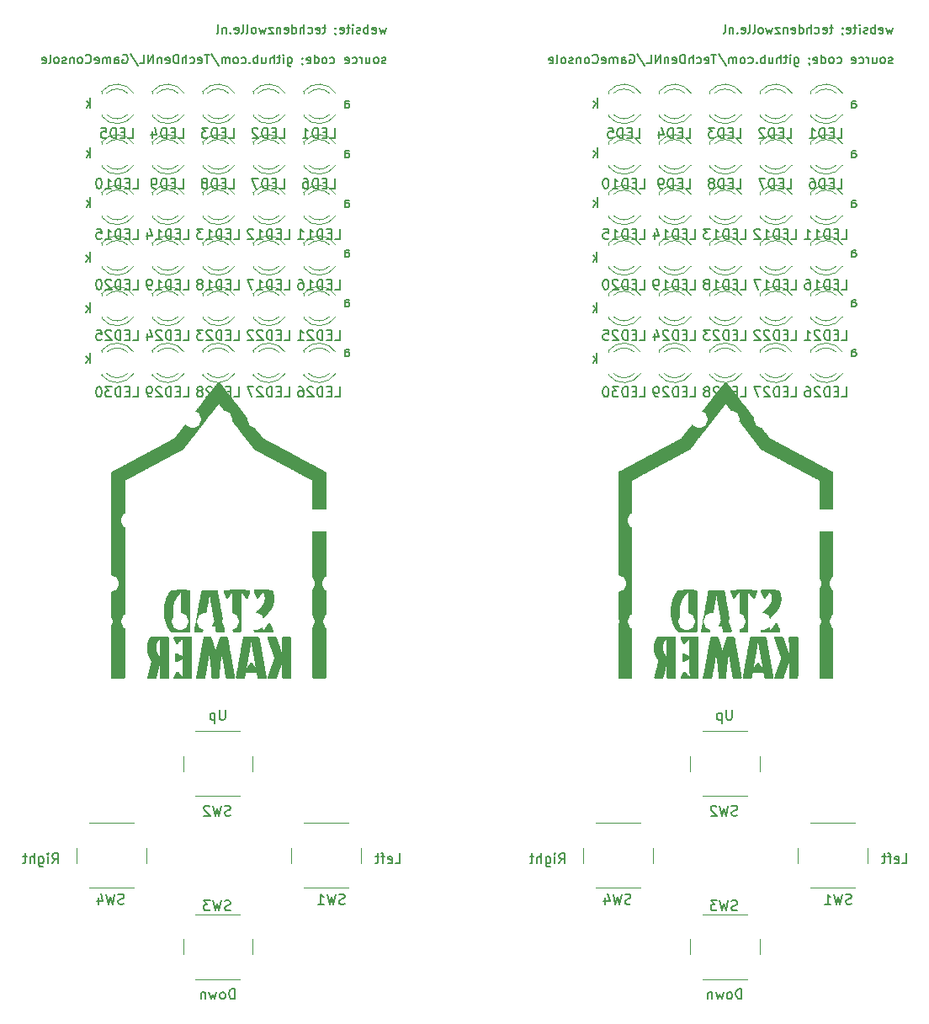
<source format=gbo>
G04 #@! TF.GenerationSoftware,KiCad,Pcbnew,(5.1.5)-3*
G04 #@! TF.CreationDate,2022-03-28T13:22:09+02:00*
G04 #@! TF.ProjectId,Panel-Game-Console,50616e65-6c2d-4476-916d-652d436f6e73,v3.3*
G04 #@! TF.SameCoordinates,Original*
G04 #@! TF.FileFunction,Legend,Bot*
G04 #@! TF.FilePolarity,Positive*
%FSLAX46Y46*%
G04 Gerber Fmt 4.6, Leading zero omitted, Abs format (unit mm)*
G04 Created by KiCad (PCBNEW (5.1.5)-3) date 2022-03-28 13:22:09*
%MOMM*%
%LPD*%
G04 APERTURE LIST*
%ADD10C,0.150000*%
%ADD11C,0.010000*%
%ADD12C,0.120000*%
%ADD13C,1.702000*%
%ADD14O,1.702000X1.702000*%
%ADD15O,1.802000X1.802000*%
%ADD16R,1.802000X1.802000*%
%ADD17C,2.102000*%
%ADD18R,2.302000X2.302000*%
%ADD19O,2.302000X2.302000*%
%ADD20R,1.902000X1.902000*%
%ADD21C,1.902000*%
%ADD22R,1.702000X1.702000*%
%ADD23C,1.602000*%
%ADD24R,1.602000X1.602000*%
%ADD25O,2.702000X3.921200*%
%ADD26R,2.702000X2.702000*%
%ADD27C,1.542000*%
%ADD28C,1.372000*%
%ADD29C,0.100000*%
%ADD30R,3.602000X3.602000*%
%ADD31C,0.602000*%
G04 APERTURE END LIST*
D10*
X183275714Y-48897380D02*
X183275714Y-48373571D01*
X183323333Y-48278333D01*
X183418571Y-48230714D01*
X183609047Y-48230714D01*
X183704285Y-48278333D01*
X183275714Y-48849761D02*
X183370952Y-48897380D01*
X183609047Y-48897380D01*
X183704285Y-48849761D01*
X183751904Y-48754523D01*
X183751904Y-48659285D01*
X183704285Y-48564047D01*
X183609047Y-48516428D01*
X183370952Y-48516428D01*
X183275714Y-48468809D01*
X157631666Y-64412380D02*
X157631666Y-63412380D01*
X157536428Y-64031428D02*
X157250714Y-64412380D01*
X157250714Y-63745714D02*
X157631666Y-64126666D01*
X183275714Y-73897380D02*
X183275714Y-73373571D01*
X183323333Y-73278333D01*
X183418571Y-73230714D01*
X183609047Y-73230714D01*
X183704285Y-73278333D01*
X183275714Y-73849761D02*
X183370952Y-73897380D01*
X183609047Y-73897380D01*
X183704285Y-73849761D01*
X183751904Y-73754523D01*
X183751904Y-73659285D01*
X183704285Y-73564047D01*
X183609047Y-73516428D01*
X183370952Y-73516428D01*
X183275714Y-73468809D01*
X157656666Y-58897380D02*
X157656666Y-57897380D01*
X157561428Y-58516428D02*
X157275714Y-58897380D01*
X157275714Y-58230714D02*
X157656666Y-58611666D01*
X157631666Y-74572380D02*
X157631666Y-73572380D01*
X157536428Y-74191428D02*
X157250714Y-74572380D01*
X157250714Y-73905714D02*
X157631666Y-74286666D01*
X157631666Y-69492380D02*
X157631666Y-68492380D01*
X157536428Y-69111428D02*
X157250714Y-69492380D01*
X157250714Y-68825714D02*
X157631666Y-69206666D01*
X187418928Y-40857142D02*
X187247500Y-41457142D01*
X187076071Y-41028571D01*
X186904642Y-41457142D01*
X186733214Y-40857142D01*
X186047500Y-41414285D02*
X186133214Y-41457142D01*
X186304642Y-41457142D01*
X186390357Y-41414285D01*
X186433214Y-41328571D01*
X186433214Y-40985714D01*
X186390357Y-40900000D01*
X186304642Y-40857142D01*
X186133214Y-40857142D01*
X186047500Y-40900000D01*
X186004642Y-40985714D01*
X186004642Y-41071428D01*
X186433214Y-41157142D01*
X185618928Y-41457142D02*
X185618928Y-40557142D01*
X185618928Y-40900000D02*
X185533214Y-40857142D01*
X185361785Y-40857142D01*
X185276071Y-40900000D01*
X185233214Y-40942857D01*
X185190357Y-41028571D01*
X185190357Y-41285714D01*
X185233214Y-41371428D01*
X185276071Y-41414285D01*
X185361785Y-41457142D01*
X185533214Y-41457142D01*
X185618928Y-41414285D01*
X184847500Y-41414285D02*
X184761785Y-41457142D01*
X184590357Y-41457142D01*
X184504642Y-41414285D01*
X184461785Y-41328571D01*
X184461785Y-41285714D01*
X184504642Y-41200000D01*
X184590357Y-41157142D01*
X184718928Y-41157142D01*
X184804642Y-41114285D01*
X184847500Y-41028571D01*
X184847500Y-40985714D01*
X184804642Y-40900000D01*
X184718928Y-40857142D01*
X184590357Y-40857142D01*
X184504642Y-40900000D01*
X184076071Y-41457142D02*
X184076071Y-40857142D01*
X184076071Y-40557142D02*
X184118928Y-40600000D01*
X184076071Y-40642857D01*
X184033214Y-40600000D01*
X184076071Y-40557142D01*
X184076071Y-40642857D01*
X183776071Y-40857142D02*
X183433214Y-40857142D01*
X183647500Y-40557142D02*
X183647500Y-41328571D01*
X183604642Y-41414285D01*
X183518928Y-41457142D01*
X183433214Y-41457142D01*
X182790357Y-41414285D02*
X182876071Y-41457142D01*
X183047500Y-41457142D01*
X183133214Y-41414285D01*
X183176071Y-41328571D01*
X183176071Y-40985714D01*
X183133214Y-40900000D01*
X183047500Y-40857142D01*
X182876071Y-40857142D01*
X182790357Y-40900000D01*
X182747500Y-40985714D01*
X182747500Y-41071428D01*
X183176071Y-41157142D01*
X182318928Y-41414285D02*
X182318928Y-41457142D01*
X182361785Y-41542857D01*
X182404642Y-41585714D01*
X182361785Y-40900000D02*
X182318928Y-40942857D01*
X182361785Y-40985714D01*
X182404642Y-40942857D01*
X182361785Y-40900000D01*
X182361785Y-40985714D01*
X181376071Y-40857142D02*
X181033214Y-40857142D01*
X181247500Y-40557142D02*
X181247500Y-41328571D01*
X181204642Y-41414285D01*
X181118928Y-41457142D01*
X181033214Y-41457142D01*
X180390357Y-41414285D02*
X180476071Y-41457142D01*
X180647500Y-41457142D01*
X180733214Y-41414285D01*
X180776071Y-41328571D01*
X180776071Y-40985714D01*
X180733214Y-40900000D01*
X180647500Y-40857142D01*
X180476071Y-40857142D01*
X180390357Y-40900000D01*
X180347500Y-40985714D01*
X180347500Y-41071428D01*
X180776071Y-41157142D01*
X179576071Y-41414285D02*
X179661785Y-41457142D01*
X179833214Y-41457142D01*
X179918928Y-41414285D01*
X179961785Y-41371428D01*
X180004642Y-41285714D01*
X180004642Y-41028571D01*
X179961785Y-40942857D01*
X179918928Y-40900000D01*
X179833214Y-40857142D01*
X179661785Y-40857142D01*
X179576071Y-40900000D01*
X179190357Y-41457142D02*
X179190357Y-40557142D01*
X178804642Y-41457142D02*
X178804642Y-40985714D01*
X178847500Y-40900000D01*
X178933214Y-40857142D01*
X179061785Y-40857142D01*
X179147500Y-40900000D01*
X179190357Y-40942857D01*
X177990357Y-41457142D02*
X177990357Y-40557142D01*
X177990357Y-41414285D02*
X178076071Y-41457142D01*
X178247500Y-41457142D01*
X178333214Y-41414285D01*
X178376071Y-41371428D01*
X178418928Y-41285714D01*
X178418928Y-41028571D01*
X178376071Y-40942857D01*
X178333214Y-40900000D01*
X178247500Y-40857142D01*
X178076071Y-40857142D01*
X177990357Y-40900000D01*
X177218928Y-41414285D02*
X177304642Y-41457142D01*
X177476071Y-41457142D01*
X177561785Y-41414285D01*
X177604642Y-41328571D01*
X177604642Y-40985714D01*
X177561785Y-40900000D01*
X177476071Y-40857142D01*
X177304642Y-40857142D01*
X177218928Y-40900000D01*
X177176071Y-40985714D01*
X177176071Y-41071428D01*
X177604642Y-41157142D01*
X176790357Y-40857142D02*
X176790357Y-41457142D01*
X176790357Y-40942857D02*
X176747500Y-40900000D01*
X176661785Y-40857142D01*
X176533214Y-40857142D01*
X176447500Y-40900000D01*
X176404642Y-40985714D01*
X176404642Y-41457142D01*
X176061785Y-40857142D02*
X175590357Y-40857142D01*
X176061785Y-41457142D01*
X175590357Y-41457142D01*
X175333214Y-40857142D02*
X175161785Y-41457142D01*
X174990357Y-41028571D01*
X174818928Y-41457142D01*
X174647500Y-40857142D01*
X174176071Y-41457142D02*
X174261785Y-41414285D01*
X174304642Y-41371428D01*
X174347500Y-41285714D01*
X174347500Y-41028571D01*
X174304642Y-40942857D01*
X174261785Y-40900000D01*
X174176071Y-40857142D01*
X174047500Y-40857142D01*
X173961785Y-40900000D01*
X173918928Y-40942857D01*
X173876071Y-41028571D01*
X173876071Y-41285714D01*
X173918928Y-41371428D01*
X173961785Y-41414285D01*
X174047500Y-41457142D01*
X174176071Y-41457142D01*
X173361785Y-41457142D02*
X173447500Y-41414285D01*
X173490357Y-41328571D01*
X173490357Y-40557142D01*
X172890357Y-41457142D02*
X172976071Y-41414285D01*
X173018928Y-41328571D01*
X173018928Y-40557142D01*
X172204642Y-41414285D02*
X172290357Y-41457142D01*
X172461785Y-41457142D01*
X172547500Y-41414285D01*
X172590357Y-41328571D01*
X172590357Y-40985714D01*
X172547500Y-40900000D01*
X172461785Y-40857142D01*
X172290357Y-40857142D01*
X172204642Y-40900000D01*
X172161785Y-40985714D01*
X172161785Y-41071428D01*
X172590357Y-41157142D01*
X171776071Y-41371428D02*
X171733214Y-41414285D01*
X171776071Y-41457142D01*
X171818928Y-41414285D01*
X171776071Y-41371428D01*
X171776071Y-41457142D01*
X171347500Y-40857142D02*
X171347500Y-41457142D01*
X171347500Y-40942857D02*
X171304642Y-40900000D01*
X171218928Y-40857142D01*
X171090357Y-40857142D01*
X171004642Y-40900000D01*
X170961785Y-40985714D01*
X170961785Y-41457142D01*
X170404642Y-41457142D02*
X170490357Y-41414285D01*
X170533214Y-41328571D01*
X170533214Y-40557142D01*
X187376071Y-44414285D02*
X187290357Y-44457142D01*
X187118928Y-44457142D01*
X187033214Y-44414285D01*
X186990357Y-44328571D01*
X186990357Y-44285714D01*
X187033214Y-44200000D01*
X187118928Y-44157142D01*
X187247500Y-44157142D01*
X187333214Y-44114285D01*
X187376071Y-44028571D01*
X187376071Y-43985714D01*
X187333214Y-43900000D01*
X187247500Y-43857142D01*
X187118928Y-43857142D01*
X187033214Y-43900000D01*
X186476071Y-44457142D02*
X186561785Y-44414285D01*
X186604642Y-44371428D01*
X186647500Y-44285714D01*
X186647500Y-44028571D01*
X186604642Y-43942857D01*
X186561785Y-43900000D01*
X186476071Y-43857142D01*
X186347500Y-43857142D01*
X186261785Y-43900000D01*
X186218928Y-43942857D01*
X186176071Y-44028571D01*
X186176071Y-44285714D01*
X186218928Y-44371428D01*
X186261785Y-44414285D01*
X186347500Y-44457142D01*
X186476071Y-44457142D01*
X185404642Y-43857142D02*
X185404642Y-44457142D01*
X185790357Y-43857142D02*
X185790357Y-44328571D01*
X185747500Y-44414285D01*
X185661785Y-44457142D01*
X185533214Y-44457142D01*
X185447500Y-44414285D01*
X185404642Y-44371428D01*
X184976071Y-44457142D02*
X184976071Y-43857142D01*
X184976071Y-44028571D02*
X184933214Y-43942857D01*
X184890357Y-43900000D01*
X184804642Y-43857142D01*
X184718928Y-43857142D01*
X184033214Y-44414285D02*
X184118928Y-44457142D01*
X184290357Y-44457142D01*
X184376071Y-44414285D01*
X184418928Y-44371428D01*
X184461785Y-44285714D01*
X184461785Y-44028571D01*
X184418928Y-43942857D01*
X184376071Y-43900000D01*
X184290357Y-43857142D01*
X184118928Y-43857142D01*
X184033214Y-43900000D01*
X183304642Y-44414285D02*
X183390357Y-44457142D01*
X183561785Y-44457142D01*
X183647500Y-44414285D01*
X183690357Y-44328571D01*
X183690357Y-43985714D01*
X183647500Y-43900000D01*
X183561785Y-43857142D01*
X183390357Y-43857142D01*
X183304642Y-43900000D01*
X183261785Y-43985714D01*
X183261785Y-44071428D01*
X183690357Y-44157142D01*
X181804642Y-44414285D02*
X181890357Y-44457142D01*
X182061785Y-44457142D01*
X182147500Y-44414285D01*
X182190357Y-44371428D01*
X182233214Y-44285714D01*
X182233214Y-44028571D01*
X182190357Y-43942857D01*
X182147500Y-43900000D01*
X182061785Y-43857142D01*
X181890357Y-43857142D01*
X181804642Y-43900000D01*
X181290357Y-44457142D02*
X181376071Y-44414285D01*
X181418928Y-44371428D01*
X181461785Y-44285714D01*
X181461785Y-44028571D01*
X181418928Y-43942857D01*
X181376071Y-43900000D01*
X181290357Y-43857142D01*
X181161785Y-43857142D01*
X181076071Y-43900000D01*
X181033214Y-43942857D01*
X180990357Y-44028571D01*
X180990357Y-44285714D01*
X181033214Y-44371428D01*
X181076071Y-44414285D01*
X181161785Y-44457142D01*
X181290357Y-44457142D01*
X180218928Y-44457142D02*
X180218928Y-43557142D01*
X180218928Y-44414285D02*
X180304642Y-44457142D01*
X180476071Y-44457142D01*
X180561785Y-44414285D01*
X180604642Y-44371428D01*
X180647500Y-44285714D01*
X180647500Y-44028571D01*
X180604642Y-43942857D01*
X180561785Y-43900000D01*
X180476071Y-43857142D01*
X180304642Y-43857142D01*
X180218928Y-43900000D01*
X179447500Y-44414285D02*
X179533214Y-44457142D01*
X179704642Y-44457142D01*
X179790357Y-44414285D01*
X179833214Y-44328571D01*
X179833214Y-43985714D01*
X179790357Y-43900000D01*
X179704642Y-43857142D01*
X179533214Y-43857142D01*
X179447500Y-43900000D01*
X179404642Y-43985714D01*
X179404642Y-44071428D01*
X179833214Y-44157142D01*
X178976071Y-44414285D02*
X178976071Y-44457142D01*
X179018928Y-44542857D01*
X179061785Y-44585714D01*
X179018928Y-43900000D02*
X178976071Y-43942857D01*
X179018928Y-43985714D01*
X179061785Y-43942857D01*
X179018928Y-43900000D01*
X179018928Y-43985714D01*
X177518928Y-43857142D02*
X177518928Y-44585714D01*
X177561785Y-44671428D01*
X177604642Y-44714285D01*
X177690357Y-44757142D01*
X177818928Y-44757142D01*
X177904642Y-44714285D01*
X177518928Y-44414285D02*
X177604642Y-44457142D01*
X177776071Y-44457142D01*
X177861785Y-44414285D01*
X177904642Y-44371428D01*
X177947500Y-44285714D01*
X177947500Y-44028571D01*
X177904642Y-43942857D01*
X177861785Y-43900000D01*
X177776071Y-43857142D01*
X177604642Y-43857142D01*
X177518928Y-43900000D01*
X177090357Y-44457142D02*
X177090357Y-43857142D01*
X177090357Y-43557142D02*
X177133214Y-43600000D01*
X177090357Y-43642857D01*
X177047500Y-43600000D01*
X177090357Y-43557142D01*
X177090357Y-43642857D01*
X176790357Y-43857142D02*
X176447500Y-43857142D01*
X176661785Y-43557142D02*
X176661785Y-44328571D01*
X176618928Y-44414285D01*
X176533214Y-44457142D01*
X176447500Y-44457142D01*
X176147500Y-44457142D02*
X176147500Y-43557142D01*
X175761785Y-44457142D02*
X175761785Y-43985714D01*
X175804642Y-43900000D01*
X175890357Y-43857142D01*
X176018928Y-43857142D01*
X176104642Y-43900000D01*
X176147500Y-43942857D01*
X174947500Y-43857142D02*
X174947500Y-44457142D01*
X175333214Y-43857142D02*
X175333214Y-44328571D01*
X175290357Y-44414285D01*
X175204642Y-44457142D01*
X175076071Y-44457142D01*
X174990357Y-44414285D01*
X174947500Y-44371428D01*
X174518928Y-44457142D02*
X174518928Y-43557142D01*
X174518928Y-43900000D02*
X174433214Y-43857142D01*
X174261785Y-43857142D01*
X174176071Y-43900000D01*
X174133214Y-43942857D01*
X174090357Y-44028571D01*
X174090357Y-44285714D01*
X174133214Y-44371428D01*
X174176071Y-44414285D01*
X174261785Y-44457142D01*
X174433214Y-44457142D01*
X174518928Y-44414285D01*
X173704642Y-44371428D02*
X173661785Y-44414285D01*
X173704642Y-44457142D01*
X173747500Y-44414285D01*
X173704642Y-44371428D01*
X173704642Y-44457142D01*
X172890357Y-44414285D02*
X172976071Y-44457142D01*
X173147500Y-44457142D01*
X173233214Y-44414285D01*
X173276071Y-44371428D01*
X173318928Y-44285714D01*
X173318928Y-44028571D01*
X173276071Y-43942857D01*
X173233214Y-43900000D01*
X173147500Y-43857142D01*
X172976071Y-43857142D01*
X172890357Y-43900000D01*
X172376071Y-44457142D02*
X172461785Y-44414285D01*
X172504642Y-44371428D01*
X172547500Y-44285714D01*
X172547500Y-44028571D01*
X172504642Y-43942857D01*
X172461785Y-43900000D01*
X172376071Y-43857142D01*
X172247500Y-43857142D01*
X172161785Y-43900000D01*
X172118928Y-43942857D01*
X172076071Y-44028571D01*
X172076071Y-44285714D01*
X172118928Y-44371428D01*
X172161785Y-44414285D01*
X172247500Y-44457142D01*
X172376071Y-44457142D01*
X171690357Y-44457142D02*
X171690357Y-43857142D01*
X171690357Y-43942857D02*
X171647500Y-43900000D01*
X171561785Y-43857142D01*
X171433214Y-43857142D01*
X171347500Y-43900000D01*
X171304642Y-43985714D01*
X171304642Y-44457142D01*
X171304642Y-43985714D02*
X171261785Y-43900000D01*
X171176071Y-43857142D01*
X171047500Y-43857142D01*
X170961785Y-43900000D01*
X170918928Y-43985714D01*
X170918928Y-44457142D01*
X169847500Y-43514285D02*
X170618928Y-44671428D01*
X169676071Y-43557142D02*
X169161785Y-43557142D01*
X169418928Y-44457142D02*
X169418928Y-43557142D01*
X168518928Y-44414285D02*
X168604642Y-44457142D01*
X168776071Y-44457142D01*
X168861785Y-44414285D01*
X168904642Y-44328571D01*
X168904642Y-43985714D01*
X168861785Y-43900000D01*
X168776071Y-43857142D01*
X168604642Y-43857142D01*
X168518928Y-43900000D01*
X168476071Y-43985714D01*
X168476071Y-44071428D01*
X168904642Y-44157142D01*
X167704642Y-44414285D02*
X167790357Y-44457142D01*
X167961785Y-44457142D01*
X168047500Y-44414285D01*
X168090357Y-44371428D01*
X168133214Y-44285714D01*
X168133214Y-44028571D01*
X168090357Y-43942857D01*
X168047500Y-43900000D01*
X167961785Y-43857142D01*
X167790357Y-43857142D01*
X167704642Y-43900000D01*
X167318928Y-44457142D02*
X167318928Y-43557142D01*
X166933214Y-44457142D02*
X166933214Y-43985714D01*
X166976071Y-43900000D01*
X167061785Y-43857142D01*
X167190357Y-43857142D01*
X167276071Y-43900000D01*
X167318928Y-43942857D01*
X166504642Y-44457142D02*
X166504642Y-43557142D01*
X166290357Y-43557142D01*
X166161785Y-43600000D01*
X166076071Y-43685714D01*
X166033214Y-43771428D01*
X165990357Y-43942857D01*
X165990357Y-44071428D01*
X166033214Y-44242857D01*
X166076071Y-44328571D01*
X166161785Y-44414285D01*
X166290357Y-44457142D01*
X166504642Y-44457142D01*
X165261785Y-44414285D02*
X165347500Y-44457142D01*
X165518928Y-44457142D01*
X165604642Y-44414285D01*
X165647500Y-44328571D01*
X165647500Y-43985714D01*
X165604642Y-43900000D01*
X165518928Y-43857142D01*
X165347500Y-43857142D01*
X165261785Y-43900000D01*
X165218928Y-43985714D01*
X165218928Y-44071428D01*
X165647500Y-44157142D01*
X164833214Y-43857142D02*
X164833214Y-44457142D01*
X164833214Y-43942857D02*
X164790357Y-43900000D01*
X164704642Y-43857142D01*
X164576071Y-43857142D01*
X164490357Y-43900000D01*
X164447500Y-43985714D01*
X164447500Y-44457142D01*
X164018928Y-44457142D02*
X164018928Y-43557142D01*
X163504642Y-44457142D01*
X163504642Y-43557142D01*
X162647500Y-44457142D02*
X163076071Y-44457142D01*
X163076071Y-43557142D01*
X161704642Y-43514285D02*
X162476071Y-44671428D01*
X160933214Y-43600000D02*
X161018928Y-43557142D01*
X161147500Y-43557142D01*
X161276071Y-43600000D01*
X161361785Y-43685714D01*
X161404642Y-43771428D01*
X161447500Y-43942857D01*
X161447500Y-44071428D01*
X161404642Y-44242857D01*
X161361785Y-44328571D01*
X161276071Y-44414285D01*
X161147500Y-44457142D01*
X161061785Y-44457142D01*
X160933214Y-44414285D01*
X160890357Y-44371428D01*
X160890357Y-44071428D01*
X161061785Y-44071428D01*
X160118928Y-44457142D02*
X160118928Y-43985714D01*
X160161785Y-43900000D01*
X160247500Y-43857142D01*
X160418928Y-43857142D01*
X160504642Y-43900000D01*
X160118928Y-44414285D02*
X160204642Y-44457142D01*
X160418928Y-44457142D01*
X160504642Y-44414285D01*
X160547500Y-44328571D01*
X160547500Y-44242857D01*
X160504642Y-44157142D01*
X160418928Y-44114285D01*
X160204642Y-44114285D01*
X160118928Y-44071428D01*
X159690357Y-44457142D02*
X159690357Y-43857142D01*
X159690357Y-43942857D02*
X159647500Y-43900000D01*
X159561785Y-43857142D01*
X159433214Y-43857142D01*
X159347500Y-43900000D01*
X159304642Y-43985714D01*
X159304642Y-44457142D01*
X159304642Y-43985714D02*
X159261785Y-43900000D01*
X159176071Y-43857142D01*
X159047500Y-43857142D01*
X158961785Y-43900000D01*
X158918928Y-43985714D01*
X158918928Y-44457142D01*
X158147500Y-44414285D02*
X158233214Y-44457142D01*
X158404642Y-44457142D01*
X158490357Y-44414285D01*
X158533214Y-44328571D01*
X158533214Y-43985714D01*
X158490357Y-43900000D01*
X158404642Y-43857142D01*
X158233214Y-43857142D01*
X158147500Y-43900000D01*
X158104642Y-43985714D01*
X158104642Y-44071428D01*
X158533214Y-44157142D01*
X157204642Y-44371428D02*
X157247500Y-44414285D01*
X157376071Y-44457142D01*
X157461785Y-44457142D01*
X157590357Y-44414285D01*
X157676071Y-44328571D01*
X157718928Y-44242857D01*
X157761785Y-44071428D01*
X157761785Y-43942857D01*
X157718928Y-43771428D01*
X157676071Y-43685714D01*
X157590357Y-43600000D01*
X157461785Y-43557142D01*
X157376071Y-43557142D01*
X157247500Y-43600000D01*
X157204642Y-43642857D01*
X156690357Y-44457142D02*
X156776071Y-44414285D01*
X156818928Y-44371428D01*
X156861785Y-44285714D01*
X156861785Y-44028571D01*
X156818928Y-43942857D01*
X156776071Y-43900000D01*
X156690357Y-43857142D01*
X156561785Y-43857142D01*
X156476071Y-43900000D01*
X156433214Y-43942857D01*
X156390357Y-44028571D01*
X156390357Y-44285714D01*
X156433214Y-44371428D01*
X156476071Y-44414285D01*
X156561785Y-44457142D01*
X156690357Y-44457142D01*
X156004642Y-43857142D02*
X156004642Y-44457142D01*
X156004642Y-43942857D02*
X155961785Y-43900000D01*
X155876071Y-43857142D01*
X155747500Y-43857142D01*
X155661785Y-43900000D01*
X155618928Y-43985714D01*
X155618928Y-44457142D01*
X155233214Y-44414285D02*
X155147500Y-44457142D01*
X154976071Y-44457142D01*
X154890357Y-44414285D01*
X154847500Y-44328571D01*
X154847500Y-44285714D01*
X154890357Y-44200000D01*
X154976071Y-44157142D01*
X155104642Y-44157142D01*
X155190357Y-44114285D01*
X155233214Y-44028571D01*
X155233214Y-43985714D01*
X155190357Y-43900000D01*
X155104642Y-43857142D01*
X154976071Y-43857142D01*
X154890357Y-43900000D01*
X154333214Y-44457142D02*
X154418928Y-44414285D01*
X154461785Y-44371428D01*
X154504642Y-44285714D01*
X154504642Y-44028571D01*
X154461785Y-43942857D01*
X154418928Y-43900000D01*
X154333214Y-43857142D01*
X154204642Y-43857142D01*
X154118928Y-43900000D01*
X154076071Y-43942857D01*
X154033214Y-44028571D01*
X154033214Y-44285714D01*
X154076071Y-44371428D01*
X154118928Y-44414285D01*
X154204642Y-44457142D01*
X154333214Y-44457142D01*
X153518928Y-44457142D02*
X153604642Y-44414285D01*
X153647500Y-44328571D01*
X153647500Y-43557142D01*
X152833214Y-44414285D02*
X152918928Y-44457142D01*
X153090357Y-44457142D01*
X153176071Y-44414285D01*
X153218928Y-44328571D01*
X153218928Y-43985714D01*
X153176071Y-43900000D01*
X153090357Y-43857142D01*
X152918928Y-43857142D01*
X152833214Y-43900000D01*
X152790357Y-43985714D01*
X152790357Y-44071428D01*
X153218928Y-44157142D01*
X183275714Y-53897380D02*
X183275714Y-53373571D01*
X183323333Y-53278333D01*
X183418571Y-53230714D01*
X183609047Y-53230714D01*
X183704285Y-53278333D01*
X183275714Y-53849761D02*
X183370952Y-53897380D01*
X183609047Y-53897380D01*
X183704285Y-53849761D01*
X183751904Y-53754523D01*
X183751904Y-53659285D01*
X183704285Y-53564047D01*
X183609047Y-53516428D01*
X183370952Y-53516428D01*
X183275714Y-53468809D01*
X157656666Y-48897380D02*
X157656666Y-47897380D01*
X157561428Y-48516428D02*
X157275714Y-48897380D01*
X157275714Y-48230714D02*
X157656666Y-48611666D01*
X157656666Y-53897380D02*
X157656666Y-52897380D01*
X157561428Y-53516428D02*
X157275714Y-53897380D01*
X157275714Y-53230714D02*
X157656666Y-53611666D01*
X183275714Y-58897380D02*
X183275714Y-58373571D01*
X183323333Y-58278333D01*
X183418571Y-58230714D01*
X183609047Y-58230714D01*
X183704285Y-58278333D01*
X183275714Y-58849761D02*
X183370952Y-58897380D01*
X183609047Y-58897380D01*
X183704285Y-58849761D01*
X183751904Y-58754523D01*
X183751904Y-58659285D01*
X183704285Y-58564047D01*
X183609047Y-58516428D01*
X183370952Y-58516428D01*
X183275714Y-58468809D01*
X183275714Y-68897380D02*
X183275714Y-68373571D01*
X183323333Y-68278333D01*
X183418571Y-68230714D01*
X183609047Y-68230714D01*
X183704285Y-68278333D01*
X183275714Y-68849761D02*
X183370952Y-68897380D01*
X183609047Y-68897380D01*
X183704285Y-68849761D01*
X183751904Y-68754523D01*
X183751904Y-68659285D01*
X183704285Y-68564047D01*
X183609047Y-68516428D01*
X183370952Y-68516428D01*
X183275714Y-68468809D01*
X183275714Y-63897380D02*
X183275714Y-63373571D01*
X183323333Y-63278333D01*
X183418571Y-63230714D01*
X183609047Y-63230714D01*
X183704285Y-63278333D01*
X183275714Y-63849761D02*
X183370952Y-63897380D01*
X183609047Y-63897380D01*
X183704285Y-63849761D01*
X183751904Y-63754523D01*
X183751904Y-63659285D01*
X183704285Y-63564047D01*
X183609047Y-63516428D01*
X183370952Y-63516428D01*
X183275714Y-63468809D01*
X136418928Y-40857142D02*
X136247500Y-41457142D01*
X136076071Y-41028571D01*
X135904642Y-41457142D01*
X135733214Y-40857142D01*
X135047500Y-41414285D02*
X135133214Y-41457142D01*
X135304642Y-41457142D01*
X135390357Y-41414285D01*
X135433214Y-41328571D01*
X135433214Y-40985714D01*
X135390357Y-40900000D01*
X135304642Y-40857142D01*
X135133214Y-40857142D01*
X135047500Y-40900000D01*
X135004642Y-40985714D01*
X135004642Y-41071428D01*
X135433214Y-41157142D01*
X134618928Y-41457142D02*
X134618928Y-40557142D01*
X134618928Y-40900000D02*
X134533214Y-40857142D01*
X134361785Y-40857142D01*
X134276071Y-40900000D01*
X134233214Y-40942857D01*
X134190357Y-41028571D01*
X134190357Y-41285714D01*
X134233214Y-41371428D01*
X134276071Y-41414285D01*
X134361785Y-41457142D01*
X134533214Y-41457142D01*
X134618928Y-41414285D01*
X133847500Y-41414285D02*
X133761785Y-41457142D01*
X133590357Y-41457142D01*
X133504642Y-41414285D01*
X133461785Y-41328571D01*
X133461785Y-41285714D01*
X133504642Y-41200000D01*
X133590357Y-41157142D01*
X133718928Y-41157142D01*
X133804642Y-41114285D01*
X133847500Y-41028571D01*
X133847500Y-40985714D01*
X133804642Y-40900000D01*
X133718928Y-40857142D01*
X133590357Y-40857142D01*
X133504642Y-40900000D01*
X133076071Y-41457142D02*
X133076071Y-40857142D01*
X133076071Y-40557142D02*
X133118928Y-40600000D01*
X133076071Y-40642857D01*
X133033214Y-40600000D01*
X133076071Y-40557142D01*
X133076071Y-40642857D01*
X132776071Y-40857142D02*
X132433214Y-40857142D01*
X132647500Y-40557142D02*
X132647500Y-41328571D01*
X132604642Y-41414285D01*
X132518928Y-41457142D01*
X132433214Y-41457142D01*
X131790357Y-41414285D02*
X131876071Y-41457142D01*
X132047500Y-41457142D01*
X132133214Y-41414285D01*
X132176071Y-41328571D01*
X132176071Y-40985714D01*
X132133214Y-40900000D01*
X132047500Y-40857142D01*
X131876071Y-40857142D01*
X131790357Y-40900000D01*
X131747500Y-40985714D01*
X131747500Y-41071428D01*
X132176071Y-41157142D01*
X131318928Y-41414285D02*
X131318928Y-41457142D01*
X131361785Y-41542857D01*
X131404642Y-41585714D01*
X131361785Y-40900000D02*
X131318928Y-40942857D01*
X131361785Y-40985714D01*
X131404642Y-40942857D01*
X131361785Y-40900000D01*
X131361785Y-40985714D01*
X130376071Y-40857142D02*
X130033214Y-40857142D01*
X130247500Y-40557142D02*
X130247500Y-41328571D01*
X130204642Y-41414285D01*
X130118928Y-41457142D01*
X130033214Y-41457142D01*
X129390357Y-41414285D02*
X129476071Y-41457142D01*
X129647500Y-41457142D01*
X129733214Y-41414285D01*
X129776071Y-41328571D01*
X129776071Y-40985714D01*
X129733214Y-40900000D01*
X129647500Y-40857142D01*
X129476071Y-40857142D01*
X129390357Y-40900000D01*
X129347500Y-40985714D01*
X129347500Y-41071428D01*
X129776071Y-41157142D01*
X128576071Y-41414285D02*
X128661785Y-41457142D01*
X128833214Y-41457142D01*
X128918928Y-41414285D01*
X128961785Y-41371428D01*
X129004642Y-41285714D01*
X129004642Y-41028571D01*
X128961785Y-40942857D01*
X128918928Y-40900000D01*
X128833214Y-40857142D01*
X128661785Y-40857142D01*
X128576071Y-40900000D01*
X128190357Y-41457142D02*
X128190357Y-40557142D01*
X127804642Y-41457142D02*
X127804642Y-40985714D01*
X127847500Y-40900000D01*
X127933214Y-40857142D01*
X128061785Y-40857142D01*
X128147500Y-40900000D01*
X128190357Y-40942857D01*
X126990357Y-41457142D02*
X126990357Y-40557142D01*
X126990357Y-41414285D02*
X127076071Y-41457142D01*
X127247500Y-41457142D01*
X127333214Y-41414285D01*
X127376071Y-41371428D01*
X127418928Y-41285714D01*
X127418928Y-41028571D01*
X127376071Y-40942857D01*
X127333214Y-40900000D01*
X127247500Y-40857142D01*
X127076071Y-40857142D01*
X126990357Y-40900000D01*
X126218928Y-41414285D02*
X126304642Y-41457142D01*
X126476071Y-41457142D01*
X126561785Y-41414285D01*
X126604642Y-41328571D01*
X126604642Y-40985714D01*
X126561785Y-40900000D01*
X126476071Y-40857142D01*
X126304642Y-40857142D01*
X126218928Y-40900000D01*
X126176071Y-40985714D01*
X126176071Y-41071428D01*
X126604642Y-41157142D01*
X125790357Y-40857142D02*
X125790357Y-41457142D01*
X125790357Y-40942857D02*
X125747500Y-40900000D01*
X125661785Y-40857142D01*
X125533214Y-40857142D01*
X125447500Y-40900000D01*
X125404642Y-40985714D01*
X125404642Y-41457142D01*
X125061785Y-40857142D02*
X124590357Y-40857142D01*
X125061785Y-41457142D01*
X124590357Y-41457142D01*
X124333214Y-40857142D02*
X124161785Y-41457142D01*
X123990357Y-41028571D01*
X123818928Y-41457142D01*
X123647500Y-40857142D01*
X123176071Y-41457142D02*
X123261785Y-41414285D01*
X123304642Y-41371428D01*
X123347500Y-41285714D01*
X123347500Y-41028571D01*
X123304642Y-40942857D01*
X123261785Y-40900000D01*
X123176071Y-40857142D01*
X123047500Y-40857142D01*
X122961785Y-40900000D01*
X122918928Y-40942857D01*
X122876071Y-41028571D01*
X122876071Y-41285714D01*
X122918928Y-41371428D01*
X122961785Y-41414285D01*
X123047500Y-41457142D01*
X123176071Y-41457142D01*
X122361785Y-41457142D02*
X122447500Y-41414285D01*
X122490357Y-41328571D01*
X122490357Y-40557142D01*
X121890357Y-41457142D02*
X121976071Y-41414285D01*
X122018928Y-41328571D01*
X122018928Y-40557142D01*
X121204642Y-41414285D02*
X121290357Y-41457142D01*
X121461785Y-41457142D01*
X121547500Y-41414285D01*
X121590357Y-41328571D01*
X121590357Y-40985714D01*
X121547500Y-40900000D01*
X121461785Y-40857142D01*
X121290357Y-40857142D01*
X121204642Y-40900000D01*
X121161785Y-40985714D01*
X121161785Y-41071428D01*
X121590357Y-41157142D01*
X120776071Y-41371428D02*
X120733214Y-41414285D01*
X120776071Y-41457142D01*
X120818928Y-41414285D01*
X120776071Y-41371428D01*
X120776071Y-41457142D01*
X120347500Y-40857142D02*
X120347500Y-41457142D01*
X120347500Y-40942857D02*
X120304642Y-40900000D01*
X120218928Y-40857142D01*
X120090357Y-40857142D01*
X120004642Y-40900000D01*
X119961785Y-40985714D01*
X119961785Y-41457142D01*
X119404642Y-41457142D02*
X119490357Y-41414285D01*
X119533214Y-41328571D01*
X119533214Y-40557142D01*
X136376071Y-44414285D02*
X136290357Y-44457142D01*
X136118928Y-44457142D01*
X136033214Y-44414285D01*
X135990357Y-44328571D01*
X135990357Y-44285714D01*
X136033214Y-44200000D01*
X136118928Y-44157142D01*
X136247500Y-44157142D01*
X136333214Y-44114285D01*
X136376071Y-44028571D01*
X136376071Y-43985714D01*
X136333214Y-43900000D01*
X136247500Y-43857142D01*
X136118928Y-43857142D01*
X136033214Y-43900000D01*
X135476071Y-44457142D02*
X135561785Y-44414285D01*
X135604642Y-44371428D01*
X135647500Y-44285714D01*
X135647500Y-44028571D01*
X135604642Y-43942857D01*
X135561785Y-43900000D01*
X135476071Y-43857142D01*
X135347500Y-43857142D01*
X135261785Y-43900000D01*
X135218928Y-43942857D01*
X135176071Y-44028571D01*
X135176071Y-44285714D01*
X135218928Y-44371428D01*
X135261785Y-44414285D01*
X135347500Y-44457142D01*
X135476071Y-44457142D01*
X134404642Y-43857142D02*
X134404642Y-44457142D01*
X134790357Y-43857142D02*
X134790357Y-44328571D01*
X134747500Y-44414285D01*
X134661785Y-44457142D01*
X134533214Y-44457142D01*
X134447500Y-44414285D01*
X134404642Y-44371428D01*
X133976071Y-44457142D02*
X133976071Y-43857142D01*
X133976071Y-44028571D02*
X133933214Y-43942857D01*
X133890357Y-43900000D01*
X133804642Y-43857142D01*
X133718928Y-43857142D01*
X133033214Y-44414285D02*
X133118928Y-44457142D01*
X133290357Y-44457142D01*
X133376071Y-44414285D01*
X133418928Y-44371428D01*
X133461785Y-44285714D01*
X133461785Y-44028571D01*
X133418928Y-43942857D01*
X133376071Y-43900000D01*
X133290357Y-43857142D01*
X133118928Y-43857142D01*
X133033214Y-43900000D01*
X132304642Y-44414285D02*
X132390357Y-44457142D01*
X132561785Y-44457142D01*
X132647500Y-44414285D01*
X132690357Y-44328571D01*
X132690357Y-43985714D01*
X132647500Y-43900000D01*
X132561785Y-43857142D01*
X132390357Y-43857142D01*
X132304642Y-43900000D01*
X132261785Y-43985714D01*
X132261785Y-44071428D01*
X132690357Y-44157142D01*
X130804642Y-44414285D02*
X130890357Y-44457142D01*
X131061785Y-44457142D01*
X131147500Y-44414285D01*
X131190357Y-44371428D01*
X131233214Y-44285714D01*
X131233214Y-44028571D01*
X131190357Y-43942857D01*
X131147500Y-43900000D01*
X131061785Y-43857142D01*
X130890357Y-43857142D01*
X130804642Y-43900000D01*
X130290357Y-44457142D02*
X130376071Y-44414285D01*
X130418928Y-44371428D01*
X130461785Y-44285714D01*
X130461785Y-44028571D01*
X130418928Y-43942857D01*
X130376071Y-43900000D01*
X130290357Y-43857142D01*
X130161785Y-43857142D01*
X130076071Y-43900000D01*
X130033214Y-43942857D01*
X129990357Y-44028571D01*
X129990357Y-44285714D01*
X130033214Y-44371428D01*
X130076071Y-44414285D01*
X130161785Y-44457142D01*
X130290357Y-44457142D01*
X129218928Y-44457142D02*
X129218928Y-43557142D01*
X129218928Y-44414285D02*
X129304642Y-44457142D01*
X129476071Y-44457142D01*
X129561785Y-44414285D01*
X129604642Y-44371428D01*
X129647500Y-44285714D01*
X129647500Y-44028571D01*
X129604642Y-43942857D01*
X129561785Y-43900000D01*
X129476071Y-43857142D01*
X129304642Y-43857142D01*
X129218928Y-43900000D01*
X128447500Y-44414285D02*
X128533214Y-44457142D01*
X128704642Y-44457142D01*
X128790357Y-44414285D01*
X128833214Y-44328571D01*
X128833214Y-43985714D01*
X128790357Y-43900000D01*
X128704642Y-43857142D01*
X128533214Y-43857142D01*
X128447500Y-43900000D01*
X128404642Y-43985714D01*
X128404642Y-44071428D01*
X128833214Y-44157142D01*
X127976071Y-44414285D02*
X127976071Y-44457142D01*
X128018928Y-44542857D01*
X128061785Y-44585714D01*
X128018928Y-43900000D02*
X127976071Y-43942857D01*
X128018928Y-43985714D01*
X128061785Y-43942857D01*
X128018928Y-43900000D01*
X128018928Y-43985714D01*
X126518928Y-43857142D02*
X126518928Y-44585714D01*
X126561785Y-44671428D01*
X126604642Y-44714285D01*
X126690357Y-44757142D01*
X126818928Y-44757142D01*
X126904642Y-44714285D01*
X126518928Y-44414285D02*
X126604642Y-44457142D01*
X126776071Y-44457142D01*
X126861785Y-44414285D01*
X126904642Y-44371428D01*
X126947500Y-44285714D01*
X126947500Y-44028571D01*
X126904642Y-43942857D01*
X126861785Y-43900000D01*
X126776071Y-43857142D01*
X126604642Y-43857142D01*
X126518928Y-43900000D01*
X126090357Y-44457142D02*
X126090357Y-43857142D01*
X126090357Y-43557142D02*
X126133214Y-43600000D01*
X126090357Y-43642857D01*
X126047500Y-43600000D01*
X126090357Y-43557142D01*
X126090357Y-43642857D01*
X125790357Y-43857142D02*
X125447500Y-43857142D01*
X125661785Y-43557142D02*
X125661785Y-44328571D01*
X125618928Y-44414285D01*
X125533214Y-44457142D01*
X125447500Y-44457142D01*
X125147500Y-44457142D02*
X125147500Y-43557142D01*
X124761785Y-44457142D02*
X124761785Y-43985714D01*
X124804642Y-43900000D01*
X124890357Y-43857142D01*
X125018928Y-43857142D01*
X125104642Y-43900000D01*
X125147500Y-43942857D01*
X123947500Y-43857142D02*
X123947500Y-44457142D01*
X124333214Y-43857142D02*
X124333214Y-44328571D01*
X124290357Y-44414285D01*
X124204642Y-44457142D01*
X124076071Y-44457142D01*
X123990357Y-44414285D01*
X123947500Y-44371428D01*
X123518928Y-44457142D02*
X123518928Y-43557142D01*
X123518928Y-43900000D02*
X123433214Y-43857142D01*
X123261785Y-43857142D01*
X123176071Y-43900000D01*
X123133214Y-43942857D01*
X123090357Y-44028571D01*
X123090357Y-44285714D01*
X123133214Y-44371428D01*
X123176071Y-44414285D01*
X123261785Y-44457142D01*
X123433214Y-44457142D01*
X123518928Y-44414285D01*
X122704642Y-44371428D02*
X122661785Y-44414285D01*
X122704642Y-44457142D01*
X122747500Y-44414285D01*
X122704642Y-44371428D01*
X122704642Y-44457142D01*
X121890357Y-44414285D02*
X121976071Y-44457142D01*
X122147500Y-44457142D01*
X122233214Y-44414285D01*
X122276071Y-44371428D01*
X122318928Y-44285714D01*
X122318928Y-44028571D01*
X122276071Y-43942857D01*
X122233214Y-43900000D01*
X122147500Y-43857142D01*
X121976071Y-43857142D01*
X121890357Y-43900000D01*
X121376071Y-44457142D02*
X121461785Y-44414285D01*
X121504642Y-44371428D01*
X121547500Y-44285714D01*
X121547500Y-44028571D01*
X121504642Y-43942857D01*
X121461785Y-43900000D01*
X121376071Y-43857142D01*
X121247500Y-43857142D01*
X121161785Y-43900000D01*
X121118928Y-43942857D01*
X121076071Y-44028571D01*
X121076071Y-44285714D01*
X121118928Y-44371428D01*
X121161785Y-44414285D01*
X121247500Y-44457142D01*
X121376071Y-44457142D01*
X120690357Y-44457142D02*
X120690357Y-43857142D01*
X120690357Y-43942857D02*
X120647500Y-43900000D01*
X120561785Y-43857142D01*
X120433214Y-43857142D01*
X120347500Y-43900000D01*
X120304642Y-43985714D01*
X120304642Y-44457142D01*
X120304642Y-43985714D02*
X120261785Y-43900000D01*
X120176071Y-43857142D01*
X120047500Y-43857142D01*
X119961785Y-43900000D01*
X119918928Y-43985714D01*
X119918928Y-44457142D01*
X118847500Y-43514285D02*
X119618928Y-44671428D01*
X118676071Y-43557142D02*
X118161785Y-43557142D01*
X118418928Y-44457142D02*
X118418928Y-43557142D01*
X117518928Y-44414285D02*
X117604642Y-44457142D01*
X117776071Y-44457142D01*
X117861785Y-44414285D01*
X117904642Y-44328571D01*
X117904642Y-43985714D01*
X117861785Y-43900000D01*
X117776071Y-43857142D01*
X117604642Y-43857142D01*
X117518928Y-43900000D01*
X117476071Y-43985714D01*
X117476071Y-44071428D01*
X117904642Y-44157142D01*
X116704642Y-44414285D02*
X116790357Y-44457142D01*
X116961785Y-44457142D01*
X117047500Y-44414285D01*
X117090357Y-44371428D01*
X117133214Y-44285714D01*
X117133214Y-44028571D01*
X117090357Y-43942857D01*
X117047500Y-43900000D01*
X116961785Y-43857142D01*
X116790357Y-43857142D01*
X116704642Y-43900000D01*
X116318928Y-44457142D02*
X116318928Y-43557142D01*
X115933214Y-44457142D02*
X115933214Y-43985714D01*
X115976071Y-43900000D01*
X116061785Y-43857142D01*
X116190357Y-43857142D01*
X116276071Y-43900000D01*
X116318928Y-43942857D01*
X115504642Y-44457142D02*
X115504642Y-43557142D01*
X115290357Y-43557142D01*
X115161785Y-43600000D01*
X115076071Y-43685714D01*
X115033214Y-43771428D01*
X114990357Y-43942857D01*
X114990357Y-44071428D01*
X115033214Y-44242857D01*
X115076071Y-44328571D01*
X115161785Y-44414285D01*
X115290357Y-44457142D01*
X115504642Y-44457142D01*
X114261785Y-44414285D02*
X114347500Y-44457142D01*
X114518928Y-44457142D01*
X114604642Y-44414285D01*
X114647500Y-44328571D01*
X114647500Y-43985714D01*
X114604642Y-43900000D01*
X114518928Y-43857142D01*
X114347500Y-43857142D01*
X114261785Y-43900000D01*
X114218928Y-43985714D01*
X114218928Y-44071428D01*
X114647500Y-44157142D01*
X113833214Y-43857142D02*
X113833214Y-44457142D01*
X113833214Y-43942857D02*
X113790357Y-43900000D01*
X113704642Y-43857142D01*
X113576071Y-43857142D01*
X113490357Y-43900000D01*
X113447500Y-43985714D01*
X113447500Y-44457142D01*
X113018928Y-44457142D02*
X113018928Y-43557142D01*
X112504642Y-44457142D01*
X112504642Y-43557142D01*
X111647500Y-44457142D02*
X112076071Y-44457142D01*
X112076071Y-43557142D01*
X110704642Y-43514285D02*
X111476071Y-44671428D01*
X109933214Y-43600000D02*
X110018928Y-43557142D01*
X110147500Y-43557142D01*
X110276071Y-43600000D01*
X110361785Y-43685714D01*
X110404642Y-43771428D01*
X110447500Y-43942857D01*
X110447500Y-44071428D01*
X110404642Y-44242857D01*
X110361785Y-44328571D01*
X110276071Y-44414285D01*
X110147500Y-44457142D01*
X110061785Y-44457142D01*
X109933214Y-44414285D01*
X109890357Y-44371428D01*
X109890357Y-44071428D01*
X110061785Y-44071428D01*
X109118928Y-44457142D02*
X109118928Y-43985714D01*
X109161785Y-43900000D01*
X109247500Y-43857142D01*
X109418928Y-43857142D01*
X109504642Y-43900000D01*
X109118928Y-44414285D02*
X109204642Y-44457142D01*
X109418928Y-44457142D01*
X109504642Y-44414285D01*
X109547500Y-44328571D01*
X109547500Y-44242857D01*
X109504642Y-44157142D01*
X109418928Y-44114285D01*
X109204642Y-44114285D01*
X109118928Y-44071428D01*
X108690357Y-44457142D02*
X108690357Y-43857142D01*
X108690357Y-43942857D02*
X108647500Y-43900000D01*
X108561785Y-43857142D01*
X108433214Y-43857142D01*
X108347500Y-43900000D01*
X108304642Y-43985714D01*
X108304642Y-44457142D01*
X108304642Y-43985714D02*
X108261785Y-43900000D01*
X108176071Y-43857142D01*
X108047500Y-43857142D01*
X107961785Y-43900000D01*
X107918928Y-43985714D01*
X107918928Y-44457142D01*
X107147500Y-44414285D02*
X107233214Y-44457142D01*
X107404642Y-44457142D01*
X107490357Y-44414285D01*
X107533214Y-44328571D01*
X107533214Y-43985714D01*
X107490357Y-43900000D01*
X107404642Y-43857142D01*
X107233214Y-43857142D01*
X107147500Y-43900000D01*
X107104642Y-43985714D01*
X107104642Y-44071428D01*
X107533214Y-44157142D01*
X106204642Y-44371428D02*
X106247500Y-44414285D01*
X106376071Y-44457142D01*
X106461785Y-44457142D01*
X106590357Y-44414285D01*
X106676071Y-44328571D01*
X106718928Y-44242857D01*
X106761785Y-44071428D01*
X106761785Y-43942857D01*
X106718928Y-43771428D01*
X106676071Y-43685714D01*
X106590357Y-43600000D01*
X106461785Y-43557142D01*
X106376071Y-43557142D01*
X106247500Y-43600000D01*
X106204642Y-43642857D01*
X105690357Y-44457142D02*
X105776071Y-44414285D01*
X105818928Y-44371428D01*
X105861785Y-44285714D01*
X105861785Y-44028571D01*
X105818928Y-43942857D01*
X105776071Y-43900000D01*
X105690357Y-43857142D01*
X105561785Y-43857142D01*
X105476071Y-43900000D01*
X105433214Y-43942857D01*
X105390357Y-44028571D01*
X105390357Y-44285714D01*
X105433214Y-44371428D01*
X105476071Y-44414285D01*
X105561785Y-44457142D01*
X105690357Y-44457142D01*
X105004642Y-43857142D02*
X105004642Y-44457142D01*
X105004642Y-43942857D02*
X104961785Y-43900000D01*
X104876071Y-43857142D01*
X104747500Y-43857142D01*
X104661785Y-43900000D01*
X104618928Y-43985714D01*
X104618928Y-44457142D01*
X104233214Y-44414285D02*
X104147500Y-44457142D01*
X103976071Y-44457142D01*
X103890357Y-44414285D01*
X103847500Y-44328571D01*
X103847500Y-44285714D01*
X103890357Y-44200000D01*
X103976071Y-44157142D01*
X104104642Y-44157142D01*
X104190357Y-44114285D01*
X104233214Y-44028571D01*
X104233214Y-43985714D01*
X104190357Y-43900000D01*
X104104642Y-43857142D01*
X103976071Y-43857142D01*
X103890357Y-43900000D01*
X103333214Y-44457142D02*
X103418928Y-44414285D01*
X103461785Y-44371428D01*
X103504642Y-44285714D01*
X103504642Y-44028571D01*
X103461785Y-43942857D01*
X103418928Y-43900000D01*
X103333214Y-43857142D01*
X103204642Y-43857142D01*
X103118928Y-43900000D01*
X103076071Y-43942857D01*
X103033214Y-44028571D01*
X103033214Y-44285714D01*
X103076071Y-44371428D01*
X103118928Y-44414285D01*
X103204642Y-44457142D01*
X103333214Y-44457142D01*
X102518928Y-44457142D02*
X102604642Y-44414285D01*
X102647500Y-44328571D01*
X102647500Y-43557142D01*
X101833214Y-44414285D02*
X101918928Y-44457142D01*
X102090357Y-44457142D01*
X102176071Y-44414285D01*
X102218928Y-44328571D01*
X102218928Y-43985714D01*
X102176071Y-43900000D01*
X102090357Y-43857142D01*
X101918928Y-43857142D01*
X101833214Y-43900000D01*
X101790357Y-43985714D01*
X101790357Y-44071428D01*
X102218928Y-44157142D01*
X132275714Y-73897380D02*
X132275714Y-73373571D01*
X132323333Y-73278333D01*
X132418571Y-73230714D01*
X132609047Y-73230714D01*
X132704285Y-73278333D01*
X132275714Y-73849761D02*
X132370952Y-73897380D01*
X132609047Y-73897380D01*
X132704285Y-73849761D01*
X132751904Y-73754523D01*
X132751904Y-73659285D01*
X132704285Y-73564047D01*
X132609047Y-73516428D01*
X132370952Y-73516428D01*
X132275714Y-73468809D01*
X132275714Y-68897380D02*
X132275714Y-68373571D01*
X132323333Y-68278333D01*
X132418571Y-68230714D01*
X132609047Y-68230714D01*
X132704285Y-68278333D01*
X132275714Y-68849761D02*
X132370952Y-68897380D01*
X132609047Y-68897380D01*
X132704285Y-68849761D01*
X132751904Y-68754523D01*
X132751904Y-68659285D01*
X132704285Y-68564047D01*
X132609047Y-68516428D01*
X132370952Y-68516428D01*
X132275714Y-68468809D01*
X132275714Y-63897380D02*
X132275714Y-63373571D01*
X132323333Y-63278333D01*
X132418571Y-63230714D01*
X132609047Y-63230714D01*
X132704285Y-63278333D01*
X132275714Y-63849761D02*
X132370952Y-63897380D01*
X132609047Y-63897380D01*
X132704285Y-63849761D01*
X132751904Y-63754523D01*
X132751904Y-63659285D01*
X132704285Y-63564047D01*
X132609047Y-63516428D01*
X132370952Y-63516428D01*
X132275714Y-63468809D01*
X132275714Y-58897380D02*
X132275714Y-58373571D01*
X132323333Y-58278333D01*
X132418571Y-58230714D01*
X132609047Y-58230714D01*
X132704285Y-58278333D01*
X132275714Y-58849761D02*
X132370952Y-58897380D01*
X132609047Y-58897380D01*
X132704285Y-58849761D01*
X132751904Y-58754523D01*
X132751904Y-58659285D01*
X132704285Y-58564047D01*
X132609047Y-58516428D01*
X132370952Y-58516428D01*
X132275714Y-58468809D01*
X132275714Y-53897380D02*
X132275714Y-53373571D01*
X132323333Y-53278333D01*
X132418571Y-53230714D01*
X132609047Y-53230714D01*
X132704285Y-53278333D01*
X132275714Y-53849761D02*
X132370952Y-53897380D01*
X132609047Y-53897380D01*
X132704285Y-53849761D01*
X132751904Y-53754523D01*
X132751904Y-53659285D01*
X132704285Y-53564047D01*
X132609047Y-53516428D01*
X132370952Y-53516428D01*
X132275714Y-53468809D01*
X132275714Y-48897380D02*
X132275714Y-48373571D01*
X132323333Y-48278333D01*
X132418571Y-48230714D01*
X132609047Y-48230714D01*
X132704285Y-48278333D01*
X132275714Y-48849761D02*
X132370952Y-48897380D01*
X132609047Y-48897380D01*
X132704285Y-48849761D01*
X132751904Y-48754523D01*
X132751904Y-48659285D01*
X132704285Y-48564047D01*
X132609047Y-48516428D01*
X132370952Y-48516428D01*
X132275714Y-48468809D01*
X106631666Y-64412380D02*
X106631666Y-63412380D01*
X106536428Y-64031428D02*
X106250714Y-64412380D01*
X106250714Y-63745714D02*
X106631666Y-64126666D01*
X106631666Y-69492380D02*
X106631666Y-68492380D01*
X106536428Y-69111428D02*
X106250714Y-69492380D01*
X106250714Y-68825714D02*
X106631666Y-69206666D01*
X106631666Y-74572380D02*
X106631666Y-73572380D01*
X106536428Y-74191428D02*
X106250714Y-74572380D01*
X106250714Y-73905714D02*
X106631666Y-74286666D01*
X106656666Y-58897380D02*
X106656666Y-57897380D01*
X106561428Y-58516428D02*
X106275714Y-58897380D01*
X106275714Y-58230714D02*
X106656666Y-58611666D01*
X106656666Y-53897380D02*
X106656666Y-52897380D01*
X106561428Y-53516428D02*
X106275714Y-53897380D01*
X106275714Y-53230714D02*
X106656666Y-53611666D01*
X106656666Y-48897380D02*
X106656666Y-47897380D01*
X106561428Y-48516428D02*
X106275714Y-48897380D01*
X106275714Y-48230714D02*
X106656666Y-48611666D01*
D11*
G36*
X170515896Y-76517184D02*
G01*
X170478821Y-76534631D01*
X170446322Y-76563288D01*
X170413252Y-76608307D01*
X170395350Y-76637779D01*
X170357807Y-76695778D01*
X170304524Y-76767636D01*
X170234369Y-76854849D01*
X170201525Y-76894137D01*
X170172205Y-76930239D01*
X170150753Y-76959216D01*
X170141326Y-76975407D01*
X170141201Y-76976241D01*
X170133306Y-76990309D01*
X170112533Y-77017371D01*
X170083244Y-77051772D01*
X170080876Y-77054434D01*
X170047341Y-77092966D01*
X170014639Y-77132914D01*
X169978865Y-77179328D01*
X169936112Y-77237260D01*
X169889862Y-77301434D01*
X169857148Y-77345024D01*
X169821964Y-77388829D01*
X169807312Y-77405963D01*
X169774511Y-77445070D01*
X169738961Y-77490289D01*
X169725330Y-77508534D01*
X169538462Y-77749100D01*
X169468071Y-77835968D01*
X169411080Y-77909787D01*
X169363391Y-77975919D01*
X169348773Y-77997300D01*
X169321816Y-78034988D01*
X169297088Y-78065753D01*
X169283904Y-78079338D01*
X169265703Y-78098935D01*
X169239641Y-78132279D01*
X169214101Y-78168200D01*
X169186045Y-78207486D01*
X169160427Y-78239922D01*
X169144251Y-78257100D01*
X169125854Y-78276558D01*
X169099244Y-78309579D01*
X169072726Y-78345488D01*
X169023566Y-78413336D01*
X168969092Y-78485140D01*
X168904265Y-78567505D01*
X168883338Y-78593650D01*
X168786552Y-78716592D01*
X168702871Y-78827667D01*
X168669884Y-78870777D01*
X168631259Y-78918661D01*
X168610850Y-78942900D01*
X168571548Y-78990158D01*
X168529022Y-79044742D01*
X168479549Y-79111545D01*
X168428960Y-79182005D01*
X168398000Y-79223439D01*
X168366113Y-79262908D01*
X168351600Y-79279450D01*
X168319970Y-79316955D01*
X168289511Y-79357862D01*
X168286706Y-79362000D01*
X168259846Y-79398884D01*
X168226297Y-79440760D01*
X168211665Y-79457826D01*
X168175643Y-79500713D01*
X168138120Y-79548409D01*
X168125181Y-79565776D01*
X168096522Y-79604504D01*
X168059846Y-79653178D01*
X168022758Y-79701713D01*
X168020300Y-79704900D01*
X167983481Y-79753000D01*
X167946532Y-79801914D01*
X167917050Y-79841577D01*
X167915420Y-79843805D01*
X167884056Y-79884844D01*
X167845514Y-79932701D01*
X167817100Y-79966518D01*
X167781200Y-80009470D01*
X167746409Y-80053152D01*
X167725011Y-80081613D01*
X167661550Y-80167571D01*
X167599051Y-80247557D01*
X167559361Y-80295450D01*
X167526023Y-80337305D01*
X167493806Y-80382266D01*
X167484062Y-80397236D01*
X167460079Y-80432147D01*
X167437322Y-80459737D01*
X167430406Y-80466355D01*
X167410977Y-80487084D01*
X167385228Y-80520228D01*
X167369711Y-80542369D01*
X167337993Y-80586055D01*
X167302893Y-80629324D01*
X167289123Y-80644700D01*
X167256533Y-80682173D01*
X167220986Y-80727061D01*
X167205216Y-80748494D01*
X167147656Y-80828477D01*
X167099345Y-80893069D01*
X167055732Y-80948202D01*
X167013825Y-80998011D01*
X166984315Y-81033491D01*
X166962818Y-81061933D01*
X166953586Y-81077679D01*
X166953501Y-81078341D01*
X166945533Y-81092259D01*
X166924498Y-81119246D01*
X166894693Y-81153839D01*
X166890001Y-81159049D01*
X166859300Y-81194279D01*
X166836757Y-81222679D01*
X166826673Y-81238785D01*
X166826501Y-81239758D01*
X166818738Y-81253912D01*
X166798284Y-81281333D01*
X166769387Y-81316360D01*
X166766175Y-81320088D01*
X166727458Y-81366230D01*
X166687969Y-81415473D01*
X166661400Y-81450274D01*
X166611256Y-81518296D01*
X166573067Y-81569593D01*
X166543865Y-81607996D01*
X166520686Y-81637334D01*
X166500562Y-81661440D01*
X166480528Y-81684142D01*
X166478894Y-81685953D01*
X166453178Y-81716311D01*
X166436447Y-81739698D01*
X166432800Y-81748034D01*
X166424929Y-81762157D01*
X166404048Y-81789719D01*
X166374263Y-81825385D01*
X166366125Y-81834693D01*
X166327062Y-81880267D01*
X166288428Y-81927435D01*
X166258509Y-81966077D01*
X166258220Y-81966471D01*
X166205514Y-82037160D01*
X166163431Y-82090272D01*
X166128446Y-82129329D01*
X166097039Y-82157852D01*
X166065686Y-82179362D01*
X166030866Y-82197379D01*
X166024166Y-82200430D01*
X165974544Y-82224692D01*
X165926865Y-82251263D01*
X165897535Y-82270191D01*
X165855643Y-82295977D01*
X165806350Y-82320236D01*
X165789283Y-82327170D01*
X165741068Y-82349230D01*
X165690183Y-82378379D01*
X165670800Y-82391449D01*
X165627077Y-82418950D01*
X165572954Y-82447477D01*
X165532543Y-82465633D01*
X165483051Y-82488070D01*
X165436452Y-82513113D01*
X165407916Y-82531722D01*
X165371854Y-82554609D01*
X165323861Y-82579278D01*
X165287048Y-82595228D01*
X165234621Y-82619472D01*
X165181964Y-82649621D01*
X165153151Y-82669598D01*
X165106625Y-82699951D01*
X165053728Y-82726240D01*
X165031276Y-82734688D01*
X164981768Y-82755296D01*
X164933010Y-82782770D01*
X164916339Y-82794605D01*
X164877762Y-82820151D01*
X164827166Y-82847607D01*
X164782989Y-82867811D01*
X164727589Y-82893313D01*
X164670156Y-82924090D01*
X164632943Y-82947060D01*
X164588579Y-82974283D01*
X164544021Y-82997162D01*
X164518643Y-83007365D01*
X164474822Y-83026168D01*
X164432430Y-83051349D01*
X164429127Y-83053757D01*
X164397320Y-83074057D01*
X164351231Y-83099342D01*
X164299959Y-83124667D01*
X164291541Y-83128548D01*
X164240538Y-83153278D01*
X164193438Y-83178674D01*
X164159206Y-83199857D01*
X164155265Y-83202722D01*
X164121733Y-83223765D01*
X164075410Y-83247603D01*
X164035126Y-83265393D01*
X163987537Y-83286996D01*
X163944404Y-83310616D01*
X163919155Y-83327998D01*
X163887285Y-83349401D01*
X163842753Y-83372903D01*
X163808580Y-83387925D01*
X163756267Y-83411980D01*
X163703141Y-83441484D01*
X163676235Y-83459100D01*
X163629262Y-83488278D01*
X163574452Y-83515978D01*
X163547396Y-83527251D01*
X163496144Y-83549985D01*
X163444607Y-83578337D01*
X163421638Y-83593474D01*
X163377357Y-83621208D01*
X163324143Y-83648652D01*
X163294276Y-83661586D01*
X163241683Y-83686215D01*
X163187836Y-83717572D01*
X163162658Y-83735091D01*
X163115656Y-83765458D01*
X163062617Y-83791918D01*
X163037859Y-83801327D01*
X162989918Y-83820800D01*
X162944119Y-83845761D01*
X162927600Y-83857249D01*
X162881297Y-83889924D01*
X162836122Y-83915876D01*
X162799128Y-83931332D01*
X162784150Y-83934000D01*
X162765512Y-83940580D01*
X162732518Y-83957966D01*
X162691775Y-83982626D01*
X162685094Y-83986935D01*
X162635244Y-84017114D01*
X162583703Y-84044735D01*
X162542910Y-84063279D01*
X162495626Y-84084986D01*
X162444292Y-84113662D01*
X162421520Y-84128338D01*
X162373846Y-84157293D01*
X162321422Y-84183606D01*
X162298211Y-84193203D01*
X162250451Y-84214808D01*
X162204023Y-84241899D01*
X162189177Y-84252521D01*
X162152754Y-84276219D01*
X162103632Y-84302238D01*
X162057799Y-84322694D01*
X162008850Y-84344643D01*
X161964218Y-84368658D01*
X161935205Y-84388309D01*
X161904327Y-84409056D01*
X161859266Y-84433242D01*
X161809723Y-84455663D01*
X161809249Y-84455856D01*
X161757588Y-84479310D01*
X161708333Y-84505712D01*
X161673317Y-84528522D01*
X161631419Y-84555465D01*
X161581552Y-84580330D01*
X161562350Y-84587973D01*
X161513733Y-84609597D01*
X161461834Y-84638836D01*
X161438929Y-84654165D01*
X161391395Y-84684177D01*
X161335722Y-84713206D01*
X161305358Y-84726434D01*
X161251481Y-84751224D01*
X161195330Y-84782615D01*
X161168430Y-84800213D01*
X161124262Y-84828050D01*
X161078809Y-84851285D01*
X161054350Y-84860796D01*
X161016377Y-84876655D01*
X160969609Y-84901838D01*
X160932888Y-84925085D01*
X160883465Y-84955745D01*
X160829753Y-84984062D01*
X160795612Y-84999019D01*
X160748026Y-85020354D01*
X160702471Y-85045928D01*
X160684617Y-85058182D01*
X160648341Y-85081395D01*
X160600071Y-85106673D01*
X160561543Y-85123819D01*
X160517471Y-85143166D01*
X160480748Y-85162028D01*
X160461222Y-85174880D01*
X160441323Y-85188418D01*
X160404402Y-85209975D01*
X160356196Y-85236298D01*
X160315172Y-85257678D01*
X160205726Y-85313698D01*
X160116298Y-85359888D01*
X160044186Y-85397784D01*
X159986693Y-85428917D01*
X159941117Y-85454821D01*
X159904758Y-85477031D01*
X159874919Y-85497079D01*
X159848897Y-85516499D01*
X159824577Y-85536333D01*
X159784350Y-85570216D01*
X159784350Y-106209094D01*
X159842194Y-106266950D01*
X160372072Y-106269925D01*
X160517486Y-106270546D01*
X160639722Y-106270524D01*
X160741000Y-106269690D01*
X160823536Y-106267878D01*
X160889550Y-106264918D01*
X160941260Y-106260644D01*
X160980884Y-106254885D01*
X161010641Y-106247475D01*
X161032748Y-106238245D01*
X161049424Y-106227028D01*
X161059098Y-106217855D01*
X161086295Y-106188905D01*
X161086149Y-96358273D01*
X161086132Y-95859025D01*
X161086095Y-95365897D01*
X161086038Y-94879503D01*
X161085963Y-94400460D01*
X161085869Y-93929385D01*
X161085758Y-93466892D01*
X161085629Y-93013597D01*
X161085484Y-92570117D01*
X161085322Y-92137067D01*
X161085144Y-91715064D01*
X161084951Y-91304723D01*
X161084744Y-90906660D01*
X161084522Y-90521491D01*
X161084286Y-90149832D01*
X161084037Y-89792298D01*
X161083775Y-89449506D01*
X161083501Y-89122072D01*
X161083215Y-88810612D01*
X161082918Y-88515740D01*
X161082610Y-88238074D01*
X161082292Y-87978229D01*
X161081964Y-87736822D01*
X161081626Y-87514467D01*
X161081280Y-87311781D01*
X161080926Y-87129380D01*
X161080563Y-86967879D01*
X161080194Y-86827895D01*
X161079818Y-86710044D01*
X161079435Y-86614941D01*
X161079046Y-86543202D01*
X161078653Y-86495444D01*
X161078254Y-86472281D01*
X161078132Y-86470205D01*
X161074998Y-86439087D01*
X161078167Y-86415999D01*
X161090992Y-86393235D01*
X161116827Y-86363090D01*
X161131718Y-86347065D01*
X161212171Y-86274384D01*
X161300423Y-86222078D01*
X161351401Y-86201443D01*
X161393665Y-86182341D01*
X161441670Y-86154685D01*
X161467670Y-86137032D01*
X161514028Y-86107488D01*
X161564672Y-86081766D01*
X161590135Y-86071735D01*
X161636442Y-86052744D01*
X161680204Y-86029094D01*
X161693011Y-86020420D01*
X161726331Y-85999168D01*
X161772796Y-85973837D01*
X161820011Y-85950999D01*
X161869445Y-85926950D01*
X161915641Y-85901453D01*
X161947208Y-85880998D01*
X161981985Y-85859090D01*
X162029119Y-85834728D01*
X162067858Y-85817593D01*
X162116133Y-85795899D01*
X162160903Y-85772111D01*
X162186765Y-85755422D01*
X162217876Y-85735458D01*
X162263400Y-85710440D01*
X162314370Y-85685247D01*
X162323041Y-85681248D01*
X162374283Y-85656453D01*
X162421862Y-85630955D01*
X162456686Y-85609669D01*
X162460627Y-85606865D01*
X162495861Y-85585126D01*
X162542855Y-85561393D01*
X162576680Y-85546793D01*
X162623582Y-85525526D01*
X162666408Y-85501567D01*
X162688397Y-85486037D01*
X162719105Y-85465428D01*
X162764030Y-85441345D01*
X162813508Y-85418964D01*
X162814052Y-85418743D01*
X162865804Y-85395026D01*
X162915189Y-85367978D01*
X162950233Y-85344397D01*
X162992597Y-85316585D01*
X163042784Y-85291932D01*
X163061199Y-85285003D01*
X163108692Y-85264927D01*
X163160723Y-85236692D01*
X163187730Y-85219175D01*
X163237545Y-85188077D01*
X163293897Y-85158781D01*
X163321657Y-85146710D01*
X163372703Y-85123326D01*
X163424113Y-85094566D01*
X163447038Y-85079374D01*
X163492237Y-85051264D01*
X163545575Y-85024402D01*
X163571491Y-85013640D01*
X163618624Y-84993143D01*
X163662697Y-84969336D01*
X163682157Y-84956323D01*
X163714661Y-84935268D01*
X163760735Y-84909932D01*
X163810480Y-84885753D01*
X163811127Y-84885461D01*
X163860222Y-84861902D01*
X163905241Y-84837812D01*
X163936647Y-84818301D01*
X163937250Y-84817861D01*
X163969531Y-84797866D01*
X164014623Y-84774375D01*
X164053751Y-84756431D01*
X164104963Y-84732018D01*
X164155634Y-84703786D01*
X164185261Y-84684498D01*
X164228861Y-84657544D01*
X164281493Y-84631237D01*
X164310061Y-84619441D01*
X164358949Y-84597838D01*
X164405834Y-84571560D01*
X164427611Y-84556348D01*
X164464643Y-84531729D01*
X164513611Y-84505344D01*
X164553169Y-84487455D01*
X164602139Y-84465222D01*
X164648041Y-84440514D01*
X164675272Y-84422726D01*
X164709054Y-84401304D01*
X164756279Y-84376653D01*
X164804903Y-84354885D01*
X164856894Y-84330903D01*
X164906972Y-84303147D01*
X164941778Y-84279489D01*
X164983084Y-84252287D01*
X165034420Y-84226361D01*
X165064228Y-84214543D01*
X165114133Y-84193435D01*
X165162438Y-84166739D01*
X165185144Y-84150829D01*
X165224386Y-84124450D01*
X165274540Y-84097426D01*
X165309155Y-84082016D01*
X165363996Y-84056893D01*
X165421663Y-84025439D01*
X165451358Y-84006741D01*
X165495690Y-83979394D01*
X165540224Y-83956368D01*
X165565658Y-83946043D01*
X165608467Y-83928120D01*
X165647902Y-83905512D01*
X165650507Y-83903662D01*
X165678429Y-83885693D01*
X165723652Y-83859996D01*
X165787469Y-83825887D01*
X165871173Y-83782680D01*
X165976055Y-83729692D01*
X166026400Y-83704520D01*
X166079075Y-83677148D01*
X166127614Y-83649994D01*
X166164235Y-83627485D01*
X166174106Y-83620543D01*
X166207727Y-83599551D01*
X166253963Y-83576146D01*
X166291889Y-83559824D01*
X166342495Y-83536774D01*
X166391598Y-83509223D01*
X166419262Y-83490164D01*
X166460777Y-83462060D01*
X166505303Y-83438758D01*
X166518613Y-83433439D01*
X166574887Y-83410966D01*
X166626520Y-83385719D01*
X166666512Y-83361404D01*
X166685403Y-83345133D01*
X166704682Y-83331324D01*
X166740521Y-83312946D01*
X166785493Y-83293775D01*
X166789687Y-83292158D01*
X166849247Y-83265060D01*
X166904845Y-83229188D01*
X166965441Y-83178701D01*
X166969734Y-83174804D01*
X167006035Y-83140653D01*
X167039711Y-83106158D01*
X167073940Y-83067507D01*
X167111900Y-83020887D01*
X167156769Y-82962485D01*
X167211726Y-82888489D01*
X167236101Y-82855234D01*
X167268642Y-82812393D01*
X167303190Y-82769351D01*
X167316460Y-82753634D01*
X167347171Y-82715653D01*
X167381068Y-82670137D01*
X167396445Y-82648125D01*
X167420252Y-82615431D01*
X167439371Y-82593523D01*
X167447613Y-82587800D01*
X167459588Y-82578108D01*
X167480650Y-82552827D01*
X167503646Y-82521125D01*
X167559575Y-82442545D01*
X167626571Y-82353190D01*
X167698596Y-82261057D01*
X167721797Y-82232200D01*
X167801253Y-82132604D01*
X167866274Y-82047737D01*
X167907732Y-81990900D01*
X167941755Y-81945652D01*
X167979820Y-81898665D01*
X167993861Y-81882373D01*
X168029998Y-81839476D01*
X168067588Y-81791772D01*
X168080520Y-81774423D01*
X168109179Y-81735695D01*
X168145855Y-81687021D01*
X168182943Y-81638486D01*
X168185400Y-81635300D01*
X168222243Y-81587087D01*
X168259211Y-81537934D01*
X168288694Y-81497968D01*
X168290281Y-81495775D01*
X168320341Y-81456532D01*
X168350591Y-81420665D01*
X168363542Y-81406875D01*
X168386359Y-81381353D01*
X168417805Y-81342591D01*
X168451840Y-81298087D01*
X168458792Y-81288657D01*
X168495777Y-81238134D01*
X168534023Y-81185905D01*
X168565737Y-81142610D01*
X168567932Y-81139615D01*
X168602740Y-81094282D01*
X168640841Y-81047822D01*
X168660007Y-81025846D01*
X168685723Y-80995488D01*
X168702454Y-80972101D01*
X168706100Y-80963765D01*
X168713897Y-80949593D01*
X168734592Y-80921830D01*
X168764144Y-80885812D01*
X168772775Y-80875758D01*
X168812262Y-80829147D01*
X168852032Y-80780517D01*
X168883562Y-80740294D01*
X168883900Y-80739845D01*
X168915016Y-80698813D01*
X168953212Y-80648786D01*
X168988781Y-80602464D01*
X169025134Y-80554855D01*
X169061855Y-80506060D01*
X169090381Y-80467476D01*
X169124646Y-80422529D01*
X169162635Y-80375712D01*
X169176471Y-80359526D01*
X169211117Y-80316899D01*
X169245233Y-80270326D01*
X169256026Y-80254175D01*
X169278241Y-80223193D01*
X169296727Y-80203671D01*
X169303460Y-80200199D01*
X169316735Y-80190276D01*
X169337541Y-80164680D01*
X169354338Y-80139874D01*
X169384640Y-80094829D01*
X169421196Y-80044508D01*
X169443199Y-80016050D01*
X169531178Y-79904409D01*
X169603171Y-79809450D01*
X169623730Y-79781366D01*
X169654516Y-79741145D01*
X169686067Y-79703355D01*
X169699288Y-79688901D01*
X169731302Y-79652560D01*
X169761371Y-79613743D01*
X169762293Y-79612435D01*
X169785098Y-79581703D01*
X169817291Y-79540490D01*
X169851780Y-79497865D01*
X169881051Y-79461153D01*
X169902608Y-79431732D01*
X169912397Y-79415186D01*
X169912601Y-79414116D01*
X169920416Y-79400362D01*
X169941082Y-79373184D01*
X169970427Y-79338010D01*
X169976101Y-79331486D01*
X170006526Y-79295489D01*
X170028998Y-79266559D01*
X170039347Y-79250120D01*
X170039601Y-79248936D01*
X170047280Y-79235135D01*
X170067615Y-79207626D01*
X170096551Y-79171827D01*
X170103183Y-79163950D01*
X170142594Y-79117464D01*
X170183485Y-79069236D01*
X170215229Y-79031800D01*
X170248815Y-78990196D01*
X170287328Y-78939584D01*
X170317086Y-78898450D01*
X170351667Y-78849886D01*
X170388053Y-78800010D01*
X170414213Y-78765100D01*
X170444304Y-78725781D01*
X170472641Y-78688761D01*
X170484689Y-78673024D01*
X170519895Y-78643762D01*
X170560270Y-78637080D01*
X170602012Y-78651796D01*
X170641321Y-78686727D01*
X170669537Y-78730543D01*
X170692755Y-78768271D01*
X170722034Y-78805980D01*
X170725255Y-78809550D01*
X170751627Y-78840930D01*
X170783934Y-78883146D01*
X170808503Y-78917500D01*
X170836728Y-78956059D01*
X170862602Y-78987353D01*
X170878879Y-79003215D01*
X170899353Y-79023929D01*
X170923174Y-79056155D01*
X170929835Y-79066715D01*
X170956192Y-79105634D01*
X170989502Y-79148761D01*
X171003901Y-79165726D01*
X171039947Y-79208595D01*
X171077512Y-79256275D01*
X171090500Y-79273676D01*
X171158242Y-79365954D01*
X171212739Y-79438757D01*
X171255117Y-79493551D01*
X171286502Y-79531804D01*
X171300075Y-79546951D01*
X171322226Y-79572711D01*
X171334270Y-79591133D01*
X171335000Y-79593928D01*
X171342885Y-79608074D01*
X171363244Y-79634227D01*
X171383490Y-79657558D01*
X171417424Y-79697200D01*
X171449392Y-79737859D01*
X171462208Y-79755700D01*
X171488288Y-79791525D01*
X171521629Y-79834098D01*
X171540768Y-79857300D01*
X171630621Y-79968538D01*
X171715816Y-80085268D01*
X171735951Y-80114474D01*
X171764289Y-80154139D01*
X171788055Y-80184072D01*
X171803188Y-80199265D01*
X171805438Y-80200200D01*
X171817915Y-80209925D01*
X171838784Y-80235059D01*
X171856931Y-80260525D01*
X171887000Y-80302561D01*
X171918398Y-80342403D01*
X171932826Y-80358950D01*
X171961132Y-80392041D01*
X171993878Y-80433908D01*
X172010360Y-80456394D01*
X172068718Y-80537516D01*
X172116950Y-80602238D01*
X172158776Y-80655453D01*
X172192250Y-80695500D01*
X172228991Y-80739706D01*
X172266607Y-80787294D01*
X172284271Y-80810732D01*
X172369121Y-80923323D01*
X172464738Y-81044750D01*
X172523715Y-81118834D01*
X172571169Y-81180063D01*
X172612015Y-81234943D01*
X172651171Y-81289982D01*
X172663859Y-81308274D01*
X172692347Y-81347864D01*
X172716085Y-81377774D01*
X172731044Y-81393026D01*
X172733254Y-81394000D01*
X172745360Y-81403694D01*
X172766043Y-81428754D01*
X172784326Y-81454325D01*
X172817620Y-81500621D01*
X172855002Y-81548550D01*
X172870661Y-81567282D01*
X172905031Y-81608772D01*
X172939063Y-81652501D01*
X172951090Y-81668882D01*
X173004477Y-81741273D01*
X173071243Y-81827791D01*
X173125138Y-81895650D01*
X173199279Y-81988946D01*
X173257894Y-82064835D01*
X173300311Y-82122244D01*
X173330744Y-82162547D01*
X173366322Y-82206697D01*
X173379700Y-82222499D01*
X173415029Y-82265388D01*
X173450974Y-82311994D01*
X173462250Y-82327461D01*
X173515467Y-82400921D01*
X173568707Y-82472152D01*
X173617560Y-82535369D01*
X173657617Y-82584789D01*
X173665601Y-82594150D01*
X173729590Y-82671286D01*
X173795374Y-82755981D01*
X173833711Y-82808217D01*
X173863871Y-82848156D01*
X173899620Y-82892367D01*
X173914480Y-82909817D01*
X173948281Y-82951511D01*
X173980730Y-82996041D01*
X173992055Y-83013250D01*
X174016838Y-83046338D01*
X174054967Y-83089911D01*
X174100524Y-83137897D01*
X174147591Y-83184228D01*
X174190249Y-83222832D01*
X174216870Y-83243827D01*
X174243856Y-83259084D01*
X174284498Y-83278135D01*
X174317626Y-83291915D01*
X174368924Y-83315278D01*
X174420397Y-83343789D01*
X174445238Y-83360125D01*
X174489944Y-83387850D01*
X174543343Y-83414646D01*
X174571661Y-83426358D01*
X174620345Y-83447819D01*
X174666849Y-83473790D01*
X174688481Y-83488864D01*
X174722571Y-83511373D01*
X174770763Y-83537526D01*
X174823355Y-83562109D01*
X174829919Y-83564880D01*
X174877986Y-83586670D01*
X174918738Y-83608353D01*
X174944794Y-83625920D01*
X174947883Y-83628904D01*
X174970382Y-83645581D01*
X175008546Y-83666296D01*
X175054096Y-83686557D01*
X175103493Y-83708342D01*
X175149159Y-83731995D01*
X175178865Y-83750776D01*
X175209978Y-83770790D01*
X175255504Y-83795845D01*
X175306477Y-83821055D01*
X175315141Y-83825051D01*
X175366392Y-83849901D01*
X175413978Y-83875537D01*
X175448800Y-83897012D01*
X175452727Y-83899842D01*
X175493886Y-83925081D01*
X175538466Y-83944972D01*
X175542243Y-83946234D01*
X175579540Y-83962130D01*
X175625217Y-83986940D01*
X175656543Y-84006741D01*
X175707746Y-84037828D01*
X175765685Y-84067649D01*
X175796279Y-84081049D01*
X175849105Y-84105603D01*
X175903373Y-84136270D01*
X175929629Y-84153735D01*
X175977340Y-84183354D01*
X176030867Y-84209458D01*
X176055368Y-84218756D01*
X176106143Y-84240569D01*
X176157694Y-84270580D01*
X176176018Y-84283874D01*
X176220840Y-84313963D01*
X176270932Y-84339750D01*
X176291289Y-84347697D01*
X176336498Y-84366836D01*
X176387601Y-84394239D01*
X176417526Y-84413178D01*
X176468259Y-84444294D01*
X176526494Y-84474671D01*
X176559028Y-84489200D01*
X176611240Y-84513931D01*
X176663982Y-84544388D01*
X176691792Y-84563530D01*
X176725483Y-84587498D01*
X176752209Y-84603376D01*
X176762902Y-84607224D01*
X176785653Y-84613242D01*
X176822195Y-84628444D01*
X176864564Y-84648901D01*
X176904797Y-84670683D01*
X176934932Y-84689862D01*
X176942050Y-84695623D01*
X176966647Y-84712357D01*
X177006231Y-84733382D01*
X177050000Y-84753181D01*
X177098556Y-84775235D01*
X177143206Y-84798770D01*
X177171327Y-84816639D01*
X177203037Y-84836973D01*
X177248134Y-84861623D01*
X177294358Y-84884084D01*
X177346442Y-84909488D01*
X177398042Y-84937542D01*
X177433381Y-84959201D01*
X177479813Y-84986686D01*
X177530689Y-85011419D01*
X177546838Y-85017933D01*
X177591755Y-85038490D01*
X177641769Y-85066938D01*
X177667488Y-85084000D01*
X177710256Y-85110992D01*
X177753363Y-85132665D01*
X177775879Y-85140892D01*
X177810343Y-85154553D01*
X177855357Y-85177998D01*
X177899316Y-85204958D01*
X177951857Y-85236832D01*
X178010006Y-85267325D01*
X178052074Y-85286069D01*
X178102109Y-85308957D01*
X178150576Y-85336394D01*
X178176287Y-85354271D01*
X178217315Y-85381456D01*
X178267769Y-85407741D01*
X178294184Y-85418872D01*
X178345235Y-85441618D01*
X178396711Y-85470024D01*
X178418331Y-85484248D01*
X178460976Y-85510830D01*
X178514014Y-85538478D01*
X178552098Y-85555425D01*
X178597134Y-85575554D01*
X178635565Y-85596175D01*
X178656643Y-85610871D01*
X178679874Y-85626998D01*
X178719108Y-85649053D01*
X178766991Y-85672981D01*
X178781529Y-85679730D01*
X178833151Y-85704689D01*
X178880781Y-85730197D01*
X178915740Y-85751549D01*
X178921136Y-85755422D01*
X178954736Y-85776514D01*
X179001061Y-85800354D01*
X179040810Y-85817904D01*
X179087982Y-85838984D01*
X179130479Y-85861428D01*
X179155110Y-85877488D01*
X179184818Y-85896987D01*
X179228171Y-85920894D01*
X179272127Y-85942317D01*
X179324665Y-85967854D01*
X179377610Y-85996244D01*
X179412369Y-86016908D01*
X179458194Y-86043132D01*
X179506749Y-86066251D01*
X179525227Y-86073500D01*
X179567901Y-86092761D01*
X179615807Y-86120381D01*
X179639650Y-86136605D01*
X179688429Y-86167595D01*
X179744042Y-86196208D01*
X179768466Y-86206476D01*
X179843147Y-86241282D01*
X179912577Y-86285800D01*
X179970291Y-86335223D01*
X180009821Y-86384744D01*
X180010988Y-86386756D01*
X180012051Y-86391737D01*
X180013068Y-86403191D01*
X180014037Y-86421608D01*
X180014959Y-86447477D01*
X180015836Y-86481287D01*
X180016667Y-86523527D01*
X180017453Y-86574687D01*
X180018195Y-86635255D01*
X180018893Y-86705721D01*
X180019547Y-86786574D01*
X180020159Y-86878304D01*
X180020728Y-86981399D01*
X180021255Y-87096349D01*
X180021742Y-87223643D01*
X180022187Y-87363770D01*
X180022593Y-87517220D01*
X180022959Y-87684481D01*
X180023286Y-87866044D01*
X180023574Y-88062396D01*
X180023824Y-88274028D01*
X180024037Y-88501428D01*
X180024213Y-88745087D01*
X180024353Y-89005492D01*
X180024456Y-89283133D01*
X180024524Y-89578500D01*
X180024558Y-89892082D01*
X180024557Y-90224368D01*
X180024523Y-90575846D01*
X180024455Y-90947008D01*
X180024355Y-91338340D01*
X180024222Y-91750334D01*
X180024058Y-92183477D01*
X180023863Y-92638260D01*
X180023638Y-93115171D01*
X180023382Y-93614700D01*
X180023097Y-94137336D01*
X180022783Y-94683568D01*
X180022441Y-95253886D01*
X180022071Y-95848778D01*
X180021800Y-96272050D01*
X180021371Y-96964636D01*
X180020990Y-97632243D01*
X180020658Y-98274857D01*
X180020375Y-98892461D01*
X180020142Y-99485040D01*
X180019957Y-100052577D01*
X180019821Y-100595057D01*
X180019734Y-101112465D01*
X180019696Y-101604785D01*
X180019707Y-102072001D01*
X180019767Y-102514098D01*
X180019876Y-102931059D01*
X180020034Y-103322869D01*
X180020241Y-103689513D01*
X180020497Y-104030974D01*
X180020801Y-104347237D01*
X180021154Y-104638287D01*
X180021557Y-104904107D01*
X180022008Y-105144682D01*
X180022508Y-105359997D01*
X180023056Y-105550035D01*
X180023654Y-105714781D01*
X180024300Y-105854219D01*
X180024996Y-105968333D01*
X180025740Y-106057109D01*
X180026532Y-106120529D01*
X180027374Y-106158580D01*
X180028150Y-106171050D01*
X180054137Y-106216525D01*
X180085300Y-106240900D01*
X180096924Y-106247208D01*
X180109877Y-106252414D01*
X180126583Y-106256631D01*
X180149468Y-106259969D01*
X180180955Y-106262540D01*
X180223469Y-106264457D01*
X180279434Y-106265830D01*
X180351276Y-106266772D01*
X180441419Y-106267393D01*
X180552287Y-106267807D01*
X180675850Y-106268102D01*
X180792151Y-106268228D01*
X180901298Y-106268118D01*
X181000518Y-106267792D01*
X181087034Y-106267268D01*
X181158072Y-106266566D01*
X181210857Y-106265706D01*
X181242613Y-106264707D01*
X181250272Y-106264077D01*
X181278075Y-106250651D01*
X181304271Y-106226257D01*
X181329947Y-106193615D01*
X181326749Y-95881915D01*
X181323550Y-85570216D01*
X181283421Y-85536333D01*
X181234696Y-85497879D01*
X181183276Y-85463635D01*
X181121918Y-85429159D01*
X181050500Y-85393433D01*
X180997951Y-85367046D01*
X180949848Y-85341066D01*
X180913914Y-85319730D01*
X180904450Y-85313279D01*
X180872167Y-85293220D01*
X180827072Y-85269685D01*
X180787950Y-85251731D01*
X180736825Y-85227374D01*
X180686317Y-85199260D01*
X180656773Y-85180039D01*
X180615146Y-85153809D01*
X180572175Y-85132568D01*
X180557373Y-85127058D01*
X180522242Y-85112410D01*
X180476599Y-85088750D01*
X180434550Y-85063806D01*
X180385973Y-85035032D01*
X180336085Y-85008862D01*
X180301200Y-84993242D01*
X180258863Y-84973603D01*
X180208947Y-84945819D01*
X180174200Y-84923821D01*
X180129404Y-84896146D01*
X180084781Y-84872883D01*
X180056713Y-84861441D01*
X180019663Y-84845698D01*
X179974255Y-84820910D01*
X179943111Y-84801046D01*
X179891876Y-84769785D01*
X179833641Y-84739898D01*
X179803021Y-84726621D01*
X179750084Y-84702357D01*
X179695784Y-84672078D01*
X179668972Y-84654446D01*
X179621740Y-84624725D01*
X179566129Y-84595637D01*
X179534521Y-84581725D01*
X179488025Y-84560676D01*
X179445938Y-84537291D01*
X179424349Y-84522136D01*
X179394795Y-84502392D01*
X179350647Y-84478720D01*
X179301120Y-84456036D01*
X179297900Y-84454699D01*
X179248280Y-84432208D01*
X179203378Y-84408352D01*
X179172443Y-84388074D01*
X179171151Y-84387009D01*
X179140723Y-84366720D01*
X179096265Y-84343207D01*
X179050102Y-84322694D01*
X178999209Y-84299754D01*
X178950833Y-84273696D01*
X178918724Y-84252521D01*
X178877569Y-84225753D01*
X178828376Y-84200823D01*
X178809690Y-84193203D01*
X178761681Y-84171756D01*
X178709490Y-84143057D01*
X178684813Y-84127259D01*
X178639822Y-84099543D01*
X178592962Y-84075570D01*
X178569773Y-84066066D01*
X178529225Y-84048180D01*
X178481365Y-84021867D01*
X178451233Y-84002682D01*
X178401872Y-83972562D01*
X178347271Y-83944575D01*
X178318149Y-83932128D01*
X178266455Y-83908537D01*
X178213426Y-83878400D01*
X178193267Y-83864834D01*
X178147324Y-83836223D01*
X178092625Y-83808616D01*
X178061847Y-83795850D01*
X178012283Y-83774025D01*
X177964604Y-83747374D01*
X177940892Y-83730793D01*
X177902466Y-83705119D01*
X177852812Y-83678638D01*
X177817470Y-83663093D01*
X177765733Y-83639733D01*
X177714109Y-83611569D01*
X177686263Y-83593474D01*
X177641557Y-83565749D01*
X177588158Y-83538953D01*
X177559840Y-83527241D01*
X177510497Y-83505323D01*
X177462769Y-83478363D01*
X177440684Y-83462858D01*
X177404440Y-83438813D01*
X177354945Y-83412033D01*
X177302879Y-83388294D01*
X177302605Y-83388183D01*
X177254739Y-83366866D01*
X177213254Y-83345145D01*
X177186471Y-83327410D01*
X177184972Y-83326073D01*
X177159489Y-83308256D01*
X177119227Y-83286294D01*
X177075400Y-83266042D01*
X177026601Y-83243638D01*
X176981380Y-83219795D01*
X176952636Y-83201786D01*
X176921542Y-83182280D01*
X176876044Y-83157606D01*
X176825097Y-83132574D01*
X176816360Y-83128548D01*
X176765096Y-83103627D01*
X176717503Y-83077817D01*
X176682683Y-83056101D01*
X176678774Y-83053239D01*
X176642087Y-83030177D01*
X176595026Y-83006659D01*
X176569825Y-82996188D01*
X176522071Y-82974881D01*
X176476370Y-82949359D01*
X176457898Y-82936727D01*
X176420948Y-82913188D01*
X176372494Y-82888204D01*
X176337595Y-82873077D01*
X176284481Y-82848767D01*
X176230163Y-82818517D01*
X176201872Y-82799864D01*
X176153904Y-82770141D01*
X176099864Y-82743870D01*
X176075242Y-82734547D01*
X176025255Y-82713068D01*
X175975885Y-82683944D01*
X175958002Y-82670518D01*
X175919361Y-82643969D01*
X175868091Y-82616109D01*
X175819263Y-82594594D01*
X175773869Y-82575544D01*
X175736946Y-82556949D01*
X175715932Y-82542588D01*
X175715103Y-82541666D01*
X175689774Y-82521014D01*
X175647494Y-82496434D01*
X175595491Y-82471773D01*
X175551059Y-82454329D01*
X175513478Y-82437243D01*
X175468429Y-82411542D01*
X175441874Y-82394050D01*
X175395917Y-82365067D01*
X175346917Y-82339191D01*
X175322800Y-82328736D01*
X175278660Y-82308643D01*
X175228652Y-82281148D01*
X175202150Y-82264501D01*
X175153048Y-82234639D01*
X175098973Y-82206118D01*
X175073212Y-82194306D01*
X175041105Y-82178063D01*
X175009648Y-82155552D01*
X174975870Y-82123700D01*
X174936801Y-82079436D01*
X174889469Y-82019686D01*
X174838221Y-81951313D01*
X174801641Y-81904352D01*
X174760218Y-81854880D01*
X174739796Y-81831976D01*
X174712166Y-81800307D01*
X174693310Y-81775453D01*
X174687800Y-81764559D01*
X174680111Y-81750143D01*
X174659834Y-81722349D01*
X174631156Y-81686871D01*
X174627475Y-81682516D01*
X174591263Y-81638822D01*
X174556282Y-81594884D01*
X174532211Y-81563065D01*
X174477507Y-81489405D01*
X174410844Y-81403176D01*
X174358163Y-81336850D01*
X174279593Y-81237959D01*
X174215455Y-81154928D01*
X174176571Y-81102832D01*
X174144216Y-81060760D01*
X174105381Y-81013074D01*
X174081375Y-80984933D01*
X174053540Y-80951638D01*
X174034050Y-80925489D01*
X174027401Y-80912952D01*
X174019582Y-80899080D01*
X173998908Y-80871810D01*
X173969554Y-80836588D01*
X173963901Y-80830086D01*
X173933473Y-80794075D01*
X173911000Y-80765114D01*
X173900654Y-80748634D01*
X173900400Y-80747444D01*
X173892509Y-80734052D01*
X173871380Y-80706671D01*
X173840833Y-80670134D01*
X173824200Y-80651049D01*
X173790515Y-80611774D01*
X173764449Y-80579255D01*
X173749830Y-80558370D01*
X173748000Y-80553952D01*
X173740112Y-80539209D01*
X173719842Y-80512859D01*
X173701907Y-80492153D01*
X173681756Y-80469399D01*
X173661745Y-80445540D01*
X173638908Y-80416743D01*
X173610280Y-80379180D01*
X173572892Y-80329018D01*
X173523780Y-80262429D01*
X173519400Y-80256474D01*
X173486664Y-80213833D01*
X173446636Y-80164274D01*
X173414625Y-80126288D01*
X173385115Y-80090808D01*
X173363618Y-80062366D01*
X173354386Y-80046620D01*
X173354301Y-80045958D01*
X173346333Y-80032040D01*
X173325298Y-80005053D01*
X173295493Y-79970460D01*
X173290801Y-79965250D01*
X173260100Y-79930020D01*
X173237557Y-79901620D01*
X173227473Y-79885514D01*
X173227301Y-79884541D01*
X173219538Y-79870387D01*
X173199084Y-79842966D01*
X173170187Y-79807939D01*
X173166975Y-79804211D01*
X173127861Y-79757840D01*
X173088877Y-79708898D01*
X173045718Y-79651782D01*
X172994079Y-79580889D01*
X172975701Y-79555274D01*
X172940715Y-79509436D01*
X172901017Y-79461676D01*
X172885053Y-79443787D01*
X172854707Y-79408479D01*
X172829978Y-79375545D01*
X172820804Y-79360657D01*
X172801596Y-79331205D01*
X172774433Y-79297806D01*
X172769229Y-79292150D01*
X172741595Y-79260494D01*
X172708048Y-79218858D01*
X172685028Y-79188584D01*
X172649824Y-79140817D01*
X172612179Y-79089693D01*
X172592300Y-79062674D01*
X172559564Y-79020033D01*
X172519536Y-78970474D01*
X172487525Y-78932488D01*
X172458023Y-78897063D01*
X172436528Y-78868742D01*
X172427287Y-78853154D01*
X172427201Y-78852504D01*
X172419279Y-78838902D01*
X172398207Y-78811714D01*
X172368018Y-78776053D01*
X172357351Y-78763977D01*
X172325130Y-78726656D01*
X172300772Y-78696135D01*
X172288314Y-78677558D01*
X172287500Y-78675021D01*
X172279712Y-78660614D01*
X172259381Y-78633526D01*
X172233525Y-78602666D01*
X172199267Y-78562364D01*
X172163920Y-78518108D01*
X172123689Y-78464946D01*
X172074781Y-78397930D01*
X172048601Y-78361474D01*
X172013615Y-78315636D01*
X171973917Y-78267876D01*
X171957953Y-78249987D01*
X171927607Y-78214679D01*
X171902878Y-78181745D01*
X171893704Y-78166857D01*
X171874496Y-78137405D01*
X171847333Y-78104006D01*
X171842129Y-78098350D01*
X171826535Y-78081290D01*
X171809877Y-78061641D01*
X171789525Y-78035990D01*
X171762848Y-78000922D01*
X171727217Y-77953026D01*
X171680001Y-77888887D01*
X171665200Y-77868717D01*
X171629972Y-77822596D01*
X171589815Y-77772709D01*
X171569950Y-77749100D01*
X171533210Y-77704893D01*
X171495594Y-77657305D01*
X171477930Y-77633867D01*
X171393080Y-77521276D01*
X171297463Y-77399850D01*
X171228790Y-77313297D01*
X171171897Y-77239173D01*
X171121744Y-77170875D01*
X171108075Y-77151688D01*
X171079243Y-77112782D01*
X171053073Y-77080580D01*
X171036551Y-77063300D01*
X171018275Y-77043661D01*
X170992160Y-77010330D01*
X170966909Y-76974911D01*
X170937501Y-76934147D01*
X170909121Y-76898762D01*
X170890744Y-76879179D01*
X170862908Y-76847692D01*
X170844932Y-76819837D01*
X170826787Y-76791300D01*
X170798742Y-76753931D01*
X170777386Y-76728119D01*
X170741901Y-76682726D01*
X170707472Y-76631762D01*
X170693033Y-76607216D01*
X170653051Y-76553209D01*
X170604951Y-76520488D01*
X170551788Y-76510605D01*
X170515896Y-76517184D01*
G37*
X170515896Y-76517184D02*
X170478821Y-76534631D01*
X170446322Y-76563288D01*
X170413252Y-76608307D01*
X170395350Y-76637779D01*
X170357807Y-76695778D01*
X170304524Y-76767636D01*
X170234369Y-76854849D01*
X170201525Y-76894137D01*
X170172205Y-76930239D01*
X170150753Y-76959216D01*
X170141326Y-76975407D01*
X170141201Y-76976241D01*
X170133306Y-76990309D01*
X170112533Y-77017371D01*
X170083244Y-77051772D01*
X170080876Y-77054434D01*
X170047341Y-77092966D01*
X170014639Y-77132914D01*
X169978865Y-77179328D01*
X169936112Y-77237260D01*
X169889862Y-77301434D01*
X169857148Y-77345024D01*
X169821964Y-77388829D01*
X169807312Y-77405963D01*
X169774511Y-77445070D01*
X169738961Y-77490289D01*
X169725330Y-77508534D01*
X169538462Y-77749100D01*
X169468071Y-77835968D01*
X169411080Y-77909787D01*
X169363391Y-77975919D01*
X169348773Y-77997300D01*
X169321816Y-78034988D01*
X169297088Y-78065753D01*
X169283904Y-78079338D01*
X169265703Y-78098935D01*
X169239641Y-78132279D01*
X169214101Y-78168200D01*
X169186045Y-78207486D01*
X169160427Y-78239922D01*
X169144251Y-78257100D01*
X169125854Y-78276558D01*
X169099244Y-78309579D01*
X169072726Y-78345488D01*
X169023566Y-78413336D01*
X168969092Y-78485140D01*
X168904265Y-78567505D01*
X168883338Y-78593650D01*
X168786552Y-78716592D01*
X168702871Y-78827667D01*
X168669884Y-78870777D01*
X168631259Y-78918661D01*
X168610850Y-78942900D01*
X168571548Y-78990158D01*
X168529022Y-79044742D01*
X168479549Y-79111545D01*
X168428960Y-79182005D01*
X168398000Y-79223439D01*
X168366113Y-79262908D01*
X168351600Y-79279450D01*
X168319970Y-79316955D01*
X168289511Y-79357862D01*
X168286706Y-79362000D01*
X168259846Y-79398884D01*
X168226297Y-79440760D01*
X168211665Y-79457826D01*
X168175643Y-79500713D01*
X168138120Y-79548409D01*
X168125181Y-79565776D01*
X168096522Y-79604504D01*
X168059846Y-79653178D01*
X168022758Y-79701713D01*
X168020300Y-79704900D01*
X167983481Y-79753000D01*
X167946532Y-79801914D01*
X167917050Y-79841577D01*
X167915420Y-79843805D01*
X167884056Y-79884844D01*
X167845514Y-79932701D01*
X167817100Y-79966518D01*
X167781200Y-80009470D01*
X167746409Y-80053152D01*
X167725011Y-80081613D01*
X167661550Y-80167571D01*
X167599051Y-80247557D01*
X167559361Y-80295450D01*
X167526023Y-80337305D01*
X167493806Y-80382266D01*
X167484062Y-80397236D01*
X167460079Y-80432147D01*
X167437322Y-80459737D01*
X167430406Y-80466355D01*
X167410977Y-80487084D01*
X167385228Y-80520228D01*
X167369711Y-80542369D01*
X167337993Y-80586055D01*
X167302893Y-80629324D01*
X167289123Y-80644700D01*
X167256533Y-80682173D01*
X167220986Y-80727061D01*
X167205216Y-80748494D01*
X167147656Y-80828477D01*
X167099345Y-80893069D01*
X167055732Y-80948202D01*
X167013825Y-80998011D01*
X166984315Y-81033491D01*
X166962818Y-81061933D01*
X166953586Y-81077679D01*
X166953501Y-81078341D01*
X166945533Y-81092259D01*
X166924498Y-81119246D01*
X166894693Y-81153839D01*
X166890001Y-81159049D01*
X166859300Y-81194279D01*
X166836757Y-81222679D01*
X166826673Y-81238785D01*
X166826501Y-81239758D01*
X166818738Y-81253912D01*
X166798284Y-81281333D01*
X166769387Y-81316360D01*
X166766175Y-81320088D01*
X166727458Y-81366230D01*
X166687969Y-81415473D01*
X166661400Y-81450274D01*
X166611256Y-81518296D01*
X166573067Y-81569593D01*
X166543865Y-81607996D01*
X166520686Y-81637334D01*
X166500562Y-81661440D01*
X166480528Y-81684142D01*
X166478894Y-81685953D01*
X166453178Y-81716311D01*
X166436447Y-81739698D01*
X166432800Y-81748034D01*
X166424929Y-81762157D01*
X166404048Y-81789719D01*
X166374263Y-81825385D01*
X166366125Y-81834693D01*
X166327062Y-81880267D01*
X166288428Y-81927435D01*
X166258509Y-81966077D01*
X166258220Y-81966471D01*
X166205514Y-82037160D01*
X166163431Y-82090272D01*
X166128446Y-82129329D01*
X166097039Y-82157852D01*
X166065686Y-82179362D01*
X166030866Y-82197379D01*
X166024166Y-82200430D01*
X165974544Y-82224692D01*
X165926865Y-82251263D01*
X165897535Y-82270191D01*
X165855643Y-82295977D01*
X165806350Y-82320236D01*
X165789283Y-82327170D01*
X165741068Y-82349230D01*
X165690183Y-82378379D01*
X165670800Y-82391449D01*
X165627077Y-82418950D01*
X165572954Y-82447477D01*
X165532543Y-82465633D01*
X165483051Y-82488070D01*
X165436452Y-82513113D01*
X165407916Y-82531722D01*
X165371854Y-82554609D01*
X165323861Y-82579278D01*
X165287048Y-82595228D01*
X165234621Y-82619472D01*
X165181964Y-82649621D01*
X165153151Y-82669598D01*
X165106625Y-82699951D01*
X165053728Y-82726240D01*
X165031276Y-82734688D01*
X164981768Y-82755296D01*
X164933010Y-82782770D01*
X164916339Y-82794605D01*
X164877762Y-82820151D01*
X164827166Y-82847607D01*
X164782989Y-82867811D01*
X164727589Y-82893313D01*
X164670156Y-82924090D01*
X164632943Y-82947060D01*
X164588579Y-82974283D01*
X164544021Y-82997162D01*
X164518643Y-83007365D01*
X164474822Y-83026168D01*
X164432430Y-83051349D01*
X164429127Y-83053757D01*
X164397320Y-83074057D01*
X164351231Y-83099342D01*
X164299959Y-83124667D01*
X164291541Y-83128548D01*
X164240538Y-83153278D01*
X164193438Y-83178674D01*
X164159206Y-83199857D01*
X164155265Y-83202722D01*
X164121733Y-83223765D01*
X164075410Y-83247603D01*
X164035126Y-83265393D01*
X163987537Y-83286996D01*
X163944404Y-83310616D01*
X163919155Y-83327998D01*
X163887285Y-83349401D01*
X163842753Y-83372903D01*
X163808580Y-83387925D01*
X163756267Y-83411980D01*
X163703141Y-83441484D01*
X163676235Y-83459100D01*
X163629262Y-83488278D01*
X163574452Y-83515978D01*
X163547396Y-83527251D01*
X163496144Y-83549985D01*
X163444607Y-83578337D01*
X163421638Y-83593474D01*
X163377357Y-83621208D01*
X163324143Y-83648652D01*
X163294276Y-83661586D01*
X163241683Y-83686215D01*
X163187836Y-83717572D01*
X163162658Y-83735091D01*
X163115656Y-83765458D01*
X163062617Y-83791918D01*
X163037859Y-83801327D01*
X162989918Y-83820800D01*
X162944119Y-83845761D01*
X162927600Y-83857249D01*
X162881297Y-83889924D01*
X162836122Y-83915876D01*
X162799128Y-83931332D01*
X162784150Y-83934000D01*
X162765512Y-83940580D01*
X162732518Y-83957966D01*
X162691775Y-83982626D01*
X162685094Y-83986935D01*
X162635244Y-84017114D01*
X162583703Y-84044735D01*
X162542910Y-84063279D01*
X162495626Y-84084986D01*
X162444292Y-84113662D01*
X162421520Y-84128338D01*
X162373846Y-84157293D01*
X162321422Y-84183606D01*
X162298211Y-84193203D01*
X162250451Y-84214808D01*
X162204023Y-84241899D01*
X162189177Y-84252521D01*
X162152754Y-84276219D01*
X162103632Y-84302238D01*
X162057799Y-84322694D01*
X162008850Y-84344643D01*
X161964218Y-84368658D01*
X161935205Y-84388309D01*
X161904327Y-84409056D01*
X161859266Y-84433242D01*
X161809723Y-84455663D01*
X161809249Y-84455856D01*
X161757588Y-84479310D01*
X161708333Y-84505712D01*
X161673317Y-84528522D01*
X161631419Y-84555465D01*
X161581552Y-84580330D01*
X161562350Y-84587973D01*
X161513733Y-84609597D01*
X161461834Y-84638836D01*
X161438929Y-84654165D01*
X161391395Y-84684177D01*
X161335722Y-84713206D01*
X161305358Y-84726434D01*
X161251481Y-84751224D01*
X161195330Y-84782615D01*
X161168430Y-84800213D01*
X161124262Y-84828050D01*
X161078809Y-84851285D01*
X161054350Y-84860796D01*
X161016377Y-84876655D01*
X160969609Y-84901838D01*
X160932888Y-84925085D01*
X160883465Y-84955745D01*
X160829753Y-84984062D01*
X160795612Y-84999019D01*
X160748026Y-85020354D01*
X160702471Y-85045928D01*
X160684617Y-85058182D01*
X160648341Y-85081395D01*
X160600071Y-85106673D01*
X160561543Y-85123819D01*
X160517471Y-85143166D01*
X160480748Y-85162028D01*
X160461222Y-85174880D01*
X160441323Y-85188418D01*
X160404402Y-85209975D01*
X160356196Y-85236298D01*
X160315172Y-85257678D01*
X160205726Y-85313698D01*
X160116298Y-85359888D01*
X160044186Y-85397784D01*
X159986693Y-85428917D01*
X159941117Y-85454821D01*
X159904758Y-85477031D01*
X159874919Y-85497079D01*
X159848897Y-85516499D01*
X159824577Y-85536333D01*
X159784350Y-85570216D01*
X159784350Y-106209094D01*
X159842194Y-106266950D01*
X160372072Y-106269925D01*
X160517486Y-106270546D01*
X160639722Y-106270524D01*
X160741000Y-106269690D01*
X160823536Y-106267878D01*
X160889550Y-106264918D01*
X160941260Y-106260644D01*
X160980884Y-106254885D01*
X161010641Y-106247475D01*
X161032748Y-106238245D01*
X161049424Y-106227028D01*
X161059098Y-106217855D01*
X161086295Y-106188905D01*
X161086149Y-96358273D01*
X161086132Y-95859025D01*
X161086095Y-95365897D01*
X161086038Y-94879503D01*
X161085963Y-94400460D01*
X161085869Y-93929385D01*
X161085758Y-93466892D01*
X161085629Y-93013597D01*
X161085484Y-92570117D01*
X161085322Y-92137067D01*
X161085144Y-91715064D01*
X161084951Y-91304723D01*
X161084744Y-90906660D01*
X161084522Y-90521491D01*
X161084286Y-90149832D01*
X161084037Y-89792298D01*
X161083775Y-89449506D01*
X161083501Y-89122072D01*
X161083215Y-88810612D01*
X161082918Y-88515740D01*
X161082610Y-88238074D01*
X161082292Y-87978229D01*
X161081964Y-87736822D01*
X161081626Y-87514467D01*
X161081280Y-87311781D01*
X161080926Y-87129380D01*
X161080563Y-86967879D01*
X161080194Y-86827895D01*
X161079818Y-86710044D01*
X161079435Y-86614941D01*
X161079046Y-86543202D01*
X161078653Y-86495444D01*
X161078254Y-86472281D01*
X161078132Y-86470205D01*
X161074998Y-86439087D01*
X161078167Y-86415999D01*
X161090992Y-86393235D01*
X161116827Y-86363090D01*
X161131718Y-86347065D01*
X161212171Y-86274384D01*
X161300423Y-86222078D01*
X161351401Y-86201443D01*
X161393665Y-86182341D01*
X161441670Y-86154685D01*
X161467670Y-86137032D01*
X161514028Y-86107488D01*
X161564672Y-86081766D01*
X161590135Y-86071735D01*
X161636442Y-86052744D01*
X161680204Y-86029094D01*
X161693011Y-86020420D01*
X161726331Y-85999168D01*
X161772796Y-85973837D01*
X161820011Y-85950999D01*
X161869445Y-85926950D01*
X161915641Y-85901453D01*
X161947208Y-85880998D01*
X161981985Y-85859090D01*
X162029119Y-85834728D01*
X162067858Y-85817593D01*
X162116133Y-85795899D01*
X162160903Y-85772111D01*
X162186765Y-85755422D01*
X162217876Y-85735458D01*
X162263400Y-85710440D01*
X162314370Y-85685247D01*
X162323041Y-85681248D01*
X162374283Y-85656453D01*
X162421862Y-85630955D01*
X162456686Y-85609669D01*
X162460627Y-85606865D01*
X162495861Y-85585126D01*
X162542855Y-85561393D01*
X162576680Y-85546793D01*
X162623582Y-85525526D01*
X162666408Y-85501567D01*
X162688397Y-85486037D01*
X162719105Y-85465428D01*
X162764030Y-85441345D01*
X162813508Y-85418964D01*
X162814052Y-85418743D01*
X162865804Y-85395026D01*
X162915189Y-85367978D01*
X162950233Y-85344397D01*
X162992597Y-85316585D01*
X163042784Y-85291932D01*
X163061199Y-85285003D01*
X163108692Y-85264927D01*
X163160723Y-85236692D01*
X163187730Y-85219175D01*
X163237545Y-85188077D01*
X163293897Y-85158781D01*
X163321657Y-85146710D01*
X163372703Y-85123326D01*
X163424113Y-85094566D01*
X163447038Y-85079374D01*
X163492237Y-85051264D01*
X163545575Y-85024402D01*
X163571491Y-85013640D01*
X163618624Y-84993143D01*
X163662697Y-84969336D01*
X163682157Y-84956323D01*
X163714661Y-84935268D01*
X163760735Y-84909932D01*
X163810480Y-84885753D01*
X163811127Y-84885461D01*
X163860222Y-84861902D01*
X163905241Y-84837812D01*
X163936647Y-84818301D01*
X163937250Y-84817861D01*
X163969531Y-84797866D01*
X164014623Y-84774375D01*
X164053751Y-84756431D01*
X164104963Y-84732018D01*
X164155634Y-84703786D01*
X164185261Y-84684498D01*
X164228861Y-84657544D01*
X164281493Y-84631237D01*
X164310061Y-84619441D01*
X164358949Y-84597838D01*
X164405834Y-84571560D01*
X164427611Y-84556348D01*
X164464643Y-84531729D01*
X164513611Y-84505344D01*
X164553169Y-84487455D01*
X164602139Y-84465222D01*
X164648041Y-84440514D01*
X164675272Y-84422726D01*
X164709054Y-84401304D01*
X164756279Y-84376653D01*
X164804903Y-84354885D01*
X164856894Y-84330903D01*
X164906972Y-84303147D01*
X164941778Y-84279489D01*
X164983084Y-84252287D01*
X165034420Y-84226361D01*
X165064228Y-84214543D01*
X165114133Y-84193435D01*
X165162438Y-84166739D01*
X165185144Y-84150829D01*
X165224386Y-84124450D01*
X165274540Y-84097426D01*
X165309155Y-84082016D01*
X165363996Y-84056893D01*
X165421663Y-84025439D01*
X165451358Y-84006741D01*
X165495690Y-83979394D01*
X165540224Y-83956368D01*
X165565658Y-83946043D01*
X165608467Y-83928120D01*
X165647902Y-83905512D01*
X165650507Y-83903662D01*
X165678429Y-83885693D01*
X165723652Y-83859996D01*
X165787469Y-83825887D01*
X165871173Y-83782680D01*
X165976055Y-83729692D01*
X166026400Y-83704520D01*
X166079075Y-83677148D01*
X166127614Y-83649994D01*
X166164235Y-83627485D01*
X166174106Y-83620543D01*
X166207727Y-83599551D01*
X166253963Y-83576146D01*
X166291889Y-83559824D01*
X166342495Y-83536774D01*
X166391598Y-83509223D01*
X166419262Y-83490164D01*
X166460777Y-83462060D01*
X166505303Y-83438758D01*
X166518613Y-83433439D01*
X166574887Y-83410966D01*
X166626520Y-83385719D01*
X166666512Y-83361404D01*
X166685403Y-83345133D01*
X166704682Y-83331324D01*
X166740521Y-83312946D01*
X166785493Y-83293775D01*
X166789687Y-83292158D01*
X166849247Y-83265060D01*
X166904845Y-83229188D01*
X166965441Y-83178701D01*
X166969734Y-83174804D01*
X167006035Y-83140653D01*
X167039711Y-83106158D01*
X167073940Y-83067507D01*
X167111900Y-83020887D01*
X167156769Y-82962485D01*
X167211726Y-82888489D01*
X167236101Y-82855234D01*
X167268642Y-82812393D01*
X167303190Y-82769351D01*
X167316460Y-82753634D01*
X167347171Y-82715653D01*
X167381068Y-82670137D01*
X167396445Y-82648125D01*
X167420252Y-82615431D01*
X167439371Y-82593523D01*
X167447613Y-82587800D01*
X167459588Y-82578108D01*
X167480650Y-82552827D01*
X167503646Y-82521125D01*
X167559575Y-82442545D01*
X167626571Y-82353190D01*
X167698596Y-82261057D01*
X167721797Y-82232200D01*
X167801253Y-82132604D01*
X167866274Y-82047737D01*
X167907732Y-81990900D01*
X167941755Y-81945652D01*
X167979820Y-81898665D01*
X167993861Y-81882373D01*
X168029998Y-81839476D01*
X168067588Y-81791772D01*
X168080520Y-81774423D01*
X168109179Y-81735695D01*
X168145855Y-81687021D01*
X168182943Y-81638486D01*
X168185400Y-81635300D01*
X168222243Y-81587087D01*
X168259211Y-81537934D01*
X168288694Y-81497968D01*
X168290281Y-81495775D01*
X168320341Y-81456532D01*
X168350591Y-81420665D01*
X168363542Y-81406875D01*
X168386359Y-81381353D01*
X168417805Y-81342591D01*
X168451840Y-81298087D01*
X168458792Y-81288657D01*
X168495777Y-81238134D01*
X168534023Y-81185905D01*
X168565737Y-81142610D01*
X168567932Y-81139615D01*
X168602740Y-81094282D01*
X168640841Y-81047822D01*
X168660007Y-81025846D01*
X168685723Y-80995488D01*
X168702454Y-80972101D01*
X168706100Y-80963765D01*
X168713897Y-80949593D01*
X168734592Y-80921830D01*
X168764144Y-80885812D01*
X168772775Y-80875758D01*
X168812262Y-80829147D01*
X168852032Y-80780517D01*
X168883562Y-80740294D01*
X168883900Y-80739845D01*
X168915016Y-80698813D01*
X168953212Y-80648786D01*
X168988781Y-80602464D01*
X169025134Y-80554855D01*
X169061855Y-80506060D01*
X169090381Y-80467476D01*
X169124646Y-80422529D01*
X169162635Y-80375712D01*
X169176471Y-80359526D01*
X169211117Y-80316899D01*
X169245233Y-80270326D01*
X169256026Y-80254175D01*
X169278241Y-80223193D01*
X169296727Y-80203671D01*
X169303460Y-80200199D01*
X169316735Y-80190276D01*
X169337541Y-80164680D01*
X169354338Y-80139874D01*
X169384640Y-80094829D01*
X169421196Y-80044508D01*
X169443199Y-80016050D01*
X169531178Y-79904409D01*
X169603171Y-79809450D01*
X169623730Y-79781366D01*
X169654516Y-79741145D01*
X169686067Y-79703355D01*
X169699288Y-79688901D01*
X169731302Y-79652560D01*
X169761371Y-79613743D01*
X169762293Y-79612435D01*
X169785098Y-79581703D01*
X169817291Y-79540490D01*
X169851780Y-79497865D01*
X169881051Y-79461153D01*
X169902608Y-79431732D01*
X169912397Y-79415186D01*
X169912601Y-79414116D01*
X169920416Y-79400362D01*
X169941082Y-79373184D01*
X169970427Y-79338010D01*
X169976101Y-79331486D01*
X170006526Y-79295489D01*
X170028998Y-79266559D01*
X170039347Y-79250120D01*
X170039601Y-79248936D01*
X170047280Y-79235135D01*
X170067615Y-79207626D01*
X170096551Y-79171827D01*
X170103183Y-79163950D01*
X170142594Y-79117464D01*
X170183485Y-79069236D01*
X170215229Y-79031800D01*
X170248815Y-78990196D01*
X170287328Y-78939584D01*
X170317086Y-78898450D01*
X170351667Y-78849886D01*
X170388053Y-78800010D01*
X170414213Y-78765100D01*
X170444304Y-78725781D01*
X170472641Y-78688761D01*
X170484689Y-78673024D01*
X170519895Y-78643762D01*
X170560270Y-78637080D01*
X170602012Y-78651796D01*
X170641321Y-78686727D01*
X170669537Y-78730543D01*
X170692755Y-78768271D01*
X170722034Y-78805980D01*
X170725255Y-78809550D01*
X170751627Y-78840930D01*
X170783934Y-78883146D01*
X170808503Y-78917500D01*
X170836728Y-78956059D01*
X170862602Y-78987353D01*
X170878879Y-79003215D01*
X170899353Y-79023929D01*
X170923174Y-79056155D01*
X170929835Y-79066715D01*
X170956192Y-79105634D01*
X170989502Y-79148761D01*
X171003901Y-79165726D01*
X171039947Y-79208595D01*
X171077512Y-79256275D01*
X171090500Y-79273676D01*
X171158242Y-79365954D01*
X171212739Y-79438757D01*
X171255117Y-79493551D01*
X171286502Y-79531804D01*
X171300075Y-79546951D01*
X171322226Y-79572711D01*
X171334270Y-79591133D01*
X171335000Y-79593928D01*
X171342885Y-79608074D01*
X171363244Y-79634227D01*
X171383490Y-79657558D01*
X171417424Y-79697200D01*
X171449392Y-79737859D01*
X171462208Y-79755700D01*
X171488288Y-79791525D01*
X171521629Y-79834098D01*
X171540768Y-79857300D01*
X171630621Y-79968538D01*
X171715816Y-80085268D01*
X171735951Y-80114474D01*
X171764289Y-80154139D01*
X171788055Y-80184072D01*
X171803188Y-80199265D01*
X171805438Y-80200200D01*
X171817915Y-80209925D01*
X171838784Y-80235059D01*
X171856931Y-80260525D01*
X171887000Y-80302561D01*
X171918398Y-80342403D01*
X171932826Y-80358950D01*
X171961132Y-80392041D01*
X171993878Y-80433908D01*
X172010360Y-80456394D01*
X172068718Y-80537516D01*
X172116950Y-80602238D01*
X172158776Y-80655453D01*
X172192250Y-80695500D01*
X172228991Y-80739706D01*
X172266607Y-80787294D01*
X172284271Y-80810732D01*
X172369121Y-80923323D01*
X172464738Y-81044750D01*
X172523715Y-81118834D01*
X172571169Y-81180063D01*
X172612015Y-81234943D01*
X172651171Y-81289982D01*
X172663859Y-81308274D01*
X172692347Y-81347864D01*
X172716085Y-81377774D01*
X172731044Y-81393026D01*
X172733254Y-81394000D01*
X172745360Y-81403694D01*
X172766043Y-81428754D01*
X172784326Y-81454325D01*
X172817620Y-81500621D01*
X172855002Y-81548550D01*
X172870661Y-81567282D01*
X172905031Y-81608772D01*
X172939063Y-81652501D01*
X172951090Y-81668882D01*
X173004477Y-81741273D01*
X173071243Y-81827791D01*
X173125138Y-81895650D01*
X173199279Y-81988946D01*
X173257894Y-82064835D01*
X173300311Y-82122244D01*
X173330744Y-82162547D01*
X173366322Y-82206697D01*
X173379700Y-82222499D01*
X173415029Y-82265388D01*
X173450974Y-82311994D01*
X173462250Y-82327461D01*
X173515467Y-82400921D01*
X173568707Y-82472152D01*
X173617560Y-82535369D01*
X173657617Y-82584789D01*
X173665601Y-82594150D01*
X173729590Y-82671286D01*
X173795374Y-82755981D01*
X173833711Y-82808217D01*
X173863871Y-82848156D01*
X173899620Y-82892367D01*
X173914480Y-82909817D01*
X173948281Y-82951511D01*
X173980730Y-82996041D01*
X173992055Y-83013250D01*
X174016838Y-83046338D01*
X174054967Y-83089911D01*
X174100524Y-83137897D01*
X174147591Y-83184228D01*
X174190249Y-83222832D01*
X174216870Y-83243827D01*
X174243856Y-83259084D01*
X174284498Y-83278135D01*
X174317626Y-83291915D01*
X174368924Y-83315278D01*
X174420397Y-83343789D01*
X174445238Y-83360125D01*
X174489944Y-83387850D01*
X174543343Y-83414646D01*
X174571661Y-83426358D01*
X174620345Y-83447819D01*
X174666849Y-83473790D01*
X174688481Y-83488864D01*
X174722571Y-83511373D01*
X174770763Y-83537526D01*
X174823355Y-83562109D01*
X174829919Y-83564880D01*
X174877986Y-83586670D01*
X174918738Y-83608353D01*
X174944794Y-83625920D01*
X174947883Y-83628904D01*
X174970382Y-83645581D01*
X175008546Y-83666296D01*
X175054096Y-83686557D01*
X175103493Y-83708342D01*
X175149159Y-83731995D01*
X175178865Y-83750776D01*
X175209978Y-83770790D01*
X175255504Y-83795845D01*
X175306477Y-83821055D01*
X175315141Y-83825051D01*
X175366392Y-83849901D01*
X175413978Y-83875537D01*
X175448800Y-83897012D01*
X175452727Y-83899842D01*
X175493886Y-83925081D01*
X175538466Y-83944972D01*
X175542243Y-83946234D01*
X175579540Y-83962130D01*
X175625217Y-83986940D01*
X175656543Y-84006741D01*
X175707746Y-84037828D01*
X175765685Y-84067649D01*
X175796279Y-84081049D01*
X175849105Y-84105603D01*
X175903373Y-84136270D01*
X175929629Y-84153735D01*
X175977340Y-84183354D01*
X176030867Y-84209458D01*
X176055368Y-84218756D01*
X176106143Y-84240569D01*
X176157694Y-84270580D01*
X176176018Y-84283874D01*
X176220840Y-84313963D01*
X176270932Y-84339750D01*
X176291289Y-84347697D01*
X176336498Y-84366836D01*
X176387601Y-84394239D01*
X176417526Y-84413178D01*
X176468259Y-84444294D01*
X176526494Y-84474671D01*
X176559028Y-84489200D01*
X176611240Y-84513931D01*
X176663982Y-84544388D01*
X176691792Y-84563530D01*
X176725483Y-84587498D01*
X176752209Y-84603376D01*
X176762902Y-84607224D01*
X176785653Y-84613242D01*
X176822195Y-84628444D01*
X176864564Y-84648901D01*
X176904797Y-84670683D01*
X176934932Y-84689862D01*
X176942050Y-84695623D01*
X176966647Y-84712357D01*
X177006231Y-84733382D01*
X177050000Y-84753181D01*
X177098556Y-84775235D01*
X177143206Y-84798770D01*
X177171327Y-84816639D01*
X177203037Y-84836973D01*
X177248134Y-84861623D01*
X177294358Y-84884084D01*
X177346442Y-84909488D01*
X177398042Y-84937542D01*
X177433381Y-84959201D01*
X177479813Y-84986686D01*
X177530689Y-85011419D01*
X177546838Y-85017933D01*
X177591755Y-85038490D01*
X177641769Y-85066938D01*
X177667488Y-85084000D01*
X177710256Y-85110992D01*
X177753363Y-85132665D01*
X177775879Y-85140892D01*
X177810343Y-85154553D01*
X177855357Y-85177998D01*
X177899316Y-85204958D01*
X177951857Y-85236832D01*
X178010006Y-85267325D01*
X178052074Y-85286069D01*
X178102109Y-85308957D01*
X178150576Y-85336394D01*
X178176287Y-85354271D01*
X178217315Y-85381456D01*
X178267769Y-85407741D01*
X178294184Y-85418872D01*
X178345235Y-85441618D01*
X178396711Y-85470024D01*
X178418331Y-85484248D01*
X178460976Y-85510830D01*
X178514014Y-85538478D01*
X178552098Y-85555425D01*
X178597134Y-85575554D01*
X178635565Y-85596175D01*
X178656643Y-85610871D01*
X178679874Y-85626998D01*
X178719108Y-85649053D01*
X178766991Y-85672981D01*
X178781529Y-85679730D01*
X178833151Y-85704689D01*
X178880781Y-85730197D01*
X178915740Y-85751549D01*
X178921136Y-85755422D01*
X178954736Y-85776514D01*
X179001061Y-85800354D01*
X179040810Y-85817904D01*
X179087982Y-85838984D01*
X179130479Y-85861428D01*
X179155110Y-85877488D01*
X179184818Y-85896987D01*
X179228171Y-85920894D01*
X179272127Y-85942317D01*
X179324665Y-85967854D01*
X179377610Y-85996244D01*
X179412369Y-86016908D01*
X179458194Y-86043132D01*
X179506749Y-86066251D01*
X179525227Y-86073500D01*
X179567901Y-86092761D01*
X179615807Y-86120381D01*
X179639650Y-86136605D01*
X179688429Y-86167595D01*
X179744042Y-86196208D01*
X179768466Y-86206476D01*
X179843147Y-86241282D01*
X179912577Y-86285800D01*
X179970291Y-86335223D01*
X180009821Y-86384744D01*
X180010988Y-86386756D01*
X180012051Y-86391737D01*
X180013068Y-86403191D01*
X180014037Y-86421608D01*
X180014959Y-86447477D01*
X180015836Y-86481287D01*
X180016667Y-86523527D01*
X180017453Y-86574687D01*
X180018195Y-86635255D01*
X180018893Y-86705721D01*
X180019547Y-86786574D01*
X180020159Y-86878304D01*
X180020728Y-86981399D01*
X180021255Y-87096349D01*
X180021742Y-87223643D01*
X180022187Y-87363770D01*
X180022593Y-87517220D01*
X180022959Y-87684481D01*
X180023286Y-87866044D01*
X180023574Y-88062396D01*
X180023824Y-88274028D01*
X180024037Y-88501428D01*
X180024213Y-88745087D01*
X180024353Y-89005492D01*
X180024456Y-89283133D01*
X180024524Y-89578500D01*
X180024558Y-89892082D01*
X180024557Y-90224368D01*
X180024523Y-90575846D01*
X180024455Y-90947008D01*
X180024355Y-91338340D01*
X180024222Y-91750334D01*
X180024058Y-92183477D01*
X180023863Y-92638260D01*
X180023638Y-93115171D01*
X180023382Y-93614700D01*
X180023097Y-94137336D01*
X180022783Y-94683568D01*
X180022441Y-95253886D01*
X180022071Y-95848778D01*
X180021800Y-96272050D01*
X180021371Y-96964636D01*
X180020990Y-97632243D01*
X180020658Y-98274857D01*
X180020375Y-98892461D01*
X180020142Y-99485040D01*
X180019957Y-100052577D01*
X180019821Y-100595057D01*
X180019734Y-101112465D01*
X180019696Y-101604785D01*
X180019707Y-102072001D01*
X180019767Y-102514098D01*
X180019876Y-102931059D01*
X180020034Y-103322869D01*
X180020241Y-103689513D01*
X180020497Y-104030974D01*
X180020801Y-104347237D01*
X180021154Y-104638287D01*
X180021557Y-104904107D01*
X180022008Y-105144682D01*
X180022508Y-105359997D01*
X180023056Y-105550035D01*
X180023654Y-105714781D01*
X180024300Y-105854219D01*
X180024996Y-105968333D01*
X180025740Y-106057109D01*
X180026532Y-106120529D01*
X180027374Y-106158580D01*
X180028150Y-106171050D01*
X180054137Y-106216525D01*
X180085300Y-106240900D01*
X180096924Y-106247208D01*
X180109877Y-106252414D01*
X180126583Y-106256631D01*
X180149468Y-106259969D01*
X180180955Y-106262540D01*
X180223469Y-106264457D01*
X180279434Y-106265830D01*
X180351276Y-106266772D01*
X180441419Y-106267393D01*
X180552287Y-106267807D01*
X180675850Y-106268102D01*
X180792151Y-106268228D01*
X180901298Y-106268118D01*
X181000518Y-106267792D01*
X181087034Y-106267268D01*
X181158072Y-106266566D01*
X181210857Y-106265706D01*
X181242613Y-106264707D01*
X181250272Y-106264077D01*
X181278075Y-106250651D01*
X181304271Y-106226257D01*
X181329947Y-106193615D01*
X181326749Y-95881915D01*
X181323550Y-85570216D01*
X181283421Y-85536333D01*
X181234696Y-85497879D01*
X181183276Y-85463635D01*
X181121918Y-85429159D01*
X181050500Y-85393433D01*
X180997951Y-85367046D01*
X180949848Y-85341066D01*
X180913914Y-85319730D01*
X180904450Y-85313279D01*
X180872167Y-85293220D01*
X180827072Y-85269685D01*
X180787950Y-85251731D01*
X180736825Y-85227374D01*
X180686317Y-85199260D01*
X180656773Y-85180039D01*
X180615146Y-85153809D01*
X180572175Y-85132568D01*
X180557373Y-85127058D01*
X180522242Y-85112410D01*
X180476599Y-85088750D01*
X180434550Y-85063806D01*
X180385973Y-85035032D01*
X180336085Y-85008862D01*
X180301200Y-84993242D01*
X180258863Y-84973603D01*
X180208947Y-84945819D01*
X180174200Y-84923821D01*
X180129404Y-84896146D01*
X180084781Y-84872883D01*
X180056713Y-84861441D01*
X180019663Y-84845698D01*
X179974255Y-84820910D01*
X179943111Y-84801046D01*
X179891876Y-84769785D01*
X179833641Y-84739898D01*
X179803021Y-84726621D01*
X179750084Y-84702357D01*
X179695784Y-84672078D01*
X179668972Y-84654446D01*
X179621740Y-84624725D01*
X179566129Y-84595637D01*
X179534521Y-84581725D01*
X179488025Y-84560676D01*
X179445938Y-84537291D01*
X179424349Y-84522136D01*
X179394795Y-84502392D01*
X179350647Y-84478720D01*
X179301120Y-84456036D01*
X179297900Y-84454699D01*
X179248280Y-84432208D01*
X179203378Y-84408352D01*
X179172443Y-84388074D01*
X179171151Y-84387009D01*
X179140723Y-84366720D01*
X179096265Y-84343207D01*
X179050102Y-84322694D01*
X178999209Y-84299754D01*
X178950833Y-84273696D01*
X178918724Y-84252521D01*
X178877569Y-84225753D01*
X178828376Y-84200823D01*
X178809690Y-84193203D01*
X178761681Y-84171756D01*
X178709490Y-84143057D01*
X178684813Y-84127259D01*
X178639822Y-84099543D01*
X178592962Y-84075570D01*
X178569773Y-84066066D01*
X178529225Y-84048180D01*
X178481365Y-84021867D01*
X178451233Y-84002682D01*
X178401872Y-83972562D01*
X178347271Y-83944575D01*
X178318149Y-83932128D01*
X178266455Y-83908537D01*
X178213426Y-83878400D01*
X178193267Y-83864834D01*
X178147324Y-83836223D01*
X178092625Y-83808616D01*
X178061847Y-83795850D01*
X178012283Y-83774025D01*
X177964604Y-83747374D01*
X177940892Y-83730793D01*
X177902466Y-83705119D01*
X177852812Y-83678638D01*
X177817470Y-83663093D01*
X177765733Y-83639733D01*
X177714109Y-83611569D01*
X177686263Y-83593474D01*
X177641557Y-83565749D01*
X177588158Y-83538953D01*
X177559840Y-83527241D01*
X177510497Y-83505323D01*
X177462769Y-83478363D01*
X177440684Y-83462858D01*
X177404440Y-83438813D01*
X177354945Y-83412033D01*
X177302879Y-83388294D01*
X177302605Y-83388183D01*
X177254739Y-83366866D01*
X177213254Y-83345145D01*
X177186471Y-83327410D01*
X177184972Y-83326073D01*
X177159489Y-83308256D01*
X177119227Y-83286294D01*
X177075400Y-83266042D01*
X177026601Y-83243638D01*
X176981380Y-83219795D01*
X176952636Y-83201786D01*
X176921542Y-83182280D01*
X176876044Y-83157606D01*
X176825097Y-83132574D01*
X176816360Y-83128548D01*
X176765096Y-83103627D01*
X176717503Y-83077817D01*
X176682683Y-83056101D01*
X176678774Y-83053239D01*
X176642087Y-83030177D01*
X176595026Y-83006659D01*
X176569825Y-82996188D01*
X176522071Y-82974881D01*
X176476370Y-82949359D01*
X176457898Y-82936727D01*
X176420948Y-82913188D01*
X176372494Y-82888204D01*
X176337595Y-82873077D01*
X176284481Y-82848767D01*
X176230163Y-82818517D01*
X176201872Y-82799864D01*
X176153904Y-82770141D01*
X176099864Y-82743870D01*
X176075242Y-82734547D01*
X176025255Y-82713068D01*
X175975885Y-82683944D01*
X175958002Y-82670518D01*
X175919361Y-82643969D01*
X175868091Y-82616109D01*
X175819263Y-82594594D01*
X175773869Y-82575544D01*
X175736946Y-82556949D01*
X175715932Y-82542588D01*
X175715103Y-82541666D01*
X175689774Y-82521014D01*
X175647494Y-82496434D01*
X175595491Y-82471773D01*
X175551059Y-82454329D01*
X175513478Y-82437243D01*
X175468429Y-82411542D01*
X175441874Y-82394050D01*
X175395917Y-82365067D01*
X175346917Y-82339191D01*
X175322800Y-82328736D01*
X175278660Y-82308643D01*
X175228652Y-82281148D01*
X175202150Y-82264501D01*
X175153048Y-82234639D01*
X175098973Y-82206118D01*
X175073212Y-82194306D01*
X175041105Y-82178063D01*
X175009648Y-82155552D01*
X174975870Y-82123700D01*
X174936801Y-82079436D01*
X174889469Y-82019686D01*
X174838221Y-81951313D01*
X174801641Y-81904352D01*
X174760218Y-81854880D01*
X174739796Y-81831976D01*
X174712166Y-81800307D01*
X174693310Y-81775453D01*
X174687800Y-81764559D01*
X174680111Y-81750143D01*
X174659834Y-81722349D01*
X174631156Y-81686871D01*
X174627475Y-81682516D01*
X174591263Y-81638822D01*
X174556282Y-81594884D01*
X174532211Y-81563065D01*
X174477507Y-81489405D01*
X174410844Y-81403176D01*
X174358163Y-81336850D01*
X174279593Y-81237959D01*
X174215455Y-81154928D01*
X174176571Y-81102832D01*
X174144216Y-81060760D01*
X174105381Y-81013074D01*
X174081375Y-80984933D01*
X174053540Y-80951638D01*
X174034050Y-80925489D01*
X174027401Y-80912952D01*
X174019582Y-80899080D01*
X173998908Y-80871810D01*
X173969554Y-80836588D01*
X173963901Y-80830086D01*
X173933473Y-80794075D01*
X173911000Y-80765114D01*
X173900654Y-80748634D01*
X173900400Y-80747444D01*
X173892509Y-80734052D01*
X173871380Y-80706671D01*
X173840833Y-80670134D01*
X173824200Y-80651049D01*
X173790515Y-80611774D01*
X173764449Y-80579255D01*
X173749830Y-80558370D01*
X173748000Y-80553952D01*
X173740112Y-80539209D01*
X173719842Y-80512859D01*
X173701907Y-80492153D01*
X173681756Y-80469399D01*
X173661745Y-80445540D01*
X173638908Y-80416743D01*
X173610280Y-80379180D01*
X173572892Y-80329018D01*
X173523780Y-80262429D01*
X173519400Y-80256474D01*
X173486664Y-80213833D01*
X173446636Y-80164274D01*
X173414625Y-80126288D01*
X173385115Y-80090808D01*
X173363618Y-80062366D01*
X173354386Y-80046620D01*
X173354301Y-80045958D01*
X173346333Y-80032040D01*
X173325298Y-80005053D01*
X173295493Y-79970460D01*
X173290801Y-79965250D01*
X173260100Y-79930020D01*
X173237557Y-79901620D01*
X173227473Y-79885514D01*
X173227301Y-79884541D01*
X173219538Y-79870387D01*
X173199084Y-79842966D01*
X173170187Y-79807939D01*
X173166975Y-79804211D01*
X173127861Y-79757840D01*
X173088877Y-79708898D01*
X173045718Y-79651782D01*
X172994079Y-79580889D01*
X172975701Y-79555274D01*
X172940715Y-79509436D01*
X172901017Y-79461676D01*
X172885053Y-79443787D01*
X172854707Y-79408479D01*
X172829978Y-79375545D01*
X172820804Y-79360657D01*
X172801596Y-79331205D01*
X172774433Y-79297806D01*
X172769229Y-79292150D01*
X172741595Y-79260494D01*
X172708048Y-79218858D01*
X172685028Y-79188584D01*
X172649824Y-79140817D01*
X172612179Y-79089693D01*
X172592300Y-79062674D01*
X172559564Y-79020033D01*
X172519536Y-78970474D01*
X172487525Y-78932488D01*
X172458023Y-78897063D01*
X172436528Y-78868742D01*
X172427287Y-78853154D01*
X172427201Y-78852504D01*
X172419279Y-78838902D01*
X172398207Y-78811714D01*
X172368018Y-78776053D01*
X172357351Y-78763977D01*
X172325130Y-78726656D01*
X172300772Y-78696135D01*
X172288314Y-78677558D01*
X172287500Y-78675021D01*
X172279712Y-78660614D01*
X172259381Y-78633526D01*
X172233525Y-78602666D01*
X172199267Y-78562364D01*
X172163920Y-78518108D01*
X172123689Y-78464946D01*
X172074781Y-78397930D01*
X172048601Y-78361474D01*
X172013615Y-78315636D01*
X171973917Y-78267876D01*
X171957953Y-78249987D01*
X171927607Y-78214679D01*
X171902878Y-78181745D01*
X171893704Y-78166857D01*
X171874496Y-78137405D01*
X171847333Y-78104006D01*
X171842129Y-78098350D01*
X171826535Y-78081290D01*
X171809877Y-78061641D01*
X171789525Y-78035990D01*
X171762848Y-78000922D01*
X171727217Y-77953026D01*
X171680001Y-77888887D01*
X171665200Y-77868717D01*
X171629972Y-77822596D01*
X171589815Y-77772709D01*
X171569950Y-77749100D01*
X171533210Y-77704893D01*
X171495594Y-77657305D01*
X171477930Y-77633867D01*
X171393080Y-77521276D01*
X171297463Y-77399850D01*
X171228790Y-77313297D01*
X171171897Y-77239173D01*
X171121744Y-77170875D01*
X171108075Y-77151688D01*
X171079243Y-77112782D01*
X171053073Y-77080580D01*
X171036551Y-77063300D01*
X171018275Y-77043661D01*
X170992160Y-77010330D01*
X170966909Y-76974911D01*
X170937501Y-76934147D01*
X170909121Y-76898762D01*
X170890744Y-76879179D01*
X170862908Y-76847692D01*
X170844932Y-76819837D01*
X170826787Y-76791300D01*
X170798742Y-76753931D01*
X170777386Y-76728119D01*
X170741901Y-76682726D01*
X170707472Y-76631762D01*
X170693033Y-76607216D01*
X170653051Y-76553209D01*
X170604951Y-76520488D01*
X170551788Y-76510605D01*
X170515896Y-76517184D01*
G36*
X175792405Y-102095668D02*
G01*
X175703235Y-102097602D01*
X175634004Y-102101170D01*
X175581991Y-102106670D01*
X175544477Y-102114401D01*
X175518740Y-102124661D01*
X175502062Y-102137748D01*
X175500705Y-102139323D01*
X175486176Y-102175467D01*
X175488478Y-102224099D01*
X175506803Y-102279427D01*
X175524977Y-102313150D01*
X175552399Y-102368562D01*
X175577008Y-102439349D01*
X175589272Y-102486765D01*
X175606876Y-102551610D01*
X175630387Y-102620589D01*
X175655051Y-102679909D01*
X175657777Y-102685550D01*
X175683699Y-102745971D01*
X175707554Y-102814778D01*
X175722395Y-102869700D01*
X175738501Y-102929250D01*
X175760052Y-102990829D01*
X175780469Y-103037117D01*
X175799778Y-103080644D01*
X175821763Y-103139762D01*
X175843179Y-103205362D01*
X175855122Y-103246667D01*
X175873615Y-103309322D01*
X175893794Y-103369138D01*
X175912800Y-103418008D01*
X175923782Y-103441200D01*
X175940444Y-103478478D01*
X175959668Y-103531988D01*
X175978518Y-103593164D01*
X175988191Y-103629056D01*
X176006375Y-103693235D01*
X176027719Y-103757128D01*
X176048853Y-103811037D01*
X176058822Y-103832256D01*
X176081940Y-103883226D01*
X176101488Y-103937190D01*
X176109951Y-103968250D01*
X176121503Y-104013457D01*
X176138446Y-104069808D01*
X176156206Y-104122508D01*
X176188842Y-104213266D01*
X176156834Y-104306658D01*
X176139775Y-104359787D01*
X176125261Y-104410958D01*
X176116312Y-104449484D01*
X176116071Y-104450850D01*
X176106071Y-104486712D01*
X176087571Y-104535412D01*
X176064230Y-104587486D01*
X176059591Y-104596900D01*
X176032758Y-104657685D01*
X176006590Y-104728969D01*
X175986357Y-104796270D01*
X175984874Y-104802182D01*
X175966354Y-104866448D01*
X175942406Y-104934429D01*
X175917816Y-104992693D01*
X175914733Y-104999032D01*
X175888787Y-105058936D01*
X175864633Y-105127569D01*
X175849744Y-105181100D01*
X175833368Y-105239280D01*
X175811907Y-105298268D01*
X175791269Y-105342803D01*
X175771305Y-105385922D01*
X175749583Y-105443752D01*
X175729775Y-105506193D01*
X175723443Y-105529301D01*
X175704113Y-105594521D01*
X175680098Y-105662534D01*
X175655723Y-105721378D01*
X175648765Y-105735898D01*
X175624042Y-105791517D01*
X175602342Y-105851449D01*
X175589343Y-105898650D01*
X175575329Y-105949421D01*
X175553835Y-106009586D01*
X175529489Y-106066208D01*
X175529232Y-106066741D01*
X175503274Y-106127716D01*
X175493057Y-106172987D01*
X175498712Y-106206886D01*
X175520372Y-106233750D01*
X175534670Y-106244237D01*
X175547316Y-106250958D01*
X175564337Y-106256184D01*
X175588834Y-106260104D01*
X175623909Y-106262903D01*
X175672663Y-106264770D01*
X175738197Y-106265891D01*
X175823612Y-106266452D01*
X175905943Y-106266623D01*
X176008048Y-106266611D01*
X176087981Y-106266214D01*
X176148970Y-106265218D01*
X176194243Y-106263411D01*
X176227028Y-106260581D01*
X176250553Y-106256514D01*
X176268044Y-106250999D01*
X176282730Y-106243823D01*
X176286673Y-106241550D01*
X176322908Y-106216104D01*
X176350848Y-106185009D01*
X176373659Y-106142905D01*
X176394508Y-106084432D01*
X176408419Y-106035438D01*
X176427150Y-105972918D01*
X176449451Y-105909525D01*
X176471332Y-105856345D01*
X176477451Y-105843579D01*
X176499336Y-105793539D01*
X176521864Y-105731296D01*
X176540491Y-105669509D01*
X176541979Y-105663784D01*
X176561149Y-105599976D01*
X176586104Y-105531867D01*
X176611599Y-105473716D01*
X176612766Y-105471382D01*
X176638506Y-105413478D01*
X176661966Y-105349195D01*
X176676516Y-105298489D01*
X176691802Y-105244002D01*
X176713784Y-105179570D01*
X176738024Y-105118080D01*
X176740989Y-105111250D01*
X176765072Y-105049798D01*
X176786959Y-104982440D01*
X176802279Y-104922758D01*
X176803339Y-104917435D01*
X176821478Y-104846039D01*
X176845920Y-104782659D01*
X176874399Y-104730895D01*
X176904649Y-104694344D01*
X176934406Y-104676605D01*
X176954364Y-104677544D01*
X176958594Y-104681081D01*
X176962120Y-104689446D01*
X176964972Y-104704556D01*
X176967178Y-104728326D01*
X176968767Y-104762673D01*
X176969770Y-104809514D01*
X176970216Y-104870764D01*
X176970133Y-104948342D01*
X176969552Y-105044162D01*
X176968502Y-105160142D01*
X176967011Y-105298198D01*
X176965656Y-105414512D01*
X176963829Y-105579468D01*
X176962569Y-105720623D01*
X176961891Y-105839571D01*
X176961809Y-105937906D01*
X176962337Y-106017222D01*
X176963487Y-106079112D01*
X176965275Y-106125169D01*
X176967713Y-106156987D01*
X176970816Y-106176161D01*
X176972285Y-106180741D01*
X176993959Y-106212708D01*
X177025821Y-106240206D01*
X177028139Y-106241619D01*
X177043528Y-106249407D01*
X177062256Y-106255366D01*
X177087815Y-106259767D01*
X177123697Y-106262880D01*
X177173394Y-106264977D01*
X177240398Y-106266328D01*
X177328202Y-106267205D01*
X177360975Y-106267427D01*
X177446873Y-106267598D01*
X177526182Y-106267058D01*
X177594715Y-106265889D01*
X177648286Y-106264177D01*
X177682709Y-106262006D01*
X177691350Y-106260792D01*
X177749964Y-106240608D01*
X177789446Y-106211383D01*
X177799009Y-106197643D01*
X177801007Y-106181358D01*
X177802837Y-106140249D01*
X177804499Y-106074265D01*
X177805994Y-105983358D01*
X177807322Y-105867476D01*
X177808484Y-105726570D01*
X177809480Y-105560590D01*
X177810310Y-105369487D01*
X177810974Y-105153210D01*
X177811473Y-104911711D01*
X177811807Y-104644937D01*
X177811977Y-104352841D01*
X177812000Y-104186697D01*
X177812000Y-102200025D01*
X177784468Y-102165023D01*
X177765836Y-102143747D01*
X177745254Y-102127250D01*
X177719391Y-102114948D01*
X177684916Y-102106258D01*
X177638496Y-102100597D01*
X177576800Y-102097382D01*
X177496496Y-102096028D01*
X177394252Y-102095952D01*
X177390133Y-102095966D01*
X177285191Y-102096746D01*
X177202411Y-102098697D01*
X177138562Y-102102432D01*
X177090410Y-102108563D01*
X177054726Y-102117704D01*
X177028276Y-102130468D01*
X177007830Y-102147468D01*
X176990155Y-102169317D01*
X176988108Y-102172234D01*
X176957966Y-102215650D01*
X176965999Y-102987529D01*
X176967617Y-103147873D01*
X176968858Y-103284679D01*
X176969694Y-103399804D01*
X176970095Y-103495107D01*
X176970035Y-103572447D01*
X176969486Y-103633681D01*
X176968418Y-103680670D01*
X176966805Y-103715271D01*
X176964618Y-103739342D01*
X176961828Y-103754743D01*
X176958408Y-103763332D01*
X176954330Y-103766967D01*
X176954220Y-103767010D01*
X176930295Y-103763734D01*
X176900475Y-103742207D01*
X176869876Y-103707068D01*
X176846993Y-103669800D01*
X176833783Y-103636276D01*
X176819035Y-103587018D01*
X176805463Y-103531333D01*
X176802551Y-103517400D01*
X176787118Y-103453476D01*
X176766751Y-103385988D01*
X176745622Y-103328633D01*
X176743754Y-103324272D01*
X176723279Y-103271795D01*
X176701028Y-103206158D01*
X176680855Y-103138965D01*
X176675090Y-103117580D01*
X176656880Y-103055362D01*
X176635344Y-102993484D01*
X176614145Y-102942145D01*
X176606599Y-102926881D01*
X176586459Y-102881720D01*
X176565311Y-102822357D01*
X176546877Y-102759542D01*
X176542278Y-102740977D01*
X176525227Y-102678236D01*
X176504114Y-102614588D01*
X176482781Y-102561322D01*
X176477088Y-102549400D01*
X176456515Y-102502208D01*
X176434243Y-102440915D01*
X176414053Y-102376221D01*
X176407759Y-102353148D01*
X176390707Y-102289162D01*
X176377162Y-102244452D01*
X176364738Y-102213586D01*
X176351048Y-102191134D01*
X176333707Y-102171665D01*
X176323918Y-102162281D01*
X176300352Y-102142054D01*
X176275814Y-102126308D01*
X176246861Y-102114492D01*
X176210053Y-102106054D01*
X176161950Y-102100445D01*
X176099109Y-102097111D01*
X176018090Y-102095504D01*
X175915452Y-102095070D01*
X175904233Y-102095070D01*
X175792405Y-102095668D01*
G37*
X175792405Y-102095668D02*
X175703235Y-102097602D01*
X175634004Y-102101170D01*
X175581991Y-102106670D01*
X175544477Y-102114401D01*
X175518740Y-102124661D01*
X175502062Y-102137748D01*
X175500705Y-102139323D01*
X175486176Y-102175467D01*
X175488478Y-102224099D01*
X175506803Y-102279427D01*
X175524977Y-102313150D01*
X175552399Y-102368562D01*
X175577008Y-102439349D01*
X175589272Y-102486765D01*
X175606876Y-102551610D01*
X175630387Y-102620589D01*
X175655051Y-102679909D01*
X175657777Y-102685550D01*
X175683699Y-102745971D01*
X175707554Y-102814778D01*
X175722395Y-102869700D01*
X175738501Y-102929250D01*
X175760052Y-102990829D01*
X175780469Y-103037117D01*
X175799778Y-103080644D01*
X175821763Y-103139762D01*
X175843179Y-103205362D01*
X175855122Y-103246667D01*
X175873615Y-103309322D01*
X175893794Y-103369138D01*
X175912800Y-103418008D01*
X175923782Y-103441200D01*
X175940444Y-103478478D01*
X175959668Y-103531988D01*
X175978518Y-103593164D01*
X175988191Y-103629056D01*
X176006375Y-103693235D01*
X176027719Y-103757128D01*
X176048853Y-103811037D01*
X176058822Y-103832256D01*
X176081940Y-103883226D01*
X176101488Y-103937190D01*
X176109951Y-103968250D01*
X176121503Y-104013457D01*
X176138446Y-104069808D01*
X176156206Y-104122508D01*
X176188842Y-104213266D01*
X176156834Y-104306658D01*
X176139775Y-104359787D01*
X176125261Y-104410958D01*
X176116312Y-104449484D01*
X176116071Y-104450850D01*
X176106071Y-104486712D01*
X176087571Y-104535412D01*
X176064230Y-104587486D01*
X176059591Y-104596900D01*
X176032758Y-104657685D01*
X176006590Y-104728969D01*
X175986357Y-104796270D01*
X175984874Y-104802182D01*
X175966354Y-104866448D01*
X175942406Y-104934429D01*
X175917816Y-104992693D01*
X175914733Y-104999032D01*
X175888787Y-105058936D01*
X175864633Y-105127569D01*
X175849744Y-105181100D01*
X175833368Y-105239280D01*
X175811907Y-105298268D01*
X175791269Y-105342803D01*
X175771305Y-105385922D01*
X175749583Y-105443752D01*
X175729775Y-105506193D01*
X175723443Y-105529301D01*
X175704113Y-105594521D01*
X175680098Y-105662534D01*
X175655723Y-105721378D01*
X175648765Y-105735898D01*
X175624042Y-105791517D01*
X175602342Y-105851449D01*
X175589343Y-105898650D01*
X175575329Y-105949421D01*
X175553835Y-106009586D01*
X175529489Y-106066208D01*
X175529232Y-106066741D01*
X175503274Y-106127716D01*
X175493057Y-106172987D01*
X175498712Y-106206886D01*
X175520372Y-106233750D01*
X175534670Y-106244237D01*
X175547316Y-106250958D01*
X175564337Y-106256184D01*
X175588834Y-106260104D01*
X175623909Y-106262903D01*
X175672663Y-106264770D01*
X175738197Y-106265891D01*
X175823612Y-106266452D01*
X175905943Y-106266623D01*
X176008048Y-106266611D01*
X176087981Y-106266214D01*
X176148970Y-106265218D01*
X176194243Y-106263411D01*
X176227028Y-106260581D01*
X176250553Y-106256514D01*
X176268044Y-106250999D01*
X176282730Y-106243823D01*
X176286673Y-106241550D01*
X176322908Y-106216104D01*
X176350848Y-106185009D01*
X176373659Y-106142905D01*
X176394508Y-106084432D01*
X176408419Y-106035438D01*
X176427150Y-105972918D01*
X176449451Y-105909525D01*
X176471332Y-105856345D01*
X176477451Y-105843579D01*
X176499336Y-105793539D01*
X176521864Y-105731296D01*
X176540491Y-105669509D01*
X176541979Y-105663784D01*
X176561149Y-105599976D01*
X176586104Y-105531867D01*
X176611599Y-105473716D01*
X176612766Y-105471382D01*
X176638506Y-105413478D01*
X176661966Y-105349195D01*
X176676516Y-105298489D01*
X176691802Y-105244002D01*
X176713784Y-105179570D01*
X176738024Y-105118080D01*
X176740989Y-105111250D01*
X176765072Y-105049798D01*
X176786959Y-104982440D01*
X176802279Y-104922758D01*
X176803339Y-104917435D01*
X176821478Y-104846039D01*
X176845920Y-104782659D01*
X176874399Y-104730895D01*
X176904649Y-104694344D01*
X176934406Y-104676605D01*
X176954364Y-104677544D01*
X176958594Y-104681081D01*
X176962120Y-104689446D01*
X176964972Y-104704556D01*
X176967178Y-104728326D01*
X176968767Y-104762673D01*
X176969770Y-104809514D01*
X176970216Y-104870764D01*
X176970133Y-104948342D01*
X176969552Y-105044162D01*
X176968502Y-105160142D01*
X176967011Y-105298198D01*
X176965656Y-105414512D01*
X176963829Y-105579468D01*
X176962569Y-105720623D01*
X176961891Y-105839571D01*
X176961809Y-105937906D01*
X176962337Y-106017222D01*
X176963487Y-106079112D01*
X176965275Y-106125169D01*
X176967713Y-106156987D01*
X176970816Y-106176161D01*
X176972285Y-106180741D01*
X176993959Y-106212708D01*
X177025821Y-106240206D01*
X177028139Y-106241619D01*
X177043528Y-106249407D01*
X177062256Y-106255366D01*
X177087815Y-106259767D01*
X177123697Y-106262880D01*
X177173394Y-106264977D01*
X177240398Y-106266328D01*
X177328202Y-106267205D01*
X177360975Y-106267427D01*
X177446873Y-106267598D01*
X177526182Y-106267058D01*
X177594715Y-106265889D01*
X177648286Y-106264177D01*
X177682709Y-106262006D01*
X177691350Y-106260792D01*
X177749964Y-106240608D01*
X177789446Y-106211383D01*
X177799009Y-106197643D01*
X177801007Y-106181358D01*
X177802837Y-106140249D01*
X177804499Y-106074265D01*
X177805994Y-105983358D01*
X177807322Y-105867476D01*
X177808484Y-105726570D01*
X177809480Y-105560590D01*
X177810310Y-105369487D01*
X177810974Y-105153210D01*
X177811473Y-104911711D01*
X177811807Y-104644937D01*
X177811977Y-104352841D01*
X177812000Y-104186697D01*
X177812000Y-102200025D01*
X177784468Y-102165023D01*
X177765836Y-102143747D01*
X177745254Y-102127250D01*
X177719391Y-102114948D01*
X177684916Y-102106258D01*
X177638496Y-102100597D01*
X177576800Y-102097382D01*
X177496496Y-102096028D01*
X177394252Y-102095952D01*
X177390133Y-102095966D01*
X177285191Y-102096746D01*
X177202411Y-102098697D01*
X177138562Y-102102432D01*
X177090410Y-102108563D01*
X177054726Y-102117704D01*
X177028276Y-102130468D01*
X177007830Y-102147468D01*
X176990155Y-102169317D01*
X176988108Y-102172234D01*
X176957966Y-102215650D01*
X176965999Y-102987529D01*
X176967617Y-103147873D01*
X176968858Y-103284679D01*
X176969694Y-103399804D01*
X176970095Y-103495107D01*
X176970035Y-103572447D01*
X176969486Y-103633681D01*
X176968418Y-103680670D01*
X176966805Y-103715271D01*
X176964618Y-103739342D01*
X176961828Y-103754743D01*
X176958408Y-103763332D01*
X176954330Y-103766967D01*
X176954220Y-103767010D01*
X176930295Y-103763734D01*
X176900475Y-103742207D01*
X176869876Y-103707068D01*
X176846993Y-103669800D01*
X176833783Y-103636276D01*
X176819035Y-103587018D01*
X176805463Y-103531333D01*
X176802551Y-103517400D01*
X176787118Y-103453476D01*
X176766751Y-103385988D01*
X176745622Y-103328633D01*
X176743754Y-103324272D01*
X176723279Y-103271795D01*
X176701028Y-103206158D01*
X176680855Y-103138965D01*
X176675090Y-103117580D01*
X176656880Y-103055362D01*
X176635344Y-102993484D01*
X176614145Y-102942145D01*
X176606599Y-102926881D01*
X176586459Y-102881720D01*
X176565311Y-102822357D01*
X176546877Y-102759542D01*
X176542278Y-102740977D01*
X176525227Y-102678236D01*
X176504114Y-102614588D01*
X176482781Y-102561322D01*
X176477088Y-102549400D01*
X176456515Y-102502208D01*
X176434243Y-102440915D01*
X176414053Y-102376221D01*
X176407759Y-102353148D01*
X176390707Y-102289162D01*
X176377162Y-102244452D01*
X176364738Y-102213586D01*
X176351048Y-102191134D01*
X176333707Y-102171665D01*
X176323918Y-102162281D01*
X176300352Y-102142054D01*
X176275814Y-102126308D01*
X176246861Y-102114492D01*
X176210053Y-102106054D01*
X176161950Y-102100445D01*
X176099109Y-102097111D01*
X176018090Y-102095504D01*
X175915452Y-102095070D01*
X175904233Y-102095070D01*
X175792405Y-102095668D01*
G36*
X173538852Y-102095506D02*
G01*
X173430849Y-102096121D01*
X173341981Y-102097270D01*
X173270160Y-102099103D01*
X173213299Y-102101771D01*
X173169308Y-102105424D01*
X173136100Y-102110212D01*
X173111587Y-102116285D01*
X173093681Y-102123793D01*
X173080292Y-102132887D01*
X173069334Y-102143716D01*
X173064235Y-102149683D01*
X173051778Y-102174260D01*
X173036370Y-102219303D01*
X173019096Y-102280202D01*
X173001040Y-102352345D01*
X172983285Y-102431121D01*
X172966915Y-102511918D01*
X172953014Y-102590126D01*
X172942666Y-102661134D01*
X172941258Y-102672850D01*
X172923901Y-102806384D01*
X172903426Y-102928454D01*
X172877509Y-103051669D01*
X172852194Y-103155995D01*
X172837122Y-103223864D01*
X172822698Y-103303262D01*
X172811347Y-103380379D01*
X172808503Y-103404713D01*
X172798003Y-103496414D01*
X172786910Y-103575782D01*
X172773654Y-103651669D01*
X172756664Y-103732926D01*
X172734369Y-103828405D01*
X172730517Y-103844311D01*
X172712953Y-103923506D01*
X172695803Y-104012759D01*
X172681439Y-104099142D01*
X172674540Y-104149111D01*
X172660764Y-104257836D01*
X172648146Y-104346743D01*
X172635723Y-104421324D01*
X172622533Y-104487071D01*
X172607616Y-104549479D01*
X172598374Y-104584200D01*
X172582021Y-104650497D01*
X172566740Y-104723823D01*
X172555640Y-104789160D01*
X172555005Y-104793750D01*
X172547250Y-104851025D01*
X172537573Y-104922463D01*
X172527464Y-104997055D01*
X172521783Y-105038955D01*
X172509489Y-105116334D01*
X172492753Y-105204145D01*
X172474325Y-105288462D01*
X172465174Y-105325583D01*
X172448150Y-105398989D01*
X172431177Y-105485553D01*
X172416505Y-105573129D01*
X172408284Y-105632828D01*
X172396299Y-105723446D01*
X172382354Y-105814172D01*
X172367398Y-105899879D01*
X172352382Y-105975440D01*
X172338253Y-106035730D01*
X172326554Y-106074101D01*
X172314250Y-106128253D01*
X172316923Y-106179973D01*
X172334036Y-106220048D01*
X172335125Y-106221416D01*
X172353224Y-106236453D01*
X172381767Y-106248310D01*
X172423208Y-106257251D01*
X172480000Y-106263539D01*
X172554595Y-106267441D01*
X172649448Y-106269219D01*
X172767011Y-106269139D01*
X172777010Y-106269064D01*
X172868265Y-106268102D01*
X172937686Y-106266656D01*
X172988839Y-106264439D01*
X173025288Y-106261160D01*
X173050601Y-106256530D01*
X173068341Y-106250260D01*
X173078370Y-106244605D01*
X173108539Y-106217003D01*
X173134567Y-106175223D01*
X173157219Y-106116934D01*
X173177258Y-106039804D01*
X173195449Y-105941500D01*
X173209362Y-105844678D01*
X173222526Y-105759592D01*
X173236971Y-105698223D01*
X173253278Y-105658897D01*
X173272032Y-105639940D01*
X173281568Y-105637602D01*
X173298090Y-105637415D01*
X173336601Y-105637251D01*
X173393804Y-105637109D01*
X173466403Y-105636991D01*
X173551101Y-105636897D01*
X173644600Y-105636827D01*
X173743604Y-105636782D01*
X173844815Y-105636763D01*
X173944937Y-105636769D01*
X174040672Y-105636802D01*
X174128724Y-105636861D01*
X174205796Y-105636948D01*
X174268590Y-105637062D01*
X174313810Y-105637205D01*
X174338159Y-105637376D01*
X174341231Y-105637448D01*
X174366539Y-105649945D01*
X174391100Y-105679652D01*
X174409314Y-105718844D01*
X174414002Y-105737823D01*
X174420093Y-105769110D01*
X174430613Y-105819134D01*
X174444224Y-105881897D01*
X174459590Y-105951399D01*
X174475375Y-106021641D01*
X174490242Y-106086623D01*
X174502854Y-106140347D01*
X174511383Y-106174926D01*
X174519361Y-106201531D01*
X174529844Y-106222376D01*
X174545797Y-106238188D01*
X174570180Y-106249698D01*
X174605958Y-106257634D01*
X174656091Y-106262726D01*
X174723544Y-106265702D01*
X174811278Y-106267292D01*
X174889562Y-106267993D01*
X174977397Y-106268224D01*
X175059432Y-106267666D01*
X175131353Y-106266412D01*
X175188842Y-106264549D01*
X175227586Y-106262169D01*
X175239213Y-106260697D01*
X175280935Y-106247301D01*
X175309396Y-106223864D01*
X175325212Y-106187722D01*
X175328997Y-106136211D01*
X175321366Y-106066665D01*
X175303866Y-105980441D01*
X175277053Y-105862484D01*
X175255813Y-105764360D01*
X175239258Y-105681336D01*
X175226497Y-105608680D01*
X175216642Y-105541660D01*
X175208803Y-105475544D01*
X175208555Y-105473200D01*
X175200059Y-105409061D01*
X175186951Y-105329868D01*
X175176215Y-105273071D01*
X174343479Y-105273071D01*
X174338928Y-105282700D01*
X174325836Y-105274942D01*
X174299290Y-105254501D01*
X174264772Y-105225621D01*
X174261026Y-105222375D01*
X174219979Y-105180893D01*
X174171559Y-105122549D01*
X174120264Y-105052939D01*
X174095170Y-105016000D01*
X174040325Y-104934529D01*
X173995327Y-104871570D01*
X173957352Y-104823614D01*
X173923578Y-104787158D01*
X173891185Y-104758694D01*
X173883050Y-104752475D01*
X173850682Y-104732338D01*
X173821068Y-104724718D01*
X173791319Y-104731288D01*
X173758546Y-104753719D01*
X173719859Y-104793682D01*
X173672369Y-104852848D01*
X173643941Y-104890804D01*
X173607618Y-104939907D01*
X173570032Y-104990559D01*
X173539775Y-105031186D01*
X173509336Y-105074885D01*
X173481102Y-105120218D01*
X173469380Y-105141472D01*
X173433717Y-105193868D01*
X173392280Y-105224462D01*
X173357825Y-105231900D01*
X173340931Y-105229541D01*
X173332338Y-105218271D01*
X173329334Y-105191796D01*
X173329088Y-105165225D01*
X173332347Y-105113613D01*
X173340478Y-105054550D01*
X173346874Y-105022350D01*
X173358569Y-104965883D01*
X173369008Y-104905808D01*
X173373224Y-104876300D01*
X173379500Y-104837808D01*
X173390518Y-104781614D01*
X173404840Y-104714653D01*
X173421024Y-104643857D01*
X173424645Y-104628650D01*
X173443287Y-104542932D01*
X173461593Y-104444833D01*
X173477335Y-104347077D01*
X173487439Y-104270155D01*
X173499092Y-104183556D01*
X173515452Y-104085595D01*
X173534242Y-103988976D01*
X173551130Y-103914555D01*
X173570123Y-103830583D01*
X173588637Y-103735310D01*
X173604417Y-103641098D01*
X173614328Y-103568200D01*
X173625625Y-103474008D01*
X173636386Y-103396589D01*
X173648132Y-103327400D01*
X173662387Y-103257898D01*
X173680673Y-103179538D01*
X173691298Y-103136400D01*
X173703381Y-103079414D01*
X173716033Y-103005363D01*
X173727993Y-102922515D01*
X173738004Y-102839138D01*
X173740862Y-102810863D01*
X173751712Y-102708167D01*
X173762661Y-102628817D01*
X173774187Y-102570764D01*
X173786768Y-102531957D01*
X173800883Y-102510345D01*
X173812411Y-102504253D01*
X173829798Y-102508929D01*
X173845297Y-102531500D01*
X173859692Y-102574036D01*
X173873764Y-102638609D01*
X173882597Y-102690163D01*
X173892448Y-102749055D01*
X173905660Y-102824073D01*
X173920653Y-102906428D01*
X173935846Y-102987332D01*
X173938998Y-103003754D01*
X173954605Y-103089605D01*
X173970425Y-103185067D01*
X173984687Y-103278951D01*
X173995620Y-103360070D01*
X173996302Y-103365704D01*
X174007606Y-103446970D01*
X174022574Y-103536279D01*
X174039115Y-103621900D01*
X174052726Y-103682500D01*
X174074819Y-103773873D01*
X174091682Y-103848923D01*
X174104796Y-103915825D01*
X174115640Y-103982755D01*
X174125694Y-104057888D01*
X174135118Y-104137773D01*
X174146250Y-104219275D01*
X174161516Y-104309230D01*
X174178741Y-104395648D01*
X174192751Y-104455273D01*
X174209161Y-104525680D01*
X174226284Y-104611069D01*
X174242197Y-104701160D01*
X174254977Y-104785671D01*
X174256051Y-104793750D01*
X174267069Y-104870251D01*
X174279831Y-104946856D01*
X174292929Y-105015781D01*
X174304958Y-105069242D01*
X174307695Y-105079500D01*
X174323744Y-105141949D01*
X174335532Y-105198112D01*
X174342348Y-105243362D01*
X174343479Y-105273071D01*
X175176215Y-105273071D01*
X175170940Y-105245170D01*
X175153736Y-105164512D01*
X175151706Y-105155700D01*
X175132888Y-105074616D01*
X175118724Y-105012301D01*
X175108147Y-104962773D01*
X175100092Y-104920055D01*
X175093491Y-104878165D01*
X175087278Y-104831125D01*
X175080386Y-104772954D01*
X175074881Y-104724981D01*
X175063815Y-104643973D01*
X175048792Y-104555134D01*
X175031926Y-104470134D01*
X175017878Y-104410225D01*
X174999610Y-104332426D01*
X174981663Y-104243336D01*
X174966750Y-104156951D01*
X174961005Y-104117044D01*
X174947392Y-104014069D01*
X174935852Y-103931196D01*
X174925491Y-103863299D01*
X174915417Y-103805253D01*
X174904737Y-103751932D01*
X174892557Y-103698213D01*
X174877985Y-103638970D01*
X174877083Y-103635397D01*
X174861576Y-103566481D01*
X174845408Y-103481816D01*
X174830252Y-103390941D01*
X174817778Y-103303399D01*
X174815083Y-103281539D01*
X174803629Y-103196318D01*
X174789072Y-103104968D01*
X174773083Y-103017113D01*
X174757329Y-102942371D01*
X174753395Y-102925939D01*
X174728164Y-102819682D01*
X174708923Y-102726839D01*
X174693750Y-102636688D01*
X174680724Y-102538505D01*
X174675035Y-102488700D01*
X174662435Y-102385674D01*
X174649134Y-102304779D01*
X174633866Y-102242754D01*
X174615366Y-102196335D01*
X174592367Y-102162260D01*
X174563604Y-102137266D01*
X174531963Y-102119940D01*
X174518854Y-102114506D01*
X174504022Y-102109941D01*
X174485260Y-102106170D01*
X174460357Y-102103114D01*
X174427105Y-102100698D01*
X174383296Y-102098845D01*
X174326720Y-102097478D01*
X174255169Y-102096521D01*
X174166434Y-102095898D01*
X174058306Y-102095531D01*
X173928576Y-102095344D01*
X173820618Y-102095278D01*
X173668079Y-102095275D01*
X173538852Y-102095506D01*
G37*
X173538852Y-102095506D02*
X173430849Y-102096121D01*
X173341981Y-102097270D01*
X173270160Y-102099103D01*
X173213299Y-102101771D01*
X173169308Y-102105424D01*
X173136100Y-102110212D01*
X173111587Y-102116285D01*
X173093681Y-102123793D01*
X173080292Y-102132887D01*
X173069334Y-102143716D01*
X173064235Y-102149683D01*
X173051778Y-102174260D01*
X173036370Y-102219303D01*
X173019096Y-102280202D01*
X173001040Y-102352345D01*
X172983285Y-102431121D01*
X172966915Y-102511918D01*
X172953014Y-102590126D01*
X172942666Y-102661134D01*
X172941258Y-102672850D01*
X172923901Y-102806384D01*
X172903426Y-102928454D01*
X172877509Y-103051669D01*
X172852194Y-103155995D01*
X172837122Y-103223864D01*
X172822698Y-103303262D01*
X172811347Y-103380379D01*
X172808503Y-103404713D01*
X172798003Y-103496414D01*
X172786910Y-103575782D01*
X172773654Y-103651669D01*
X172756664Y-103732926D01*
X172734369Y-103828405D01*
X172730517Y-103844311D01*
X172712953Y-103923506D01*
X172695803Y-104012759D01*
X172681439Y-104099142D01*
X172674540Y-104149111D01*
X172660764Y-104257836D01*
X172648146Y-104346743D01*
X172635723Y-104421324D01*
X172622533Y-104487071D01*
X172607616Y-104549479D01*
X172598374Y-104584200D01*
X172582021Y-104650497D01*
X172566740Y-104723823D01*
X172555640Y-104789160D01*
X172555005Y-104793750D01*
X172547250Y-104851025D01*
X172537573Y-104922463D01*
X172527464Y-104997055D01*
X172521783Y-105038955D01*
X172509489Y-105116334D01*
X172492753Y-105204145D01*
X172474325Y-105288462D01*
X172465174Y-105325583D01*
X172448150Y-105398989D01*
X172431177Y-105485553D01*
X172416505Y-105573129D01*
X172408284Y-105632828D01*
X172396299Y-105723446D01*
X172382354Y-105814172D01*
X172367398Y-105899879D01*
X172352382Y-105975440D01*
X172338253Y-106035730D01*
X172326554Y-106074101D01*
X172314250Y-106128253D01*
X172316923Y-106179973D01*
X172334036Y-106220048D01*
X172335125Y-106221416D01*
X172353224Y-106236453D01*
X172381767Y-106248310D01*
X172423208Y-106257251D01*
X172480000Y-106263539D01*
X172554595Y-106267441D01*
X172649448Y-106269219D01*
X172767011Y-106269139D01*
X172777010Y-106269064D01*
X172868265Y-106268102D01*
X172937686Y-106266656D01*
X172988839Y-106264439D01*
X173025288Y-106261160D01*
X173050601Y-106256530D01*
X173068341Y-106250260D01*
X173078370Y-106244605D01*
X173108539Y-106217003D01*
X173134567Y-106175223D01*
X173157219Y-106116934D01*
X173177258Y-106039804D01*
X173195449Y-105941500D01*
X173209362Y-105844678D01*
X173222526Y-105759592D01*
X173236971Y-105698223D01*
X173253278Y-105658897D01*
X173272032Y-105639940D01*
X173281568Y-105637602D01*
X173298090Y-105637415D01*
X173336601Y-105637251D01*
X173393804Y-105637109D01*
X173466403Y-105636991D01*
X173551101Y-105636897D01*
X173644600Y-105636827D01*
X173743604Y-105636782D01*
X173844815Y-105636763D01*
X173944937Y-105636769D01*
X174040672Y-105636802D01*
X174128724Y-105636861D01*
X174205796Y-105636948D01*
X174268590Y-105637062D01*
X174313810Y-105637205D01*
X174338159Y-105637376D01*
X174341231Y-105637448D01*
X174366539Y-105649945D01*
X174391100Y-105679652D01*
X174409314Y-105718844D01*
X174414002Y-105737823D01*
X174420093Y-105769110D01*
X174430613Y-105819134D01*
X174444224Y-105881897D01*
X174459590Y-105951399D01*
X174475375Y-106021641D01*
X174490242Y-106086623D01*
X174502854Y-106140347D01*
X174511383Y-106174926D01*
X174519361Y-106201531D01*
X174529844Y-106222376D01*
X174545797Y-106238188D01*
X174570180Y-106249698D01*
X174605958Y-106257634D01*
X174656091Y-106262726D01*
X174723544Y-106265702D01*
X174811278Y-106267292D01*
X174889562Y-106267993D01*
X174977397Y-106268224D01*
X175059432Y-106267666D01*
X175131353Y-106266412D01*
X175188842Y-106264549D01*
X175227586Y-106262169D01*
X175239213Y-106260697D01*
X175280935Y-106247301D01*
X175309396Y-106223864D01*
X175325212Y-106187722D01*
X175328997Y-106136211D01*
X175321366Y-106066665D01*
X175303866Y-105980441D01*
X175277053Y-105862484D01*
X175255813Y-105764360D01*
X175239258Y-105681336D01*
X175226497Y-105608680D01*
X175216642Y-105541660D01*
X175208803Y-105475544D01*
X175208555Y-105473200D01*
X175200059Y-105409061D01*
X175186951Y-105329868D01*
X175176215Y-105273071D01*
X174343479Y-105273071D01*
X174338928Y-105282700D01*
X174325836Y-105274942D01*
X174299290Y-105254501D01*
X174264772Y-105225621D01*
X174261026Y-105222375D01*
X174219979Y-105180893D01*
X174171559Y-105122549D01*
X174120264Y-105052939D01*
X174095170Y-105016000D01*
X174040325Y-104934529D01*
X173995327Y-104871570D01*
X173957352Y-104823614D01*
X173923578Y-104787158D01*
X173891185Y-104758694D01*
X173883050Y-104752475D01*
X173850682Y-104732338D01*
X173821068Y-104724718D01*
X173791319Y-104731288D01*
X173758546Y-104753719D01*
X173719859Y-104793682D01*
X173672369Y-104852848D01*
X173643941Y-104890804D01*
X173607618Y-104939907D01*
X173570032Y-104990559D01*
X173539775Y-105031186D01*
X173509336Y-105074885D01*
X173481102Y-105120218D01*
X173469380Y-105141472D01*
X173433717Y-105193868D01*
X173392280Y-105224462D01*
X173357825Y-105231900D01*
X173340931Y-105229541D01*
X173332338Y-105218271D01*
X173329334Y-105191796D01*
X173329088Y-105165225D01*
X173332347Y-105113613D01*
X173340478Y-105054550D01*
X173346874Y-105022350D01*
X173358569Y-104965883D01*
X173369008Y-104905808D01*
X173373224Y-104876300D01*
X173379500Y-104837808D01*
X173390518Y-104781614D01*
X173404840Y-104714653D01*
X173421024Y-104643857D01*
X173424645Y-104628650D01*
X173443287Y-104542932D01*
X173461593Y-104444833D01*
X173477335Y-104347077D01*
X173487439Y-104270155D01*
X173499092Y-104183556D01*
X173515452Y-104085595D01*
X173534242Y-103988976D01*
X173551130Y-103914555D01*
X173570123Y-103830583D01*
X173588637Y-103735310D01*
X173604417Y-103641098D01*
X173614328Y-103568200D01*
X173625625Y-103474008D01*
X173636386Y-103396589D01*
X173648132Y-103327400D01*
X173662387Y-103257898D01*
X173680673Y-103179538D01*
X173691298Y-103136400D01*
X173703381Y-103079414D01*
X173716033Y-103005363D01*
X173727993Y-102922515D01*
X173738004Y-102839138D01*
X173740862Y-102810863D01*
X173751712Y-102708167D01*
X173762661Y-102628817D01*
X173774187Y-102570764D01*
X173786768Y-102531957D01*
X173800883Y-102510345D01*
X173812411Y-102504253D01*
X173829798Y-102508929D01*
X173845297Y-102531500D01*
X173859692Y-102574036D01*
X173873764Y-102638609D01*
X173882597Y-102690163D01*
X173892448Y-102749055D01*
X173905660Y-102824073D01*
X173920653Y-102906428D01*
X173935846Y-102987332D01*
X173938998Y-103003754D01*
X173954605Y-103089605D01*
X173970425Y-103185067D01*
X173984687Y-103278951D01*
X173995620Y-103360070D01*
X173996302Y-103365704D01*
X174007606Y-103446970D01*
X174022574Y-103536279D01*
X174039115Y-103621900D01*
X174052726Y-103682500D01*
X174074819Y-103773873D01*
X174091682Y-103848923D01*
X174104796Y-103915825D01*
X174115640Y-103982755D01*
X174125694Y-104057888D01*
X174135118Y-104137773D01*
X174146250Y-104219275D01*
X174161516Y-104309230D01*
X174178741Y-104395648D01*
X174192751Y-104455273D01*
X174209161Y-104525680D01*
X174226284Y-104611069D01*
X174242197Y-104701160D01*
X174254977Y-104785671D01*
X174256051Y-104793750D01*
X174267069Y-104870251D01*
X174279831Y-104946856D01*
X174292929Y-105015781D01*
X174304958Y-105069242D01*
X174307695Y-105079500D01*
X174323744Y-105141949D01*
X174335532Y-105198112D01*
X174342348Y-105243362D01*
X174343479Y-105273071D01*
X175176215Y-105273071D01*
X175170940Y-105245170D01*
X175153736Y-105164512D01*
X175151706Y-105155700D01*
X175132888Y-105074616D01*
X175118724Y-105012301D01*
X175108147Y-104962773D01*
X175100092Y-104920055D01*
X175093491Y-104878165D01*
X175087278Y-104831125D01*
X175080386Y-104772954D01*
X175074881Y-104724981D01*
X175063815Y-104643973D01*
X175048792Y-104555134D01*
X175031926Y-104470134D01*
X175017878Y-104410225D01*
X174999610Y-104332426D01*
X174981663Y-104243336D01*
X174966750Y-104156951D01*
X174961005Y-104117044D01*
X174947392Y-104014069D01*
X174935852Y-103931196D01*
X174925491Y-103863299D01*
X174915417Y-103805253D01*
X174904737Y-103751932D01*
X174892557Y-103698213D01*
X174877985Y-103638970D01*
X174877083Y-103635397D01*
X174861576Y-103566481D01*
X174845408Y-103481816D01*
X174830252Y-103390941D01*
X174817778Y-103303399D01*
X174815083Y-103281539D01*
X174803629Y-103196318D01*
X174789072Y-103104968D01*
X174773083Y-103017113D01*
X174757329Y-102942371D01*
X174753395Y-102925939D01*
X174728164Y-102819682D01*
X174708923Y-102726839D01*
X174693750Y-102636688D01*
X174680724Y-102538505D01*
X174675035Y-102488700D01*
X174662435Y-102385674D01*
X174649134Y-102304779D01*
X174633866Y-102242754D01*
X174615366Y-102196335D01*
X174592367Y-102162260D01*
X174563604Y-102137266D01*
X174531963Y-102119940D01*
X174518854Y-102114506D01*
X174504022Y-102109941D01*
X174485260Y-102106170D01*
X174460357Y-102103114D01*
X174427105Y-102100698D01*
X174383296Y-102098845D01*
X174326720Y-102097478D01*
X174255169Y-102096521D01*
X174166434Y-102095898D01*
X174058306Y-102095531D01*
X173928576Y-102095344D01*
X173820618Y-102095278D01*
X173668079Y-102095275D01*
X173538852Y-102095506D01*
G36*
X171021591Y-102095841D02*
G01*
X170948494Y-102097683D01*
X170884374Y-102100883D01*
X170834954Y-102105429D01*
X170815791Y-102108566D01*
X170760627Y-102126760D01*
X170720366Y-102156879D01*
X170690916Y-102203393D01*
X170668542Y-102269415D01*
X170650825Y-102325490D01*
X170628176Y-102382525D01*
X170610444Y-102418850D01*
X170590215Y-102462268D01*
X170568891Y-102519485D01*
X170550525Y-102579426D01*
X170547682Y-102590300D01*
X170528496Y-102656313D01*
X170503770Y-102728191D01*
X170478651Y-102791040D01*
X170477132Y-102794447D01*
X170453004Y-102854421D01*
X170430929Y-102920068D01*
X170415595Y-102977411D01*
X170415343Y-102978597D01*
X170402884Y-103029698D01*
X170384717Y-103094398D01*
X170363807Y-103162423D01*
X170352204Y-103197550D01*
X170332661Y-103257837D01*
X170315709Y-103315389D01*
X170303606Y-103362260D01*
X170299360Y-103383563D01*
X170287526Y-103431145D01*
X170268841Y-103473643D01*
X170246957Y-103504547D01*
X170225528Y-103517349D01*
X170224263Y-103517400D01*
X170202082Y-103504905D01*
X170182391Y-103468073D01*
X170165574Y-103407875D01*
X170153852Y-103339244D01*
X170141513Y-103274068D01*
X170122400Y-103200333D01*
X170100342Y-103132559D01*
X170097118Y-103124068D01*
X170075609Y-103064267D01*
X170056177Y-103002432D01*
X170042314Y-102949864D01*
X170040137Y-102939550D01*
X170019635Y-102850140D01*
X169995818Y-102772414D01*
X169970586Y-102712304D01*
X169962820Y-102698250D01*
X169949981Y-102669735D01*
X169933932Y-102623840D01*
X169917125Y-102567945D01*
X169907394Y-102531481D01*
X169884196Y-102453992D01*
X169852475Y-102367208D01*
X169816865Y-102283562D01*
X169807986Y-102264781D01*
X169782700Y-102212871D01*
X169760954Y-102172908D01*
X169739076Y-102143322D01*
X169713392Y-102122539D01*
X169680228Y-102108989D01*
X169635911Y-102101099D01*
X169576768Y-102097297D01*
X169499125Y-102096012D01*
X169412870Y-102095716D01*
X169314843Y-102096125D01*
X169238939Y-102098463D01*
X169181911Y-102103412D01*
X169140513Y-102111651D01*
X169111499Y-102123863D01*
X169091622Y-102140726D01*
X169077635Y-102162922D01*
X169076041Y-102166321D01*
X169061870Y-102205046D01*
X169044873Y-102263382D01*
X169026282Y-102335871D01*
X169007333Y-102417052D01*
X168989257Y-102501463D01*
X168973288Y-102583643D01*
X168960660Y-102658133D01*
X168954025Y-102706512D01*
X168933847Y-102854807D01*
X168909048Y-102989478D01*
X168877433Y-103122185D01*
X168871938Y-103142750D01*
X168858000Y-103201587D01*
X168844467Y-103270839D01*
X168834241Y-103335646D01*
X168834138Y-103336425D01*
X168825218Y-103404349D01*
X168815246Y-103480120D01*
X168806733Y-103544665D01*
X168798197Y-103597546D01*
X168784888Y-103666295D01*
X168768586Y-103742239D01*
X168751070Y-103816707D01*
X168750032Y-103820890D01*
X168732303Y-103897272D01*
X168715750Y-103977910D01*
X168702215Y-104053256D01*
X168693536Y-104113759D01*
X168693475Y-104114300D01*
X168681152Y-104216947D01*
X168668513Y-104303822D01*
X168653814Y-104384513D01*
X168635309Y-104468607D01*
X168611439Y-104564969D01*
X168594261Y-104636859D01*
X168578938Y-104710060D01*
X168567149Y-104775953D01*
X168560613Y-104825500D01*
X168537883Y-105005114D01*
X168500875Y-105196377D01*
X168477076Y-105295349D01*
X168459738Y-105370877D01*
X168443649Y-105454852D01*
X168431106Y-105534626D01*
X168426281Y-105574800D01*
X168416990Y-105651708D01*
X168404165Y-105735865D01*
X168388954Y-105821442D01*
X168372506Y-105902614D01*
X168355970Y-105973552D01*
X168340494Y-106028429D01*
X168332525Y-106050437D01*
X168316593Y-106105039D01*
X168312758Y-106158350D01*
X168320850Y-106202841D01*
X168336477Y-106227652D01*
X168360220Y-106241575D01*
X168398486Y-106252423D01*
X168453275Y-106260376D01*
X168526591Y-106265613D01*
X168620435Y-106268314D01*
X168736810Y-106268657D01*
X168788650Y-106268192D01*
X168886965Y-106266674D01*
X168963219Y-106264250D01*
X169020749Y-106260255D01*
X169062894Y-106254023D01*
X169092992Y-106244887D01*
X169114381Y-106232181D01*
X169130397Y-106215239D01*
X169141873Y-106197705D01*
X169159338Y-106157216D01*
X169177434Y-106095621D01*
X169195250Y-106017163D01*
X169211875Y-105926089D01*
X169226397Y-105826644D01*
X169232636Y-105774649D01*
X169248963Y-105642913D01*
X169267245Y-105527569D01*
X169289094Y-105419612D01*
X169314948Y-105314450D01*
X169327200Y-105260394D01*
X169340134Y-105190483D01*
X169352128Y-105114155D01*
X169360781Y-105047750D01*
X169379715Y-104899680D01*
X169400917Y-104768601D01*
X169425886Y-104646115D01*
X169450248Y-104546100D01*
X169468370Y-104460733D01*
X169484217Y-104353787D01*
X169497251Y-104229020D01*
X169499398Y-104203200D01*
X169509193Y-104095006D01*
X169519533Y-104010631D01*
X169530761Y-103948494D01*
X169543221Y-103907011D01*
X169557257Y-103884604D01*
X169569756Y-103879350D01*
X169589652Y-103891692D01*
X169610536Y-103927368D01*
X169631970Y-103984353D01*
X169653513Y-104060621D01*
X169674729Y-104154146D01*
X169695177Y-104262902D01*
X169714421Y-104384864D01*
X169732020Y-104518006D01*
X169747537Y-104660302D01*
X169754050Y-104730507D01*
X169763186Y-104825362D01*
X169774783Y-104931807D01*
X169787572Y-105038917D01*
X169800284Y-105135767D01*
X169804830Y-105167601D01*
X169814815Y-105244512D01*
X169825208Y-105340393D01*
X169835594Y-105449757D01*
X169845555Y-105567115D01*
X169854676Y-105686980D01*
X169862541Y-105803864D01*
X169868732Y-105912279D01*
X169872834Y-106006738D01*
X169874431Y-106081753D01*
X169874437Y-106085148D01*
X169877618Y-106153681D01*
X169887963Y-106201740D01*
X169906857Y-106233586D01*
X169927868Y-106249610D01*
X169950716Y-106255226D01*
X169994045Y-106260018D01*
X170052946Y-106263905D01*
X170122508Y-106266801D01*
X170197823Y-106268625D01*
X170273983Y-106269291D01*
X170346077Y-106268716D01*
X170409198Y-106266817D01*
X170458435Y-106263510D01*
X170487309Y-106259138D01*
X170516255Y-106249490D01*
X170537762Y-106235072D01*
X170553176Y-106212169D01*
X170563845Y-106177065D01*
X170571115Y-106126044D01*
X170576331Y-106055391D01*
X170578823Y-106006600D01*
X170587823Y-105847809D01*
X170599991Y-105683587D01*
X170614632Y-105521620D01*
X170631048Y-105369595D01*
X170648546Y-105235200D01*
X170648733Y-105233916D01*
X170659997Y-105149055D01*
X170671273Y-105051757D01*
X170681139Y-104954943D01*
X170687358Y-104882650D01*
X170696916Y-104765733D01*
X170707037Y-104664718D01*
X170718931Y-104570477D01*
X170733806Y-104473888D01*
X170752872Y-104365826D01*
X170763118Y-104311150D01*
X170777361Y-104235117D01*
X170791299Y-104158937D01*
X170803554Y-104090251D01*
X170812750Y-104036705D01*
X170814599Y-104025400D01*
X170824493Y-103972437D01*
X170835933Y-103923815D01*
X170846503Y-103889754D01*
X170846859Y-103888875D01*
X170866544Y-103857820D01*
X170888719Y-103848541D01*
X170909238Y-103862217D01*
X170913866Y-103869825D01*
X170924290Y-103900443D01*
X170934734Y-103948578D01*
X170943975Y-104006377D01*
X170950791Y-104065987D01*
X170953960Y-104119555D01*
X170954049Y-104128040D01*
X170957820Y-104193918D01*
X170969140Y-104281325D01*
X170988137Y-104391060D01*
X171014937Y-104523924D01*
X171022426Y-104558800D01*
X171036241Y-104629576D01*
X171050583Y-104715008D01*
X171063776Y-104804447D01*
X171074147Y-104887245D01*
X171074340Y-104889000D01*
X171084503Y-104969744D01*
X171097467Y-105055666D01*
X171111609Y-105136802D01*
X171125306Y-105203193D01*
X171126080Y-105206500D01*
X171152002Y-105323021D01*
X171173597Y-105436525D01*
X171192340Y-105555734D01*
X171209705Y-105689369D01*
X171214136Y-105727200D01*
X171225181Y-105810524D01*
X171239186Y-105896821D01*
X171255129Y-105981354D01*
X171271992Y-106059388D01*
X171288755Y-106126184D01*
X171304396Y-106177007D01*
X171317287Y-106206178D01*
X171329913Y-106224005D01*
X171344751Y-106237908D01*
X171364948Y-106248399D01*
X171393652Y-106255989D01*
X171434012Y-106261189D01*
X171489173Y-106264511D01*
X171562285Y-106266465D01*
X171656494Y-106267564D01*
X171696950Y-106267853D01*
X171785253Y-106268052D01*
X171867544Y-106267530D01*
X171939603Y-106266370D01*
X171997211Y-106264655D01*
X172036147Y-106262467D01*
X172048710Y-106260977D01*
X172085323Y-106251846D01*
X172112333Y-106238205D01*
X172130154Y-106217156D01*
X172139198Y-106185801D01*
X172139878Y-106141244D01*
X172132607Y-106080585D01*
X172117798Y-106000928D01*
X172098533Y-105911350D01*
X172080848Y-105829197D01*
X172064137Y-105746833D01*
X172049688Y-105670951D01*
X172038787Y-105608248D01*
X172033830Y-105574800D01*
X172025270Y-105508663D01*
X172015909Y-105436985D01*
X172007704Y-105374750D01*
X172007350Y-105372081D01*
X171998966Y-105320299D01*
X171986008Y-105253385D01*
X171970387Y-105180764D01*
X171957142Y-105124431D01*
X171941801Y-105055118D01*
X171925535Y-104969903D01*
X171909994Y-104878151D01*
X171896829Y-104789231D01*
X171893274Y-104762000D01*
X171881279Y-104676144D01*
X171866391Y-104584412D01*
X171850252Y-104496149D01*
X171834504Y-104420699D01*
X171829636Y-104400050D01*
X171812098Y-104322694D01*
X171794829Y-104236513D01*
X171780249Y-104154052D01*
X171773300Y-104107950D01*
X171763688Y-104037240D01*
X171753533Y-103962752D01*
X171744389Y-103895864D01*
X171740387Y-103866689D01*
X171730071Y-103804269D01*
X171715470Y-103731462D01*
X171699428Y-103662262D01*
X171696481Y-103650789D01*
X171678696Y-103579973D01*
X171664183Y-103514341D01*
X171651789Y-103447278D01*
X171640366Y-103372172D01*
X171628761Y-103282407D01*
X171621078Y-103217416D01*
X171609981Y-103136718D01*
X171594900Y-103047816D01*
X171578007Y-102962733D01*
X171564845Y-102906266D01*
X171542791Y-102815731D01*
X171525294Y-102732406D01*
X171510935Y-102648015D01*
X171498297Y-102554279D01*
X171486753Y-102450600D01*
X171473437Y-102347065D01*
X171456593Y-102265978D01*
X171434841Y-102204480D01*
X171406804Y-102159711D01*
X171371104Y-102128810D01*
X171326363Y-102108918D01*
X171321428Y-102107449D01*
X171289289Y-102102310D01*
X171237513Y-102098592D01*
X171171823Y-102096283D01*
X171097941Y-102095370D01*
X171021591Y-102095841D01*
G37*
X171021591Y-102095841D02*
X170948494Y-102097683D01*
X170884374Y-102100883D01*
X170834954Y-102105429D01*
X170815791Y-102108566D01*
X170760627Y-102126760D01*
X170720366Y-102156879D01*
X170690916Y-102203393D01*
X170668542Y-102269415D01*
X170650825Y-102325490D01*
X170628176Y-102382525D01*
X170610444Y-102418850D01*
X170590215Y-102462268D01*
X170568891Y-102519485D01*
X170550525Y-102579426D01*
X170547682Y-102590300D01*
X170528496Y-102656313D01*
X170503770Y-102728191D01*
X170478651Y-102791040D01*
X170477132Y-102794447D01*
X170453004Y-102854421D01*
X170430929Y-102920068D01*
X170415595Y-102977411D01*
X170415343Y-102978597D01*
X170402884Y-103029698D01*
X170384717Y-103094398D01*
X170363807Y-103162423D01*
X170352204Y-103197550D01*
X170332661Y-103257837D01*
X170315709Y-103315389D01*
X170303606Y-103362260D01*
X170299360Y-103383563D01*
X170287526Y-103431145D01*
X170268841Y-103473643D01*
X170246957Y-103504547D01*
X170225528Y-103517349D01*
X170224263Y-103517400D01*
X170202082Y-103504905D01*
X170182391Y-103468073D01*
X170165574Y-103407875D01*
X170153852Y-103339244D01*
X170141513Y-103274068D01*
X170122400Y-103200333D01*
X170100342Y-103132559D01*
X170097118Y-103124068D01*
X170075609Y-103064267D01*
X170056177Y-103002432D01*
X170042314Y-102949864D01*
X170040137Y-102939550D01*
X170019635Y-102850140D01*
X169995818Y-102772414D01*
X169970586Y-102712304D01*
X169962820Y-102698250D01*
X169949981Y-102669735D01*
X169933932Y-102623840D01*
X169917125Y-102567945D01*
X169907394Y-102531481D01*
X169884196Y-102453992D01*
X169852475Y-102367208D01*
X169816865Y-102283562D01*
X169807986Y-102264781D01*
X169782700Y-102212871D01*
X169760954Y-102172908D01*
X169739076Y-102143322D01*
X169713392Y-102122539D01*
X169680228Y-102108989D01*
X169635911Y-102101099D01*
X169576768Y-102097297D01*
X169499125Y-102096012D01*
X169412870Y-102095716D01*
X169314843Y-102096125D01*
X169238939Y-102098463D01*
X169181911Y-102103412D01*
X169140513Y-102111651D01*
X169111499Y-102123863D01*
X169091622Y-102140726D01*
X169077635Y-102162922D01*
X169076041Y-102166321D01*
X169061870Y-102205046D01*
X169044873Y-102263382D01*
X169026282Y-102335871D01*
X169007333Y-102417052D01*
X168989257Y-102501463D01*
X168973288Y-102583643D01*
X168960660Y-102658133D01*
X168954025Y-102706512D01*
X168933847Y-102854807D01*
X168909048Y-102989478D01*
X168877433Y-103122185D01*
X168871938Y-103142750D01*
X168858000Y-103201587D01*
X168844467Y-103270839D01*
X168834241Y-103335646D01*
X168834138Y-103336425D01*
X168825218Y-103404349D01*
X168815246Y-103480120D01*
X168806733Y-103544665D01*
X168798197Y-103597546D01*
X168784888Y-103666295D01*
X168768586Y-103742239D01*
X168751070Y-103816707D01*
X168750032Y-103820890D01*
X168732303Y-103897272D01*
X168715750Y-103977910D01*
X168702215Y-104053256D01*
X168693536Y-104113759D01*
X168693475Y-104114300D01*
X168681152Y-104216947D01*
X168668513Y-104303822D01*
X168653814Y-104384513D01*
X168635309Y-104468607D01*
X168611439Y-104564969D01*
X168594261Y-104636859D01*
X168578938Y-104710060D01*
X168567149Y-104775953D01*
X168560613Y-104825500D01*
X168537883Y-105005114D01*
X168500875Y-105196377D01*
X168477076Y-105295349D01*
X168459738Y-105370877D01*
X168443649Y-105454852D01*
X168431106Y-105534626D01*
X168426281Y-105574800D01*
X168416990Y-105651708D01*
X168404165Y-105735865D01*
X168388954Y-105821442D01*
X168372506Y-105902614D01*
X168355970Y-105973552D01*
X168340494Y-106028429D01*
X168332525Y-106050437D01*
X168316593Y-106105039D01*
X168312758Y-106158350D01*
X168320850Y-106202841D01*
X168336477Y-106227652D01*
X168360220Y-106241575D01*
X168398486Y-106252423D01*
X168453275Y-106260376D01*
X168526591Y-106265613D01*
X168620435Y-106268314D01*
X168736810Y-106268657D01*
X168788650Y-106268192D01*
X168886965Y-106266674D01*
X168963219Y-106264250D01*
X169020749Y-106260255D01*
X169062894Y-106254023D01*
X169092992Y-106244887D01*
X169114381Y-106232181D01*
X169130397Y-106215239D01*
X169141873Y-106197705D01*
X169159338Y-106157216D01*
X169177434Y-106095621D01*
X169195250Y-106017163D01*
X169211875Y-105926089D01*
X169226397Y-105826644D01*
X169232636Y-105774649D01*
X169248963Y-105642913D01*
X169267245Y-105527569D01*
X169289094Y-105419612D01*
X169314948Y-105314450D01*
X169327200Y-105260394D01*
X169340134Y-105190483D01*
X169352128Y-105114155D01*
X169360781Y-105047750D01*
X169379715Y-104899680D01*
X169400917Y-104768601D01*
X169425886Y-104646115D01*
X169450248Y-104546100D01*
X169468370Y-104460733D01*
X169484217Y-104353787D01*
X169497251Y-104229020D01*
X169499398Y-104203200D01*
X169509193Y-104095006D01*
X169519533Y-104010631D01*
X169530761Y-103948494D01*
X169543221Y-103907011D01*
X169557257Y-103884604D01*
X169569756Y-103879350D01*
X169589652Y-103891692D01*
X169610536Y-103927368D01*
X169631970Y-103984353D01*
X169653513Y-104060621D01*
X169674729Y-104154146D01*
X169695177Y-104262902D01*
X169714421Y-104384864D01*
X169732020Y-104518006D01*
X169747537Y-104660302D01*
X169754050Y-104730507D01*
X169763186Y-104825362D01*
X169774783Y-104931807D01*
X169787572Y-105038917D01*
X169800284Y-105135767D01*
X169804830Y-105167601D01*
X169814815Y-105244512D01*
X169825208Y-105340393D01*
X169835594Y-105449757D01*
X169845555Y-105567115D01*
X169854676Y-105686980D01*
X169862541Y-105803864D01*
X169868732Y-105912279D01*
X169872834Y-106006738D01*
X169874431Y-106081753D01*
X169874437Y-106085148D01*
X169877618Y-106153681D01*
X169887963Y-106201740D01*
X169906857Y-106233586D01*
X169927868Y-106249610D01*
X169950716Y-106255226D01*
X169994045Y-106260018D01*
X170052946Y-106263905D01*
X170122508Y-106266801D01*
X170197823Y-106268625D01*
X170273983Y-106269291D01*
X170346077Y-106268716D01*
X170409198Y-106266817D01*
X170458435Y-106263510D01*
X170487309Y-106259138D01*
X170516255Y-106249490D01*
X170537762Y-106235072D01*
X170553176Y-106212169D01*
X170563845Y-106177065D01*
X170571115Y-106126044D01*
X170576331Y-106055391D01*
X170578823Y-106006600D01*
X170587823Y-105847809D01*
X170599991Y-105683587D01*
X170614632Y-105521620D01*
X170631048Y-105369595D01*
X170648546Y-105235200D01*
X170648733Y-105233916D01*
X170659997Y-105149055D01*
X170671273Y-105051757D01*
X170681139Y-104954943D01*
X170687358Y-104882650D01*
X170696916Y-104765733D01*
X170707037Y-104664718D01*
X170718931Y-104570477D01*
X170733806Y-104473888D01*
X170752872Y-104365826D01*
X170763118Y-104311150D01*
X170777361Y-104235117D01*
X170791299Y-104158937D01*
X170803554Y-104090251D01*
X170812750Y-104036705D01*
X170814599Y-104025400D01*
X170824493Y-103972437D01*
X170835933Y-103923815D01*
X170846503Y-103889754D01*
X170846859Y-103888875D01*
X170866544Y-103857820D01*
X170888719Y-103848541D01*
X170909238Y-103862217D01*
X170913866Y-103869825D01*
X170924290Y-103900443D01*
X170934734Y-103948578D01*
X170943975Y-104006377D01*
X170950791Y-104065987D01*
X170953960Y-104119555D01*
X170954049Y-104128040D01*
X170957820Y-104193918D01*
X170969140Y-104281325D01*
X170988137Y-104391060D01*
X171014937Y-104523924D01*
X171022426Y-104558800D01*
X171036241Y-104629576D01*
X171050583Y-104715008D01*
X171063776Y-104804447D01*
X171074147Y-104887245D01*
X171074340Y-104889000D01*
X171084503Y-104969744D01*
X171097467Y-105055666D01*
X171111609Y-105136802D01*
X171125306Y-105203193D01*
X171126080Y-105206500D01*
X171152002Y-105323021D01*
X171173597Y-105436525D01*
X171192340Y-105555734D01*
X171209705Y-105689369D01*
X171214136Y-105727200D01*
X171225181Y-105810524D01*
X171239186Y-105896821D01*
X171255129Y-105981354D01*
X171271992Y-106059388D01*
X171288755Y-106126184D01*
X171304396Y-106177007D01*
X171317287Y-106206178D01*
X171329913Y-106224005D01*
X171344751Y-106237908D01*
X171364948Y-106248399D01*
X171393652Y-106255989D01*
X171434012Y-106261189D01*
X171489173Y-106264511D01*
X171562285Y-106266465D01*
X171656494Y-106267564D01*
X171696950Y-106267853D01*
X171785253Y-106268052D01*
X171867544Y-106267530D01*
X171939603Y-106266370D01*
X171997211Y-106264655D01*
X172036147Y-106262467D01*
X172048710Y-106260977D01*
X172085323Y-106251846D01*
X172112333Y-106238205D01*
X172130154Y-106217156D01*
X172139198Y-106185801D01*
X172139878Y-106141244D01*
X172132607Y-106080585D01*
X172117798Y-106000928D01*
X172098533Y-105911350D01*
X172080848Y-105829197D01*
X172064137Y-105746833D01*
X172049688Y-105670951D01*
X172038787Y-105608248D01*
X172033830Y-105574800D01*
X172025270Y-105508663D01*
X172015909Y-105436985D01*
X172007704Y-105374750D01*
X172007350Y-105372081D01*
X171998966Y-105320299D01*
X171986008Y-105253385D01*
X171970387Y-105180764D01*
X171957142Y-105124431D01*
X171941801Y-105055118D01*
X171925535Y-104969903D01*
X171909994Y-104878151D01*
X171896829Y-104789231D01*
X171893274Y-104762000D01*
X171881279Y-104676144D01*
X171866391Y-104584412D01*
X171850252Y-104496149D01*
X171834504Y-104420699D01*
X171829636Y-104400050D01*
X171812098Y-104322694D01*
X171794829Y-104236513D01*
X171780249Y-104154052D01*
X171773300Y-104107950D01*
X171763688Y-104037240D01*
X171753533Y-103962752D01*
X171744389Y-103895864D01*
X171740387Y-103866689D01*
X171730071Y-103804269D01*
X171715470Y-103731462D01*
X171699428Y-103662262D01*
X171696481Y-103650789D01*
X171678696Y-103579973D01*
X171664183Y-103514341D01*
X171651789Y-103447278D01*
X171640366Y-103372172D01*
X171628761Y-103282407D01*
X171621078Y-103217416D01*
X171609981Y-103136718D01*
X171594900Y-103047816D01*
X171578007Y-102962733D01*
X171564845Y-102906266D01*
X171542791Y-102815731D01*
X171525294Y-102732406D01*
X171510935Y-102648015D01*
X171498297Y-102554279D01*
X171486753Y-102450600D01*
X171473437Y-102347065D01*
X171456593Y-102265978D01*
X171434841Y-102204480D01*
X171406804Y-102159711D01*
X171371104Y-102128810D01*
X171326363Y-102108918D01*
X171321428Y-102107449D01*
X171289289Y-102102310D01*
X171237513Y-102098592D01*
X171171823Y-102096283D01*
X171097941Y-102095370D01*
X171021591Y-102095841D01*
G36*
X167037781Y-102098350D02*
G01*
X166892076Y-102098708D01*
X166100402Y-102101350D01*
X166068578Y-102138347D01*
X166046104Y-102178203D01*
X166046029Y-102221495D01*
X166068712Y-102270832D01*
X166090930Y-102301381D01*
X166118416Y-102343003D01*
X166143794Y-102393372D01*
X166152670Y-102415861D01*
X166169264Y-102457440D01*
X166193886Y-102511960D01*
X166222267Y-102570133D01*
X166234472Y-102593785D01*
X166259499Y-102643070D01*
X166279200Y-102685132D01*
X166290954Y-102714189D01*
X166293100Y-102723038D01*
X166302943Y-102743022D01*
X166326370Y-102766584D01*
X166354227Y-102785982D01*
X166376389Y-102793500D01*
X166402671Y-102782876D01*
X166439728Y-102752331D01*
X166485481Y-102703852D01*
X166537855Y-102639429D01*
X166539387Y-102637427D01*
X166575044Y-102593283D01*
X166622773Y-102537703D01*
X166676765Y-102477288D01*
X166731212Y-102418640D01*
X166740162Y-102409250D01*
X166792513Y-102355266D01*
X166831273Y-102317422D01*
X166859862Y-102292995D01*
X166881698Y-102279260D01*
X166900199Y-102273494D01*
X166911476Y-102272725D01*
X166942398Y-102276975D01*
X166960846Y-102287126D01*
X166961053Y-102287445D01*
X166962488Y-102302206D01*
X166963726Y-102339828D01*
X166964772Y-102397773D01*
X166965630Y-102473503D01*
X166966305Y-102564479D01*
X166966801Y-102668163D01*
X166967125Y-102782017D01*
X166967279Y-102903503D01*
X166967270Y-103030083D01*
X166967101Y-103159219D01*
X166966778Y-103288371D01*
X166966306Y-103415003D01*
X166965688Y-103536576D01*
X166964930Y-103650552D01*
X166964037Y-103754392D01*
X166963014Y-103845558D01*
X166961864Y-103921513D01*
X166960593Y-103979718D01*
X166959206Y-104017634D01*
X166957782Y-104032562D01*
X166946104Y-104049712D01*
X166926311Y-104055814D01*
X166895426Y-104050164D01*
X166850476Y-104032055D01*
X166788484Y-104000782D01*
X166760860Y-103985857D01*
X166695984Y-103950577D01*
X166629267Y-103914628D01*
X166569068Y-103882497D01*
X166528050Y-103860905D01*
X166478326Y-103834403D01*
X166431211Y-103808232D01*
X166396396Y-103787782D01*
X166394700Y-103786723D01*
X166340784Y-103762928D01*
X166292254Y-103763500D01*
X166247213Y-103788472D01*
X166246184Y-103789350D01*
X166210550Y-103820001D01*
X166210823Y-104165343D01*
X166211096Y-104510686D01*
X166240805Y-104534743D01*
X166276777Y-104551171D01*
X166326967Y-104558607D01*
X166381637Y-104556506D01*
X166428767Y-104545219D01*
X166458308Y-104530109D01*
X166497637Y-104505129D01*
X166528019Y-104483314D01*
X166575466Y-104452294D01*
X166628338Y-104425076D01*
X166657979Y-104413406D01*
X166706506Y-104392239D01*
X166758126Y-104361650D01*
X166784746Y-104341961D01*
X166821037Y-104315053D01*
X166853313Y-104296367D01*
X166870718Y-104290637D01*
X166920621Y-104291880D01*
X166953429Y-104301419D01*
X166958616Y-104305298D01*
X166960740Y-104319846D01*
X166962616Y-104357978D01*
X166964225Y-104417882D01*
X166965548Y-104497741D01*
X166966564Y-104595742D01*
X166967256Y-104710070D01*
X166967603Y-104838911D01*
X166967586Y-104980452D01*
X166967250Y-105115511D01*
X166966778Y-105302135D01*
X166966780Y-105464120D01*
X166967264Y-105602224D01*
X166968243Y-105717206D01*
X166969725Y-105809822D01*
X166971720Y-105880830D01*
X166974240Y-105930988D01*
X166977293Y-105961052D01*
X166978573Y-105967283D01*
X166985516Y-106022532D01*
X166973312Y-106062873D01*
X166942678Y-106086884D01*
X166915179Y-106092910D01*
X166897469Y-106093265D01*
X166880874Y-106089312D01*
X166862053Y-106078434D01*
X166837663Y-106058015D01*
X166804363Y-106025439D01*
X166758811Y-105978089D01*
X166731119Y-105948823D01*
X166681051Y-105894821D01*
X166635302Y-105843700D01*
X166597665Y-105799831D01*
X166571930Y-105767581D01*
X166564525Y-105756875D01*
X166516016Y-105689853D01*
X166465495Y-105642303D01*
X166415327Y-105615823D01*
X166367881Y-105612009D01*
X166354831Y-105615419D01*
X166330233Y-105630025D01*
X166310282Y-105658160D01*
X166293615Y-105696989D01*
X166279587Y-105736136D01*
X166270177Y-105765563D01*
X166267700Y-105776570D01*
X166260790Y-105791885D01*
X166243048Y-105820122D01*
X166227638Y-105842193D01*
X166199935Y-105886422D01*
X166172305Y-105939908D01*
X166158432Y-105971863D01*
X166135694Y-106020616D01*
X166108234Y-106066841D01*
X166090544Y-106090356D01*
X166059881Y-106137658D01*
X166050602Y-106182778D01*
X166062820Y-106221706D01*
X166086167Y-106244432D01*
X166094599Y-106249067D01*
X166105954Y-106253025D01*
X166122173Y-106256361D01*
X166145199Y-106259129D01*
X166176972Y-106261385D01*
X166219435Y-106263184D01*
X166274530Y-106264580D01*
X166344199Y-106265627D01*
X166430383Y-106266382D01*
X166535026Y-106266899D01*
X166660067Y-106267233D01*
X166807451Y-106267438D01*
X166903059Y-106267519D01*
X167042865Y-106267454D01*
X167175967Y-106267070D01*
X167300047Y-106266394D01*
X167412790Y-106265454D01*
X167511876Y-106264279D01*
X167594989Y-106262896D01*
X167659812Y-106261333D01*
X167704028Y-106259617D01*
X167725319Y-106257777D01*
X167725877Y-106257648D01*
X167736214Y-106255628D01*
X167745615Y-106254403D01*
X167754126Y-106252818D01*
X167761788Y-106249718D01*
X167768648Y-106243948D01*
X167774749Y-106234350D01*
X167780134Y-106219771D01*
X167784850Y-106199053D01*
X167788938Y-106171043D01*
X167792445Y-106134583D01*
X167795413Y-106088519D01*
X167797887Y-106031695D01*
X167799911Y-105962956D01*
X167801530Y-105881145D01*
X167802787Y-105785107D01*
X167803727Y-105673687D01*
X167804393Y-105545729D01*
X167804831Y-105400077D01*
X167805083Y-105235576D01*
X167805195Y-105051070D01*
X167805210Y-104845404D01*
X167805173Y-104617422D01*
X167805128Y-104365969D01*
X167805115Y-104184140D01*
X167805140Y-103916592D01*
X167805188Y-103673286D01*
X167805213Y-103453062D01*
X167805172Y-103254761D01*
X167805020Y-103077226D01*
X167804712Y-102919296D01*
X167804205Y-102779813D01*
X167803453Y-102657618D01*
X167802412Y-102551553D01*
X167801037Y-102460459D01*
X167799285Y-102383176D01*
X167797110Y-102318546D01*
X167794469Y-102265411D01*
X167791316Y-102222611D01*
X167787607Y-102188988D01*
X167783298Y-102163382D01*
X167778345Y-102144636D01*
X167772701Y-102131589D01*
X167766325Y-102123084D01*
X167759170Y-102117962D01*
X167751192Y-102115063D01*
X167742347Y-102113230D01*
X167732590Y-102111302D01*
X167725475Y-102109367D01*
X167702122Y-102106221D01*
X167653536Y-102103596D01*
X167579879Y-102101493D01*
X167481313Y-102099915D01*
X167358000Y-102098864D01*
X167210102Y-102098342D01*
X167037781Y-102098350D01*
G37*
X167037781Y-102098350D02*
X166892076Y-102098708D01*
X166100402Y-102101350D01*
X166068578Y-102138347D01*
X166046104Y-102178203D01*
X166046029Y-102221495D01*
X166068712Y-102270832D01*
X166090930Y-102301381D01*
X166118416Y-102343003D01*
X166143794Y-102393372D01*
X166152670Y-102415861D01*
X166169264Y-102457440D01*
X166193886Y-102511960D01*
X166222267Y-102570133D01*
X166234472Y-102593785D01*
X166259499Y-102643070D01*
X166279200Y-102685132D01*
X166290954Y-102714189D01*
X166293100Y-102723038D01*
X166302943Y-102743022D01*
X166326370Y-102766584D01*
X166354227Y-102785982D01*
X166376389Y-102793500D01*
X166402671Y-102782876D01*
X166439728Y-102752331D01*
X166485481Y-102703852D01*
X166537855Y-102639429D01*
X166539387Y-102637427D01*
X166575044Y-102593283D01*
X166622773Y-102537703D01*
X166676765Y-102477288D01*
X166731212Y-102418640D01*
X166740162Y-102409250D01*
X166792513Y-102355266D01*
X166831273Y-102317422D01*
X166859862Y-102292995D01*
X166881698Y-102279260D01*
X166900199Y-102273494D01*
X166911476Y-102272725D01*
X166942398Y-102276975D01*
X166960846Y-102287126D01*
X166961053Y-102287445D01*
X166962488Y-102302206D01*
X166963726Y-102339828D01*
X166964772Y-102397773D01*
X166965630Y-102473503D01*
X166966305Y-102564479D01*
X166966801Y-102668163D01*
X166967125Y-102782017D01*
X166967279Y-102903503D01*
X166967270Y-103030083D01*
X166967101Y-103159219D01*
X166966778Y-103288371D01*
X166966306Y-103415003D01*
X166965688Y-103536576D01*
X166964930Y-103650552D01*
X166964037Y-103754392D01*
X166963014Y-103845558D01*
X166961864Y-103921513D01*
X166960593Y-103979718D01*
X166959206Y-104017634D01*
X166957782Y-104032562D01*
X166946104Y-104049712D01*
X166926311Y-104055814D01*
X166895426Y-104050164D01*
X166850476Y-104032055D01*
X166788484Y-104000782D01*
X166760860Y-103985857D01*
X166695984Y-103950577D01*
X166629267Y-103914628D01*
X166569068Y-103882497D01*
X166528050Y-103860905D01*
X166478326Y-103834403D01*
X166431211Y-103808232D01*
X166396396Y-103787782D01*
X166394700Y-103786723D01*
X166340784Y-103762928D01*
X166292254Y-103763500D01*
X166247213Y-103788472D01*
X166246184Y-103789350D01*
X166210550Y-103820001D01*
X166210823Y-104165343D01*
X166211096Y-104510686D01*
X166240805Y-104534743D01*
X166276777Y-104551171D01*
X166326967Y-104558607D01*
X166381637Y-104556506D01*
X166428767Y-104545219D01*
X166458308Y-104530109D01*
X166497637Y-104505129D01*
X166528019Y-104483314D01*
X166575466Y-104452294D01*
X166628338Y-104425076D01*
X166657979Y-104413406D01*
X166706506Y-104392239D01*
X166758126Y-104361650D01*
X166784746Y-104341961D01*
X166821037Y-104315053D01*
X166853313Y-104296367D01*
X166870718Y-104290637D01*
X166920621Y-104291880D01*
X166953429Y-104301419D01*
X166958616Y-104305298D01*
X166960740Y-104319846D01*
X166962616Y-104357978D01*
X166964225Y-104417882D01*
X166965548Y-104497741D01*
X166966564Y-104595742D01*
X166967256Y-104710070D01*
X166967603Y-104838911D01*
X166967586Y-104980452D01*
X166967250Y-105115511D01*
X166966778Y-105302135D01*
X166966780Y-105464120D01*
X166967264Y-105602224D01*
X166968243Y-105717206D01*
X166969725Y-105809822D01*
X166971720Y-105880830D01*
X166974240Y-105930988D01*
X166977293Y-105961052D01*
X166978573Y-105967283D01*
X166985516Y-106022532D01*
X166973312Y-106062873D01*
X166942678Y-106086884D01*
X166915179Y-106092910D01*
X166897469Y-106093265D01*
X166880874Y-106089312D01*
X166862053Y-106078434D01*
X166837663Y-106058015D01*
X166804363Y-106025439D01*
X166758811Y-105978089D01*
X166731119Y-105948823D01*
X166681051Y-105894821D01*
X166635302Y-105843700D01*
X166597665Y-105799831D01*
X166571930Y-105767581D01*
X166564525Y-105756875D01*
X166516016Y-105689853D01*
X166465495Y-105642303D01*
X166415327Y-105615823D01*
X166367881Y-105612009D01*
X166354831Y-105615419D01*
X166330233Y-105630025D01*
X166310282Y-105658160D01*
X166293615Y-105696989D01*
X166279587Y-105736136D01*
X166270177Y-105765563D01*
X166267700Y-105776570D01*
X166260790Y-105791885D01*
X166243048Y-105820122D01*
X166227638Y-105842193D01*
X166199935Y-105886422D01*
X166172305Y-105939908D01*
X166158432Y-105971863D01*
X166135694Y-106020616D01*
X166108234Y-106066841D01*
X166090544Y-106090356D01*
X166059881Y-106137658D01*
X166050602Y-106182778D01*
X166062820Y-106221706D01*
X166086167Y-106244432D01*
X166094599Y-106249067D01*
X166105954Y-106253025D01*
X166122173Y-106256361D01*
X166145199Y-106259129D01*
X166176972Y-106261385D01*
X166219435Y-106263184D01*
X166274530Y-106264580D01*
X166344199Y-106265627D01*
X166430383Y-106266382D01*
X166535026Y-106266899D01*
X166660067Y-106267233D01*
X166807451Y-106267438D01*
X166903059Y-106267519D01*
X167042865Y-106267454D01*
X167175967Y-106267070D01*
X167300047Y-106266394D01*
X167412790Y-106265454D01*
X167511876Y-106264279D01*
X167594989Y-106262896D01*
X167659812Y-106261333D01*
X167704028Y-106259617D01*
X167725319Y-106257777D01*
X167725877Y-106257648D01*
X167736214Y-106255628D01*
X167745615Y-106254403D01*
X167754126Y-106252818D01*
X167761788Y-106249718D01*
X167768648Y-106243948D01*
X167774749Y-106234350D01*
X167780134Y-106219771D01*
X167784850Y-106199053D01*
X167788938Y-106171043D01*
X167792445Y-106134583D01*
X167795413Y-106088519D01*
X167797887Y-106031695D01*
X167799911Y-105962956D01*
X167801530Y-105881145D01*
X167802787Y-105785107D01*
X167803727Y-105673687D01*
X167804393Y-105545729D01*
X167804831Y-105400077D01*
X167805083Y-105235576D01*
X167805195Y-105051070D01*
X167805210Y-104845404D01*
X167805173Y-104617422D01*
X167805128Y-104365969D01*
X167805115Y-104184140D01*
X167805140Y-103916592D01*
X167805188Y-103673286D01*
X167805213Y-103453062D01*
X167805172Y-103254761D01*
X167805020Y-103077226D01*
X167804712Y-102919296D01*
X167804205Y-102779813D01*
X167803453Y-102657618D01*
X167802412Y-102551553D01*
X167801037Y-102460459D01*
X167799285Y-102383176D01*
X167797110Y-102318546D01*
X167794469Y-102265411D01*
X167791316Y-102222611D01*
X167787607Y-102188988D01*
X167783298Y-102163382D01*
X167778345Y-102144636D01*
X167772701Y-102131589D01*
X167766325Y-102123084D01*
X167759170Y-102117962D01*
X167751192Y-102115063D01*
X167742347Y-102113230D01*
X167732590Y-102111302D01*
X167725475Y-102109367D01*
X167702122Y-102106221D01*
X167653536Y-102103596D01*
X167579879Y-102101493D01*
X167481313Y-102099915D01*
X167358000Y-102098864D01*
X167210102Y-102098342D01*
X167037781Y-102098350D01*
G36*
X164415127Y-102101380D02*
G01*
X164275102Y-102101509D01*
X164156575Y-102101791D01*
X164057594Y-102102281D01*
X163976209Y-102103033D01*
X163910467Y-102104102D01*
X163858419Y-102105543D01*
X163818113Y-102107411D01*
X163787597Y-102109760D01*
X163764921Y-102112644D01*
X163748133Y-102116120D01*
X163735282Y-102120241D01*
X163724417Y-102125062D01*
X163723892Y-102125322D01*
X163674397Y-102163798D01*
X163649127Y-102201522D01*
X163626793Y-102241036D01*
X163596784Y-102288565D01*
X163574066Y-102321786D01*
X163543735Y-102371505D01*
X163517210Y-102427254D01*
X163504980Y-102461486D01*
X163491008Y-102506480D01*
X163471345Y-102565044D01*
X163449427Y-102627045D01*
X163440911Y-102650241D01*
X163417976Y-102719404D01*
X163400382Y-102791155D01*
X163387579Y-102869946D01*
X163379020Y-102960231D01*
X163374155Y-103066462D01*
X163372436Y-103193093D01*
X163372417Y-103206250D01*
X163373938Y-103335194D01*
X163378985Y-103443046D01*
X163388029Y-103533927D01*
X163401540Y-103611959D01*
X163419989Y-103681265D01*
X163429980Y-103710573D01*
X163449759Y-103767212D01*
X163472477Y-103835760D01*
X163494020Y-103903725D01*
X163499344Y-103921159D01*
X163518740Y-103978287D01*
X163540430Y-104031172D01*
X163560861Y-104071506D01*
X163568658Y-104083295D01*
X163594829Y-104122965D01*
X163620721Y-104170380D01*
X163628759Y-104187536D01*
X163651257Y-104230482D01*
X163682585Y-104280446D01*
X163709126Y-104317500D01*
X163752596Y-104376512D01*
X163780895Y-104423246D01*
X163796424Y-104463762D01*
X163801583Y-104504121D01*
X163799349Y-104545290D01*
X163785477Y-104644829D01*
X163765306Y-104751983D01*
X163740967Y-104856976D01*
X163714592Y-104950033D01*
X163704594Y-104979907D01*
X163686207Y-105038864D01*
X163666800Y-105112504D01*
X163648986Y-105190373D01*
X163638000Y-105246607D01*
X163623417Y-105319340D01*
X163605452Y-105394666D01*
X163586614Y-105462666D01*
X163572665Y-105504950D01*
X163553842Y-105563241D01*
X163534594Y-105635163D01*
X163517884Y-105709172D01*
X163511183Y-105744632D01*
X163490881Y-105851854D01*
X163470656Y-105936975D01*
X163449587Y-106003273D01*
X163426754Y-106054028D01*
X163421847Y-106062683D01*
X163401411Y-106115838D01*
X163399763Y-106168836D01*
X163416228Y-106214803D01*
X163439338Y-106240005D01*
X163451124Y-106247930D01*
X163464700Y-106254093D01*
X163483213Y-106258718D01*
X163509812Y-106262029D01*
X163547644Y-106264250D01*
X163599858Y-106265605D01*
X163669601Y-106266318D01*
X163760022Y-106266613D01*
X163813988Y-106266674D01*
X163916918Y-106266618D01*
X163997555Y-106266136D01*
X164059004Y-106265043D01*
X164104371Y-106263151D01*
X164136762Y-106260274D01*
X164159282Y-106256225D01*
X164175038Y-106250817D01*
X164186547Y-106244265D01*
X164217541Y-106211291D01*
X164247937Y-106156679D01*
X164276201Y-106084175D01*
X164300796Y-105997524D01*
X164314867Y-105931220D01*
X164328925Y-105864043D01*
X164348261Y-105783408D01*
X164370206Y-105699984D01*
X164389792Y-105631950D01*
X164410957Y-105557317D01*
X164430956Y-105478139D01*
X164447461Y-105404153D01*
X164457718Y-105347966D01*
X164469069Y-105287163D01*
X164486343Y-105212382D01*
X164507082Y-105133623D01*
X164526373Y-105068566D01*
X164547904Y-105000267D01*
X164568980Y-104932890D01*
X164587185Y-104874190D01*
X164600103Y-104831921D01*
X164600124Y-104831850D01*
X164618228Y-104783821D01*
X164636027Y-104759532D01*
X164652677Y-104759437D01*
X164667338Y-104783994D01*
X164670510Y-104793750D01*
X164673500Y-104817827D01*
X164675315Y-104862762D01*
X164675921Y-104924038D01*
X164675281Y-104997137D01*
X164673358Y-105077543D01*
X164672882Y-105092200D01*
X164670650Y-105172871D01*
X164668673Y-105273006D01*
X164667019Y-105386669D01*
X164665761Y-105507924D01*
X164664969Y-105630834D01*
X164664714Y-105749465D01*
X164664738Y-105775438D01*
X164664977Y-105893181D01*
X164665499Y-105988184D01*
X164666635Y-106063109D01*
X164668714Y-106120617D01*
X164672064Y-106163367D01*
X164677016Y-106194020D01*
X164683898Y-106215238D01*
X164693039Y-106229681D01*
X164704769Y-106240010D01*
X164719417Y-106248885D01*
X164723606Y-106251207D01*
X164744211Y-106255695D01*
X164785849Y-106259577D01*
X164844157Y-106262795D01*
X164914775Y-106265296D01*
X164993341Y-106267023D01*
X165075493Y-106267923D01*
X165156870Y-106267938D01*
X165233111Y-106267015D01*
X165299853Y-106265098D01*
X165352736Y-106262132D01*
X165378472Y-106259498D01*
X165428328Y-106248889D01*
X165461770Y-106231221D01*
X165476897Y-106216470D01*
X165505700Y-106182983D01*
X165505700Y-104195511D01*
X165505676Y-103928767D01*
X165505596Y-103686282D01*
X165505451Y-103466916D01*
X165505229Y-103269526D01*
X165504920Y-103092973D01*
X165504514Y-102936115D01*
X165504000Y-102797812D01*
X165503369Y-102676922D01*
X165502609Y-102572304D01*
X165501710Y-102482818D01*
X165500663Y-102407323D01*
X165500072Y-102376636D01*
X164679111Y-102376636D01*
X164674433Y-102408350D01*
X164672683Y-102427988D01*
X164671143Y-102470279D01*
X164669814Y-102532477D01*
X164668695Y-102611837D01*
X164667784Y-102705613D01*
X164667081Y-102811059D01*
X164666586Y-102925429D01*
X164666296Y-103045977D01*
X164666212Y-103169958D01*
X164666333Y-103294625D01*
X164666658Y-103417233D01*
X164667186Y-103535036D01*
X164667916Y-103645287D01*
X164668847Y-103745242D01*
X164669980Y-103832155D01*
X164671312Y-103903279D01*
X164672843Y-103955868D01*
X164674572Y-103987178D01*
X164674896Y-103990270D01*
X164676775Y-104049338D01*
X164666188Y-104086446D01*
X164644017Y-104101243D01*
X164611147Y-104093377D01*
X164568458Y-104062499D01*
X164546543Y-104041275D01*
X164488174Y-103974881D01*
X164431281Y-103899370D01*
X164380407Y-103821596D01*
X164340098Y-103748412D01*
X164318151Y-103696745D01*
X164296414Y-103637386D01*
X164270616Y-103572078D01*
X164252904Y-103530100D01*
X164240717Y-103501720D01*
X164231622Y-103476957D01*
X164225166Y-103451532D01*
X164220899Y-103421164D01*
X164218365Y-103381574D01*
X164217115Y-103328483D01*
X164216694Y-103257611D01*
X164216650Y-103187200D01*
X164216741Y-103099448D01*
X164217312Y-103032814D01*
X164218815Y-102983014D01*
X164221698Y-102945765D01*
X164226414Y-102916783D01*
X164233411Y-102891785D01*
X164243141Y-102866490D01*
X164252696Y-102844300D01*
X164276158Y-102786933D01*
X164300815Y-102721015D01*
X164318238Y-102670161D01*
X164343422Y-102608603D01*
X164379911Y-102540838D01*
X164423852Y-102472250D01*
X164471390Y-102408226D01*
X164518672Y-102354150D01*
X164561845Y-102315409D01*
X164580600Y-102303515D01*
X164619987Y-102293665D01*
X164651788Y-102305086D01*
X164672623Y-102334003D01*
X164679111Y-102376636D01*
X165500072Y-102376636D01*
X165499455Y-102344677D01*
X165498078Y-102293740D01*
X165496520Y-102253371D01*
X165494772Y-102222429D01*
X165492822Y-102199773D01*
X165490661Y-102184262D01*
X165488278Y-102174755D01*
X165487249Y-102172358D01*
X165479890Y-102158526D01*
X165471932Y-102146618D01*
X165461532Y-102136491D01*
X165446847Y-102127998D01*
X165426033Y-102120998D01*
X165397247Y-102115345D01*
X165358646Y-102110896D01*
X165308385Y-102107506D01*
X165244622Y-102105032D01*
X165165514Y-102103329D01*
X165069215Y-102102254D01*
X164953884Y-102101661D01*
X164817677Y-102101408D01*
X164658751Y-102101350D01*
X164578600Y-102101350D01*
X164415127Y-102101380D01*
G37*
X164415127Y-102101380D02*
X164275102Y-102101509D01*
X164156575Y-102101791D01*
X164057594Y-102102281D01*
X163976209Y-102103033D01*
X163910467Y-102104102D01*
X163858419Y-102105543D01*
X163818113Y-102107411D01*
X163787597Y-102109760D01*
X163764921Y-102112644D01*
X163748133Y-102116120D01*
X163735282Y-102120241D01*
X163724417Y-102125062D01*
X163723892Y-102125322D01*
X163674397Y-102163798D01*
X163649127Y-102201522D01*
X163626793Y-102241036D01*
X163596784Y-102288565D01*
X163574066Y-102321786D01*
X163543735Y-102371505D01*
X163517210Y-102427254D01*
X163504980Y-102461486D01*
X163491008Y-102506480D01*
X163471345Y-102565044D01*
X163449427Y-102627045D01*
X163440911Y-102650241D01*
X163417976Y-102719404D01*
X163400382Y-102791155D01*
X163387579Y-102869946D01*
X163379020Y-102960231D01*
X163374155Y-103066462D01*
X163372436Y-103193093D01*
X163372417Y-103206250D01*
X163373938Y-103335194D01*
X163378985Y-103443046D01*
X163388029Y-103533927D01*
X163401540Y-103611959D01*
X163419989Y-103681265D01*
X163429980Y-103710573D01*
X163449759Y-103767212D01*
X163472477Y-103835760D01*
X163494020Y-103903725D01*
X163499344Y-103921159D01*
X163518740Y-103978287D01*
X163540430Y-104031172D01*
X163560861Y-104071506D01*
X163568658Y-104083295D01*
X163594829Y-104122965D01*
X163620721Y-104170380D01*
X163628759Y-104187536D01*
X163651257Y-104230482D01*
X163682585Y-104280446D01*
X163709126Y-104317500D01*
X163752596Y-104376512D01*
X163780895Y-104423246D01*
X163796424Y-104463762D01*
X163801583Y-104504121D01*
X163799349Y-104545290D01*
X163785477Y-104644829D01*
X163765306Y-104751983D01*
X163740967Y-104856976D01*
X163714592Y-104950033D01*
X163704594Y-104979907D01*
X163686207Y-105038864D01*
X163666800Y-105112504D01*
X163648986Y-105190373D01*
X163638000Y-105246607D01*
X163623417Y-105319340D01*
X163605452Y-105394666D01*
X163586614Y-105462666D01*
X163572665Y-105504950D01*
X163553842Y-105563241D01*
X163534594Y-105635163D01*
X163517884Y-105709172D01*
X163511183Y-105744632D01*
X163490881Y-105851854D01*
X163470656Y-105936975D01*
X163449587Y-106003273D01*
X163426754Y-106054028D01*
X163421847Y-106062683D01*
X163401411Y-106115838D01*
X163399763Y-106168836D01*
X163416228Y-106214803D01*
X163439338Y-106240005D01*
X163451124Y-106247930D01*
X163464700Y-106254093D01*
X163483213Y-106258718D01*
X163509812Y-106262029D01*
X163547644Y-106264250D01*
X163599858Y-106265605D01*
X163669601Y-106266318D01*
X163760022Y-106266613D01*
X163813988Y-106266674D01*
X163916918Y-106266618D01*
X163997555Y-106266136D01*
X164059004Y-106265043D01*
X164104371Y-106263151D01*
X164136762Y-106260274D01*
X164159282Y-106256225D01*
X164175038Y-106250817D01*
X164186547Y-106244265D01*
X164217541Y-106211291D01*
X164247937Y-106156679D01*
X164276201Y-106084175D01*
X164300796Y-105997524D01*
X164314867Y-105931220D01*
X164328925Y-105864043D01*
X164348261Y-105783408D01*
X164370206Y-105699984D01*
X164389792Y-105631950D01*
X164410957Y-105557317D01*
X164430956Y-105478139D01*
X164447461Y-105404153D01*
X164457718Y-105347966D01*
X164469069Y-105287163D01*
X164486343Y-105212382D01*
X164507082Y-105133623D01*
X164526373Y-105068566D01*
X164547904Y-105000267D01*
X164568980Y-104932890D01*
X164587185Y-104874190D01*
X164600103Y-104831921D01*
X164600124Y-104831850D01*
X164618228Y-104783821D01*
X164636027Y-104759532D01*
X164652677Y-104759437D01*
X164667338Y-104783994D01*
X164670510Y-104793750D01*
X164673500Y-104817827D01*
X164675315Y-104862762D01*
X164675921Y-104924038D01*
X164675281Y-104997137D01*
X164673358Y-105077543D01*
X164672882Y-105092200D01*
X164670650Y-105172871D01*
X164668673Y-105273006D01*
X164667019Y-105386669D01*
X164665761Y-105507924D01*
X164664969Y-105630834D01*
X164664714Y-105749465D01*
X164664738Y-105775438D01*
X164664977Y-105893181D01*
X164665499Y-105988184D01*
X164666635Y-106063109D01*
X164668714Y-106120617D01*
X164672064Y-106163367D01*
X164677016Y-106194020D01*
X164683898Y-106215238D01*
X164693039Y-106229681D01*
X164704769Y-106240010D01*
X164719417Y-106248885D01*
X164723606Y-106251207D01*
X164744211Y-106255695D01*
X164785849Y-106259577D01*
X164844157Y-106262795D01*
X164914775Y-106265296D01*
X164993341Y-106267023D01*
X165075493Y-106267923D01*
X165156870Y-106267938D01*
X165233111Y-106267015D01*
X165299853Y-106265098D01*
X165352736Y-106262132D01*
X165378472Y-106259498D01*
X165428328Y-106248889D01*
X165461770Y-106231221D01*
X165476897Y-106216470D01*
X165505700Y-106182983D01*
X165505700Y-104195511D01*
X165505676Y-103928767D01*
X165505596Y-103686282D01*
X165505451Y-103466916D01*
X165505229Y-103269526D01*
X165504920Y-103092973D01*
X165504514Y-102936115D01*
X165504000Y-102797812D01*
X165503369Y-102676922D01*
X165502609Y-102572304D01*
X165501710Y-102482818D01*
X165500663Y-102407323D01*
X165500072Y-102376636D01*
X164679111Y-102376636D01*
X164674433Y-102408350D01*
X164672683Y-102427988D01*
X164671143Y-102470279D01*
X164669814Y-102532477D01*
X164668695Y-102611837D01*
X164667784Y-102705613D01*
X164667081Y-102811059D01*
X164666586Y-102925429D01*
X164666296Y-103045977D01*
X164666212Y-103169958D01*
X164666333Y-103294625D01*
X164666658Y-103417233D01*
X164667186Y-103535036D01*
X164667916Y-103645287D01*
X164668847Y-103745242D01*
X164669980Y-103832155D01*
X164671312Y-103903279D01*
X164672843Y-103955868D01*
X164674572Y-103987178D01*
X164674896Y-103990270D01*
X164676775Y-104049338D01*
X164666188Y-104086446D01*
X164644017Y-104101243D01*
X164611147Y-104093377D01*
X164568458Y-104062499D01*
X164546543Y-104041275D01*
X164488174Y-103974881D01*
X164431281Y-103899370D01*
X164380407Y-103821596D01*
X164340098Y-103748412D01*
X164318151Y-103696745D01*
X164296414Y-103637386D01*
X164270616Y-103572078D01*
X164252904Y-103530100D01*
X164240717Y-103501720D01*
X164231622Y-103476957D01*
X164225166Y-103451532D01*
X164220899Y-103421164D01*
X164218365Y-103381574D01*
X164217115Y-103328483D01*
X164216694Y-103257611D01*
X164216650Y-103187200D01*
X164216741Y-103099448D01*
X164217312Y-103032814D01*
X164218815Y-102983014D01*
X164221698Y-102945765D01*
X164226414Y-102916783D01*
X164233411Y-102891785D01*
X164243141Y-102866490D01*
X164252696Y-102844300D01*
X164276158Y-102786933D01*
X164300815Y-102721015D01*
X164318238Y-102670161D01*
X164343422Y-102608603D01*
X164379911Y-102540838D01*
X164423852Y-102472250D01*
X164471390Y-102408226D01*
X164518672Y-102354150D01*
X164561845Y-102315409D01*
X164580600Y-102303515D01*
X164619987Y-102293665D01*
X164651788Y-102305086D01*
X164672623Y-102334003D01*
X164679111Y-102376636D01*
X165500072Y-102376636D01*
X165499455Y-102344677D01*
X165498078Y-102293740D01*
X165496520Y-102253371D01*
X165494772Y-102222429D01*
X165492822Y-102199773D01*
X165490661Y-102184262D01*
X165488278Y-102174755D01*
X165487249Y-102172358D01*
X165479890Y-102158526D01*
X165471932Y-102146618D01*
X165461532Y-102136491D01*
X165446847Y-102127998D01*
X165426033Y-102120998D01*
X165397247Y-102115345D01*
X165358646Y-102110896D01*
X165308385Y-102107506D01*
X165244622Y-102105032D01*
X165165514Y-102103329D01*
X165069215Y-102102254D01*
X164953884Y-102101661D01*
X164817677Y-102101408D01*
X164658751Y-102101350D01*
X164578600Y-102101350D01*
X164415127Y-102101380D01*
G36*
X174158088Y-97427100D02*
G01*
X174138014Y-97459495D01*
X174129730Y-97500938D01*
X174129000Y-97524543D01*
X174132501Y-97575991D01*
X174145727Y-97617561D01*
X174172764Y-97659360D01*
X174193748Y-97684666D01*
X174216003Y-97718573D01*
X174238667Y-97766258D01*
X174255004Y-97811752D01*
X174274212Y-97866250D01*
X174298086Y-97920447D01*
X174317283Y-97955607D01*
X174344053Y-98004310D01*
X174368463Y-98059148D01*
X174375833Y-98079339D01*
X174402248Y-98135899D01*
X174435428Y-98170824D01*
X174473075Y-98183095D01*
X174512887Y-98171690D01*
X174538406Y-98151530D01*
X174557705Y-98128040D01*
X174585938Y-98088428D01*
X174619140Y-98038454D01*
X174649736Y-97989800D01*
X174682144Y-97937936D01*
X174711091Y-97893621D01*
X174733351Y-97861663D01*
X174745474Y-97847045D01*
X174760634Y-97830489D01*
X174784665Y-97799538D01*
X174812075Y-97761305D01*
X174847748Y-97715436D01*
X174889359Y-97670693D01*
X174931968Y-97631500D01*
X174970637Y-97602286D01*
X175000425Y-97587474D01*
X175007163Y-97586500D01*
X175026393Y-97595887D01*
X175055066Y-97620285D01*
X175087848Y-97654045D01*
X175119404Y-97691517D01*
X175144400Y-97727053D01*
X175151082Y-97738900D01*
X175169496Y-97788745D01*
X175185519Y-97858704D01*
X175198673Y-97943564D01*
X175208478Y-98038110D01*
X175214458Y-98137129D01*
X175216132Y-98235407D01*
X175213022Y-98327730D01*
X175209253Y-98372635D01*
X175198919Y-98463550D01*
X175188812Y-98533755D01*
X175177758Y-98587902D01*
X175164589Y-98630643D01*
X175148134Y-98666632D01*
X175127221Y-98700518D01*
X175126469Y-98701614D01*
X175096504Y-98747976D01*
X175067488Y-98797274D01*
X175055861Y-98818937D01*
X175031571Y-98859977D01*
X174995677Y-98909822D01*
X174946851Y-98970020D01*
X174883764Y-99042122D01*
X174805088Y-99127677D01*
X174709494Y-99228235D01*
X174668750Y-99270399D01*
X174578710Y-99364242D01*
X174505335Y-99442899D01*
X174449170Y-99505768D01*
X174410757Y-99552249D01*
X174397662Y-99570212D01*
X174377634Y-99597655D01*
X174348894Y-99634455D01*
X174329268Y-99658584D01*
X174296266Y-99703969D01*
X174265829Y-99754816D01*
X174254256Y-99778261D01*
X174229545Y-99827585D01*
X174199151Y-99879744D01*
X174186274Y-99899431D01*
X174159315Y-99946328D01*
X174137112Y-99998109D01*
X174130333Y-100020081D01*
X174117541Y-100063084D01*
X174098530Y-100118001D01*
X174077251Y-100173468D01*
X174075687Y-100177300D01*
X174053833Y-100232433D01*
X174036437Y-100282159D01*
X174022990Y-100330410D01*
X174012983Y-100381120D01*
X174005907Y-100438223D01*
X174001252Y-100505652D01*
X173998509Y-100587341D01*
X173997169Y-100687222D01*
X173996757Y-100786900D01*
X173997166Y-100910351D01*
X173998838Y-101015882D01*
X174001711Y-101101652D01*
X174005723Y-101165819D01*
X174010811Y-101206541D01*
X174011097Y-101207953D01*
X174022281Y-101248841D01*
X174041190Y-101305020D01*
X174065049Y-101368655D01*
X174087615Y-101423853D01*
X174114919Y-101486213D01*
X174136004Y-101529385D01*
X174153738Y-101557898D01*
X174170992Y-101576281D01*
X174190633Y-101589063D01*
X174193047Y-101590314D01*
X174203130Y-101594742D01*
X174215949Y-101598540D01*
X174233383Y-101601752D01*
X174257307Y-101604423D01*
X174289599Y-101606596D01*
X174332135Y-101608316D01*
X174386793Y-101609626D01*
X174455449Y-101610572D01*
X174539981Y-101611196D01*
X174642264Y-101611543D01*
X174764177Y-101611657D01*
X174907595Y-101611583D01*
X175074396Y-101611363D01*
X175087850Y-101611342D01*
X175233228Y-101610957D01*
X175371589Y-101610284D01*
X175500763Y-101609356D01*
X175618582Y-101608200D01*
X175722877Y-101606849D01*
X175811479Y-101605331D01*
X175882220Y-101603676D01*
X175932930Y-101601916D01*
X175961441Y-101600078D01*
X175966585Y-101599186D01*
X176005032Y-101571791D01*
X176025887Y-101529206D01*
X176026570Y-101476925D01*
X175999525Y-101378485D01*
X175957906Y-101299284D01*
X175946487Y-101283950D01*
X175923989Y-101248159D01*
X175899889Y-101198319D01*
X175879224Y-101144900D01*
X175878338Y-101142222D01*
X175857205Y-101085752D01*
X175831806Y-101029273D01*
X175807831Y-100985339D01*
X175781782Y-100935244D01*
X175760481Y-100878544D01*
X175753884Y-100853299D01*
X175735820Y-100797199D01*
X175709301Y-100753997D01*
X175677865Y-100728420D01*
X175656753Y-100723483D01*
X175615149Y-100735488D01*
X175570561Y-100769196D01*
X175525800Y-100821583D01*
X175483675Y-100889622D01*
X175462797Y-100932288D01*
X175436621Y-100984335D01*
X175406334Y-101035434D01*
X175381677Y-101070335D01*
X175351818Y-101110375D01*
X175325453Y-101150957D01*
X175316673Y-101166721D01*
X175295629Y-101200361D01*
X175264706Y-101241201D01*
X175241434Y-101268321D01*
X175208597Y-101306120D01*
X175179806Y-101342375D01*
X175165921Y-101362153D01*
X175131479Y-101401455D01*
X175092694Y-101415862D01*
X175048865Y-101405616D01*
X175045376Y-101403871D01*
X175023138Y-101389957D01*
X175004408Y-101371169D01*
X174987429Y-101343812D01*
X174970444Y-101304190D01*
X174951698Y-101248609D01*
X174929432Y-101173371D01*
X174920076Y-101140258D01*
X174900453Y-101068343D01*
X174887147Y-101012409D01*
X174878979Y-100964172D01*
X174874765Y-100915347D01*
X174873326Y-100857647D01*
X174873315Y-100812300D01*
X174874356Y-100742197D01*
X174877617Y-100685453D01*
X174884328Y-100633313D01*
X174895717Y-100577022D01*
X174913015Y-100507826D01*
X174919488Y-100483438D01*
X174939091Y-100415037D01*
X174958748Y-100355078D01*
X174976581Y-100308835D01*
X174990715Y-100281584D01*
X174991746Y-100280238D01*
X175012102Y-100253499D01*
X175040844Y-100213823D01*
X175072114Y-100169308D01*
X175075363Y-100164600D01*
X175120102Y-100103834D01*
X175179155Y-100029876D01*
X175248607Y-99947217D01*
X175324543Y-99860353D01*
X175403048Y-99773776D01*
X175480206Y-99691981D01*
X175539674Y-99631680D01*
X175574423Y-99593472D01*
X175610761Y-99547801D01*
X175625685Y-99526895D01*
X175650962Y-99492129D01*
X175673011Y-99466073D01*
X175683188Y-99457045D01*
X175699210Y-99441009D01*
X175721572Y-99411006D01*
X175735278Y-99389900D01*
X175763517Y-99346659D01*
X175798081Y-99297276D01*
X175819413Y-99268418D01*
X175849556Y-99224004D01*
X175875484Y-99177554D01*
X175887342Y-99150325D01*
X175906660Y-99107139D01*
X175933755Y-99059621D01*
X175946834Y-99040135D01*
X175979161Y-98981441D01*
X176007468Y-98902409D01*
X176015640Y-98872478D01*
X176032454Y-98807920D01*
X176052796Y-98732102D01*
X176073127Y-98658160D01*
X176079841Y-98634250D01*
X176092057Y-98589806D01*
X176101132Y-98551712D01*
X176107525Y-98514978D01*
X176111695Y-98474612D01*
X176114099Y-98425625D01*
X176115196Y-98363025D01*
X176115443Y-98281822D01*
X176115413Y-98246900D01*
X176115006Y-98155276D01*
X176113817Y-98084379D01*
X176111477Y-98029536D01*
X176107620Y-97986078D01*
X176101876Y-97949333D01*
X176093877Y-97914631D01*
X176087394Y-97891300D01*
X176072146Y-97836610D01*
X176053934Y-97768004D01*
X176035597Y-97696293D01*
X176026308Y-97658711D01*
X176004968Y-97580302D01*
X175982826Y-97522268D01*
X175956835Y-97479683D01*
X175923944Y-97447621D01*
X175881107Y-97421158D01*
X175878408Y-97419771D01*
X175867588Y-97414572D01*
X175855753Y-97410117D01*
X175840962Y-97406350D01*
X175821276Y-97403211D01*
X175794755Y-97400642D01*
X175759456Y-97398585D01*
X175713440Y-97396981D01*
X175654766Y-97395772D01*
X175581494Y-97394900D01*
X175491684Y-97394306D01*
X175383394Y-97393931D01*
X175254684Y-97393718D01*
X175103614Y-97393609D01*
X175007393Y-97393570D01*
X174187175Y-97393284D01*
X174158088Y-97427100D01*
G37*
X174158088Y-97427100D02*
X174138014Y-97459495D01*
X174129730Y-97500938D01*
X174129000Y-97524543D01*
X174132501Y-97575991D01*
X174145727Y-97617561D01*
X174172764Y-97659360D01*
X174193748Y-97684666D01*
X174216003Y-97718573D01*
X174238667Y-97766258D01*
X174255004Y-97811752D01*
X174274212Y-97866250D01*
X174298086Y-97920447D01*
X174317283Y-97955607D01*
X174344053Y-98004310D01*
X174368463Y-98059148D01*
X174375833Y-98079339D01*
X174402248Y-98135899D01*
X174435428Y-98170824D01*
X174473075Y-98183095D01*
X174512887Y-98171690D01*
X174538406Y-98151530D01*
X174557705Y-98128040D01*
X174585938Y-98088428D01*
X174619140Y-98038454D01*
X174649736Y-97989800D01*
X174682144Y-97937936D01*
X174711091Y-97893621D01*
X174733351Y-97861663D01*
X174745474Y-97847045D01*
X174760634Y-97830489D01*
X174784665Y-97799538D01*
X174812075Y-97761305D01*
X174847748Y-97715436D01*
X174889359Y-97670693D01*
X174931968Y-97631500D01*
X174970637Y-97602286D01*
X175000425Y-97587474D01*
X175007163Y-97586500D01*
X175026393Y-97595887D01*
X175055066Y-97620285D01*
X175087848Y-97654045D01*
X175119404Y-97691517D01*
X175144400Y-97727053D01*
X175151082Y-97738900D01*
X175169496Y-97788745D01*
X175185519Y-97858704D01*
X175198673Y-97943564D01*
X175208478Y-98038110D01*
X175214458Y-98137129D01*
X175216132Y-98235407D01*
X175213022Y-98327730D01*
X175209253Y-98372635D01*
X175198919Y-98463550D01*
X175188812Y-98533755D01*
X175177758Y-98587902D01*
X175164589Y-98630643D01*
X175148134Y-98666632D01*
X175127221Y-98700518D01*
X175126469Y-98701614D01*
X175096504Y-98747976D01*
X175067488Y-98797274D01*
X175055861Y-98818937D01*
X175031571Y-98859977D01*
X174995677Y-98909822D01*
X174946851Y-98970020D01*
X174883764Y-99042122D01*
X174805088Y-99127677D01*
X174709494Y-99228235D01*
X174668750Y-99270399D01*
X174578710Y-99364242D01*
X174505335Y-99442899D01*
X174449170Y-99505768D01*
X174410757Y-99552249D01*
X174397662Y-99570212D01*
X174377634Y-99597655D01*
X174348894Y-99634455D01*
X174329268Y-99658584D01*
X174296266Y-99703969D01*
X174265829Y-99754816D01*
X174254256Y-99778261D01*
X174229545Y-99827585D01*
X174199151Y-99879744D01*
X174186274Y-99899431D01*
X174159315Y-99946328D01*
X174137112Y-99998109D01*
X174130333Y-100020081D01*
X174117541Y-100063084D01*
X174098530Y-100118001D01*
X174077251Y-100173468D01*
X174075687Y-100177300D01*
X174053833Y-100232433D01*
X174036437Y-100282159D01*
X174022990Y-100330410D01*
X174012983Y-100381120D01*
X174005907Y-100438223D01*
X174001252Y-100505652D01*
X173998509Y-100587341D01*
X173997169Y-100687222D01*
X173996757Y-100786900D01*
X173997166Y-100910351D01*
X173998838Y-101015882D01*
X174001711Y-101101652D01*
X174005723Y-101165819D01*
X174010811Y-101206541D01*
X174011097Y-101207953D01*
X174022281Y-101248841D01*
X174041190Y-101305020D01*
X174065049Y-101368655D01*
X174087615Y-101423853D01*
X174114919Y-101486213D01*
X174136004Y-101529385D01*
X174153738Y-101557898D01*
X174170992Y-101576281D01*
X174190633Y-101589063D01*
X174193047Y-101590314D01*
X174203130Y-101594742D01*
X174215949Y-101598540D01*
X174233383Y-101601752D01*
X174257307Y-101604423D01*
X174289599Y-101606596D01*
X174332135Y-101608316D01*
X174386793Y-101609626D01*
X174455449Y-101610572D01*
X174539981Y-101611196D01*
X174642264Y-101611543D01*
X174764177Y-101611657D01*
X174907595Y-101611583D01*
X175074396Y-101611363D01*
X175087850Y-101611342D01*
X175233228Y-101610957D01*
X175371589Y-101610284D01*
X175500763Y-101609356D01*
X175618582Y-101608200D01*
X175722877Y-101606849D01*
X175811479Y-101605331D01*
X175882220Y-101603676D01*
X175932930Y-101601916D01*
X175961441Y-101600078D01*
X175966585Y-101599186D01*
X176005032Y-101571791D01*
X176025887Y-101529206D01*
X176026570Y-101476925D01*
X175999525Y-101378485D01*
X175957906Y-101299284D01*
X175946487Y-101283950D01*
X175923989Y-101248159D01*
X175899889Y-101198319D01*
X175879224Y-101144900D01*
X175878338Y-101142222D01*
X175857205Y-101085752D01*
X175831806Y-101029273D01*
X175807831Y-100985339D01*
X175781782Y-100935244D01*
X175760481Y-100878544D01*
X175753884Y-100853299D01*
X175735820Y-100797199D01*
X175709301Y-100753997D01*
X175677865Y-100728420D01*
X175656753Y-100723483D01*
X175615149Y-100735488D01*
X175570561Y-100769196D01*
X175525800Y-100821583D01*
X175483675Y-100889622D01*
X175462797Y-100932288D01*
X175436621Y-100984335D01*
X175406334Y-101035434D01*
X175381677Y-101070335D01*
X175351818Y-101110375D01*
X175325453Y-101150957D01*
X175316673Y-101166721D01*
X175295629Y-101200361D01*
X175264706Y-101241201D01*
X175241434Y-101268321D01*
X175208597Y-101306120D01*
X175179806Y-101342375D01*
X175165921Y-101362153D01*
X175131479Y-101401455D01*
X175092694Y-101415862D01*
X175048865Y-101405616D01*
X175045376Y-101403871D01*
X175023138Y-101389957D01*
X175004408Y-101371169D01*
X174987429Y-101343812D01*
X174970444Y-101304190D01*
X174951698Y-101248609D01*
X174929432Y-101173371D01*
X174920076Y-101140258D01*
X174900453Y-101068343D01*
X174887147Y-101012409D01*
X174878979Y-100964172D01*
X174874765Y-100915347D01*
X174873326Y-100857647D01*
X174873315Y-100812300D01*
X174874356Y-100742197D01*
X174877617Y-100685453D01*
X174884328Y-100633313D01*
X174895717Y-100577022D01*
X174913015Y-100507826D01*
X174919488Y-100483438D01*
X174939091Y-100415037D01*
X174958748Y-100355078D01*
X174976581Y-100308835D01*
X174990715Y-100281584D01*
X174991746Y-100280238D01*
X175012102Y-100253499D01*
X175040
... [367230 chars truncated]
</source>
